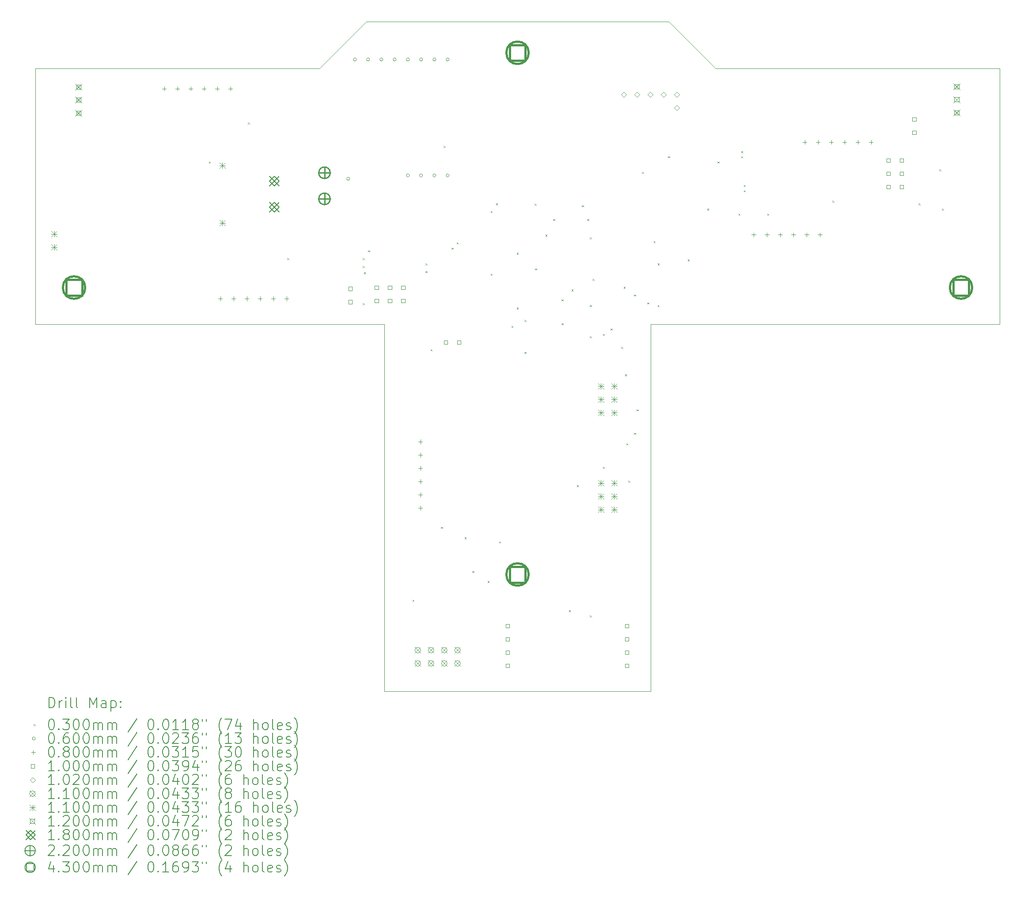
<source format=gbr>
%TF.GenerationSoftware,KiCad,Pcbnew,8.0.3*%
%TF.CreationDate,2024-07-01T16:26:18+02:00*%
%TF.ProjectId,bottomPCB,626f7474-6f6d-4504-9342-2e6b69636164,rev?*%
%TF.SameCoordinates,Original*%
%TF.FileFunction,Drillmap*%
%TF.FilePolarity,Positive*%
%FSLAX45Y45*%
G04 Gerber Fmt 4.5, Leading zero omitted, Abs format (unit mm)*
G04 Created by KiCad (PCBNEW 8.0.3) date 2024-07-01 16:26:18*
%MOMM*%
%LPD*%
G01*
G04 APERTURE LIST*
%ADD10C,0.050000*%
%ADD11C,0.200000*%
%ADD12C,0.100000*%
%ADD13C,0.102000*%
%ADD14C,0.109982*%
%ADD15C,0.110002*%
%ADD16C,0.120000*%
%ADD17C,0.180000*%
%ADD18C,0.220000*%
%ADD19C,0.430000*%
G04 APERTURE END LIST*
D10*
X-2800000Y1700000D02*
X-1900000Y2600000D01*
X10239000Y-3200000D02*
X10239000Y1700000D01*
X-1550000Y-10239000D02*
X3550000Y-10239000D01*
X4800000Y1700000D02*
X3900000Y2600000D01*
X-8239000Y-3200000D02*
X-1550000Y-3200000D01*
X-1550000Y-3200000D02*
X-1550000Y-10239000D01*
X4800000Y1700000D02*
X10239000Y1700000D01*
X-8239000Y-3200000D02*
X-8239000Y1700000D01*
X3550000Y-3200000D02*
X3550000Y-10239000D01*
X10239000Y-3200000D02*
X3550000Y-3200000D01*
X3900000Y2600000D02*
X-1900000Y2600000D01*
X-2800000Y1700000D02*
X-8239000Y1700000D01*
D11*
D12*
X-4915000Y-85000D02*
X-4885000Y-115000D01*
X-4885000Y-85000D02*
X-4915000Y-115000D01*
X-4165000Y665000D02*
X-4135000Y635000D01*
X-4135000Y665000D02*
X-4165000Y635000D01*
X-3415000Y-1935000D02*
X-3385000Y-1965000D01*
X-3385000Y-1935000D02*
X-3415000Y-1965000D01*
X-1965000Y-1935000D02*
X-1935000Y-1965000D01*
X-1935000Y-1935000D02*
X-1965000Y-1965000D01*
X-1965000Y-2085000D02*
X-1935000Y-2115000D01*
X-1935000Y-2085000D02*
X-1965000Y-2115000D01*
X-1965000Y-2797500D02*
X-1935000Y-2827500D01*
X-1935000Y-2797500D02*
X-1965000Y-2827500D01*
X-1944289Y-2205711D02*
X-1914289Y-2235711D01*
X-1914289Y-2205711D02*
X-1944289Y-2235711D01*
X-1865000Y-1785000D02*
X-1835000Y-1815000D01*
X-1835000Y-1785000D02*
X-1865000Y-1815000D01*
X-1015000Y-8485000D02*
X-985000Y-8515000D01*
X-985000Y-8485000D02*
X-1015000Y-8515000D01*
X-765000Y-2035000D02*
X-735000Y-2065000D01*
X-735000Y-2035000D02*
X-765000Y-2065000D01*
X-765000Y-2185000D02*
X-735000Y-2215000D01*
X-735000Y-2185000D02*
X-765000Y-2215000D01*
X-665000Y-3685000D02*
X-635000Y-3715000D01*
X-635000Y-3685000D02*
X-665000Y-3715000D01*
X-465000Y-7085000D02*
X-435000Y-7115000D01*
X-435000Y-7085000D02*
X-465000Y-7115000D01*
X-415000Y215000D02*
X-385000Y185000D01*
X-385000Y215000D02*
X-415000Y185000D01*
X-265000Y-1735000D02*
X-235000Y-1765000D01*
X-235000Y-1735000D02*
X-265000Y-1765000D01*
X-165000Y-1635000D02*
X-135000Y-1665000D01*
X-135000Y-1635000D02*
X-165000Y-1665000D01*
X-15000Y-7285000D02*
X15000Y-7315000D01*
X15000Y-7285000D02*
X-15000Y-7315000D01*
X135000Y-7935000D02*
X165000Y-7965000D01*
X165000Y-7935000D02*
X135000Y-7965000D01*
X425000Y-8125000D02*
X455000Y-8155000D01*
X455000Y-8125000D02*
X425000Y-8155000D01*
X485000Y-1035000D02*
X515000Y-1065000D01*
X515000Y-1035000D02*
X485000Y-1065000D01*
X485000Y-2235000D02*
X515000Y-2265000D01*
X515000Y-2235000D02*
X485000Y-2265000D01*
X585000Y-885000D02*
X615000Y-915000D01*
X615000Y-885000D02*
X585000Y-915000D01*
X645000Y-7365000D02*
X675000Y-7395000D01*
X675000Y-7365000D02*
X645000Y-7395000D01*
X885000Y-3235000D02*
X915000Y-3265000D01*
X915000Y-3235000D02*
X885000Y-3265000D01*
X985000Y-1835000D02*
X1015000Y-1865000D01*
X1015000Y-1835000D02*
X985000Y-1865000D01*
X985000Y-2885000D02*
X1015000Y-2915000D01*
X1015000Y-2885000D02*
X985000Y-2915000D01*
X1135000Y-3119817D02*
X1165000Y-3149817D01*
X1165000Y-3119817D02*
X1135000Y-3149817D01*
X1135000Y-3735000D02*
X1165000Y-3765000D01*
X1165000Y-3735000D02*
X1135000Y-3765000D01*
X1325662Y-894338D02*
X1355662Y-924338D01*
X1355662Y-894338D02*
X1325662Y-924338D01*
X1335000Y-2135000D02*
X1365000Y-2165000D01*
X1365000Y-2135000D02*
X1335000Y-2165000D01*
X1535000Y-1485000D02*
X1565000Y-1515000D01*
X1565000Y-1485000D02*
X1535000Y-1515000D01*
X1685000Y-1185000D02*
X1715000Y-1215000D01*
X1715000Y-1185000D02*
X1685000Y-1215000D01*
X1845000Y-2725000D02*
X1875000Y-2755000D01*
X1875000Y-2725000D02*
X1845000Y-2755000D01*
X1845000Y-3185000D02*
X1875000Y-3215000D01*
X1875000Y-3185000D02*
X1845000Y-3215000D01*
X1985000Y-8685000D02*
X2015000Y-8715000D01*
X2015000Y-8685000D02*
X1985000Y-8715000D01*
X2035000Y-2535000D02*
X2065000Y-2565000D01*
X2065000Y-2535000D02*
X2035000Y-2565000D01*
X2135000Y-6285000D02*
X2165000Y-6315000D01*
X2165000Y-6285000D02*
X2135000Y-6315000D01*
X2235000Y-921339D02*
X2265000Y-951339D01*
X2265000Y-921339D02*
X2235000Y-951339D01*
X2335000Y-1185000D02*
X2365000Y-1215000D01*
X2365000Y-1185000D02*
X2335000Y-1215000D01*
X2385000Y-1535000D02*
X2415000Y-1565000D01*
X2415000Y-1535000D02*
X2385000Y-1565000D01*
X2385000Y-2835000D02*
X2415000Y-2865000D01*
X2415000Y-2835000D02*
X2385000Y-2865000D01*
X2385000Y-3435000D02*
X2415000Y-3465000D01*
X2415000Y-3435000D02*
X2385000Y-3465000D01*
X2385000Y-8785000D02*
X2415000Y-8815000D01*
X2415000Y-8785000D02*
X2385000Y-8815000D01*
X2435000Y-2335000D02*
X2465000Y-2365000D01*
X2465000Y-2335000D02*
X2435000Y-2365000D01*
X2635000Y-3385000D02*
X2665000Y-3415000D01*
X2665000Y-3385000D02*
X2635000Y-3415000D01*
X2635000Y-5935000D02*
X2665000Y-5965000D01*
X2665000Y-5935000D02*
X2635000Y-5965000D01*
X2785000Y-3285000D02*
X2815000Y-3315000D01*
X2815000Y-3285000D02*
X2785000Y-3315000D01*
X2985000Y-3635000D02*
X3015000Y-3665000D01*
X3015000Y-3635000D02*
X2985000Y-3665000D01*
X3035000Y-2485000D02*
X3065000Y-2515000D01*
X3065000Y-2485000D02*
X3035000Y-2515000D01*
X3060000Y-4160000D02*
X3090000Y-4190000D01*
X3090000Y-4160000D02*
X3060000Y-4190000D01*
X3085000Y-5485000D02*
X3115000Y-5515000D01*
X3115000Y-5485000D02*
X3085000Y-5515000D01*
X3122000Y-6202000D02*
X3152000Y-6232000D01*
X3152000Y-6202000D02*
X3122000Y-6232000D01*
X3235000Y-2635000D02*
X3265000Y-2665000D01*
X3265000Y-2635000D02*
X3235000Y-2665000D01*
X3235000Y-5285000D02*
X3265000Y-5315000D01*
X3265000Y-5285000D02*
X3235000Y-5315000D01*
X3285000Y-4835000D02*
X3315000Y-4865000D01*
X3315000Y-4835000D02*
X3285000Y-4865000D01*
X3385000Y-285000D02*
X3415000Y-315000D01*
X3415000Y-285000D02*
X3385000Y-315000D01*
X3485000Y-2785000D02*
X3515000Y-2815000D01*
X3515000Y-2785000D02*
X3485000Y-2815000D01*
X3610000Y-1610000D02*
X3640000Y-1640000D01*
X3640000Y-1610000D02*
X3610000Y-1640000D01*
X3685000Y-2035000D02*
X3715000Y-2065000D01*
X3715000Y-2035000D02*
X3685000Y-2065000D01*
X3685000Y-2835000D02*
X3715000Y-2865000D01*
X3715000Y-2835000D02*
X3685000Y-2865000D01*
X3885000Y15000D02*
X3915000Y-15000D01*
X3915000Y15000D02*
X3885000Y-15000D01*
X4260000Y-1960000D02*
X4290000Y-1990000D01*
X4290000Y-1960000D02*
X4260000Y-1990000D01*
X4635000Y-985000D02*
X4665000Y-1015000D01*
X4665000Y-985000D02*
X4635000Y-1015000D01*
X4835000Y-85000D02*
X4865000Y-115000D01*
X4865000Y-85000D02*
X4835000Y-115000D01*
X5235000Y-1085000D02*
X5265000Y-1115000D01*
X5265000Y-1085000D02*
X5235000Y-1115000D01*
X5285000Y115000D02*
X5315000Y85000D01*
X5315000Y115000D02*
X5285000Y85000D01*
X5285000Y15000D02*
X5315000Y-15000D01*
X5315000Y15000D02*
X5285000Y-15000D01*
X5335000Y-535000D02*
X5365000Y-565000D01*
X5365000Y-535000D02*
X5335000Y-565000D01*
X5335000Y-635000D02*
X5365000Y-665000D01*
X5365000Y-635000D02*
X5335000Y-665000D01*
X5785000Y-1085000D02*
X5815000Y-1115000D01*
X5815000Y-1085000D02*
X5785000Y-1115000D01*
X7035000Y-835000D02*
X7065000Y-865000D01*
X7065000Y-835000D02*
X7035000Y-865000D01*
X8685000Y-885000D02*
X8715000Y-915000D01*
X8715000Y-885000D02*
X8685000Y-915000D01*
X9085000Y-235000D02*
X9115000Y-265000D01*
X9115000Y-235000D02*
X9085000Y-265000D01*
X9135000Y-985000D02*
X9165000Y-1015000D01*
X9165000Y-985000D02*
X9135000Y-1015000D01*
X-2214775Y-414625D02*
G75*
G02*
X-2274775Y-414625I-30000J0D01*
G01*
X-2274775Y-414625D02*
G75*
G02*
X-2214775Y-414625I30000J0D01*
G01*
X-2087775Y1871375D02*
G75*
G02*
X-2147775Y1871375I-30000J0D01*
G01*
X-2147775Y1871375D02*
G75*
G02*
X-2087775Y1871375I30000J0D01*
G01*
X-1833775Y1871375D02*
G75*
G02*
X-1893775Y1871375I-30000J0D01*
G01*
X-1893775Y1871375D02*
G75*
G02*
X-1833775Y1871375I30000J0D01*
G01*
X-1579775Y1871375D02*
G75*
G02*
X-1639775Y1871375I-30000J0D01*
G01*
X-1639775Y1871375D02*
G75*
G02*
X-1579775Y1871375I30000J0D01*
G01*
X-1325775Y1871375D02*
G75*
G02*
X-1385775Y1871375I-30000J0D01*
G01*
X-1385775Y1871375D02*
G75*
G02*
X-1325775Y1871375I30000J0D01*
G01*
X-1071775Y1871375D02*
G75*
G02*
X-1131775Y1871375I-30000J0D01*
G01*
X-1131775Y1871375D02*
G75*
G02*
X-1071775Y1871375I30000J0D01*
G01*
X-1071775Y-351125D02*
G75*
G02*
X-1131775Y-351125I-30000J0D01*
G01*
X-1131775Y-351125D02*
G75*
G02*
X-1071775Y-351125I30000J0D01*
G01*
X-817775Y1871375D02*
G75*
G02*
X-877775Y1871375I-30000J0D01*
G01*
X-877775Y1871375D02*
G75*
G02*
X-817775Y1871375I30000J0D01*
G01*
X-817775Y-351125D02*
G75*
G02*
X-877775Y-351125I-30000J0D01*
G01*
X-877775Y-351125D02*
G75*
G02*
X-817775Y-351125I30000J0D01*
G01*
X-563775Y1871375D02*
G75*
G02*
X-623775Y1871375I-30000J0D01*
G01*
X-623775Y1871375D02*
G75*
G02*
X-563775Y1871375I30000J0D01*
G01*
X-563775Y-351125D02*
G75*
G02*
X-623775Y-351125I-30000J0D01*
G01*
X-623775Y-351125D02*
G75*
G02*
X-563775Y-351125I30000J0D01*
G01*
X-309775Y1871375D02*
G75*
G02*
X-369775Y1871375I-30000J0D01*
G01*
X-369775Y1871375D02*
G75*
G02*
X-309775Y1871375I30000J0D01*
G01*
X-309775Y-351125D02*
G75*
G02*
X-369775Y-351125I-30000J0D01*
G01*
X-369775Y-351125D02*
G75*
G02*
X-309775Y-351125I30000J0D01*
G01*
X-5773480Y1352140D02*
X-5773480Y1272140D01*
X-5813480Y1312140D02*
X-5733480Y1312140D01*
X-5519480Y1352140D02*
X-5519480Y1272140D01*
X-5559480Y1312140D02*
X-5479480Y1312140D01*
X-5265480Y1352140D02*
X-5265480Y1272140D01*
X-5305480Y1312140D02*
X-5225480Y1312140D01*
X-5011480Y1352140D02*
X-5011480Y1272140D01*
X-5051480Y1312140D02*
X-4971480Y1312140D01*
X-4757480Y1352140D02*
X-4757480Y1272140D01*
X-4797480Y1312140D02*
X-4717480Y1312140D01*
X-4696520Y-2672140D02*
X-4696520Y-2752140D01*
X-4736520Y-2712140D02*
X-4656520Y-2712140D01*
X-4503480Y1352140D02*
X-4503480Y1272140D01*
X-4543480Y1312140D02*
X-4463480Y1312140D01*
X-4442520Y-2672140D02*
X-4442520Y-2752140D01*
X-4482520Y-2712140D02*
X-4402520Y-2712140D01*
X-4188520Y-2672140D02*
X-4188520Y-2752140D01*
X-4228520Y-2712140D02*
X-4148520Y-2712140D01*
X-3934520Y-2672140D02*
X-3934520Y-2752140D01*
X-3974520Y-2712140D02*
X-3894520Y-2712140D01*
X-3680520Y-2672140D02*
X-3680520Y-2752140D01*
X-3720520Y-2712140D02*
X-3640520Y-2712140D01*
X-3426520Y-2672140D02*
X-3426520Y-2752140D01*
X-3466520Y-2712140D02*
X-3386520Y-2712140D01*
X-862140Y-5413480D02*
X-862140Y-5493480D01*
X-902140Y-5453480D02*
X-822140Y-5453480D01*
X-862140Y-5667480D02*
X-862140Y-5747480D01*
X-902140Y-5707480D02*
X-822140Y-5707480D01*
X-862140Y-5921480D02*
X-862140Y-6001480D01*
X-902140Y-5961480D02*
X-822140Y-5961480D01*
X-862140Y-6175480D02*
X-862140Y-6255480D01*
X-902140Y-6215480D02*
X-822140Y-6215480D01*
X-862140Y-6429480D02*
X-862140Y-6509480D01*
X-902140Y-6469480D02*
X-822140Y-6469480D01*
X-862140Y-6683480D02*
X-862140Y-6763480D01*
X-902140Y-6723480D02*
X-822140Y-6723480D01*
X5526520Y-1447860D02*
X5526520Y-1527860D01*
X5486520Y-1487860D02*
X5566520Y-1487860D01*
X5780520Y-1447860D02*
X5780520Y-1527860D01*
X5740520Y-1487860D02*
X5820520Y-1487860D01*
X6034520Y-1447860D02*
X6034520Y-1527860D01*
X5994520Y-1487860D02*
X6074520Y-1487860D01*
X6288520Y-1447860D02*
X6288520Y-1527860D01*
X6248520Y-1487860D02*
X6328520Y-1487860D01*
X6503480Y327860D02*
X6503480Y247860D01*
X6463480Y287860D02*
X6543480Y287860D01*
X6542520Y-1447860D02*
X6542520Y-1527860D01*
X6502520Y-1487860D02*
X6582520Y-1487860D01*
X6757480Y327860D02*
X6757480Y247860D01*
X6717480Y287860D02*
X6797480Y287860D01*
X6796520Y-1447860D02*
X6796520Y-1527860D01*
X6756520Y-1487860D02*
X6836520Y-1487860D01*
X7011480Y327860D02*
X7011480Y247860D01*
X6971480Y287860D02*
X7051480Y287860D01*
X7265480Y327860D02*
X7265480Y247860D01*
X7225480Y287860D02*
X7305480Y287860D01*
X7519480Y327860D02*
X7519480Y247860D01*
X7479480Y287860D02*
X7559480Y287860D01*
X7773480Y327860D02*
X7773480Y247860D01*
X7733480Y287860D02*
X7813480Y287860D01*
X-2167144Y-2556356D02*
X-2167144Y-2485644D01*
X-2237856Y-2485644D01*
X-2237856Y-2556356D01*
X-2167144Y-2556356D01*
X-2167144Y-2810356D02*
X-2167144Y-2739644D01*
X-2237856Y-2739644D01*
X-2237856Y-2810356D01*
X-2167144Y-2810356D01*
X-1664644Y-2535356D02*
X-1664644Y-2464644D01*
X-1735356Y-2464644D01*
X-1735356Y-2535356D01*
X-1664644Y-2535356D01*
X-1664644Y-2789356D02*
X-1664644Y-2718644D01*
X-1735356Y-2718644D01*
X-1735356Y-2789356D01*
X-1664644Y-2789356D01*
X-1410644Y-2535356D02*
X-1410644Y-2464644D01*
X-1481356Y-2464644D01*
X-1481356Y-2535356D01*
X-1410644Y-2535356D01*
X-1410644Y-2789356D02*
X-1410644Y-2718644D01*
X-1481356Y-2718644D01*
X-1481356Y-2789356D01*
X-1410644Y-2789356D01*
X-1156644Y-2535356D02*
X-1156644Y-2464644D01*
X-1227356Y-2464644D01*
X-1227356Y-2535356D01*
X-1156644Y-2535356D01*
X-1156644Y-2789356D02*
X-1156644Y-2718644D01*
X-1227356Y-2718644D01*
X-1227356Y-2789356D01*
X-1156644Y-2789356D01*
X-339644Y-3582856D02*
X-339644Y-3512144D01*
X-410356Y-3512144D01*
X-410356Y-3582856D01*
X-339644Y-3582856D01*
X-85644Y-3582856D02*
X-85644Y-3512144D01*
X-156356Y-3512144D01*
X-156356Y-3582856D01*
X-85644Y-3582856D01*
X842356Y-9021856D02*
X842356Y-8951144D01*
X771644Y-8951144D01*
X771644Y-9021856D01*
X842356Y-9021856D01*
X842356Y-9275856D02*
X842356Y-9205144D01*
X771644Y-9205144D01*
X771644Y-9275856D01*
X842356Y-9275856D01*
X842356Y-9529856D02*
X842356Y-9459144D01*
X771644Y-9459144D01*
X771644Y-9529856D01*
X842356Y-9529856D01*
X842356Y-9783856D02*
X842356Y-9713144D01*
X771644Y-9713144D01*
X771644Y-9783856D01*
X842356Y-9783856D01*
X3128356Y-9021856D02*
X3128356Y-8951144D01*
X3057644Y-8951144D01*
X3057644Y-9021856D01*
X3128356Y-9021856D01*
X3128356Y-9275856D02*
X3128356Y-9205144D01*
X3057644Y-9205144D01*
X3057644Y-9275856D01*
X3128356Y-9275856D01*
X3128356Y-9529856D02*
X3128356Y-9459144D01*
X3057644Y-9459144D01*
X3057644Y-9529856D01*
X3128356Y-9529856D01*
X3128356Y-9783856D02*
X3128356Y-9713144D01*
X3057644Y-9713144D01*
X3057644Y-9783856D01*
X3128356Y-9783856D01*
X8141356Y-95356D02*
X8141356Y-24644D01*
X8070644Y-24644D01*
X8070644Y-95356D01*
X8141356Y-95356D01*
X8141356Y-349356D02*
X8141356Y-278644D01*
X8070644Y-278644D01*
X8070644Y-349356D01*
X8141356Y-349356D01*
X8141356Y-603356D02*
X8141356Y-532644D01*
X8070644Y-532644D01*
X8070644Y-603356D01*
X8141356Y-603356D01*
X8395356Y-95356D02*
X8395356Y-24644D01*
X8324644Y-24644D01*
X8324644Y-95356D01*
X8395356Y-95356D01*
X8395356Y-349356D02*
X8395356Y-278644D01*
X8324644Y-278644D01*
X8324644Y-349356D01*
X8395356Y-349356D01*
X8395356Y-603356D02*
X8395356Y-532644D01*
X8324644Y-532644D01*
X8324644Y-603356D01*
X8395356Y-603356D01*
X8637856Y689644D02*
X8637856Y760356D01*
X8567144Y760356D01*
X8567144Y689644D01*
X8637856Y689644D01*
X8637856Y435644D02*
X8637856Y506356D01*
X8567144Y506356D01*
X8567144Y435644D01*
X8637856Y435644D01*
D13*
X3034000Y1149000D02*
X3085000Y1200000D01*
X3034000Y1251000D01*
X2983000Y1200000D01*
X3034000Y1149000D01*
X3288000Y1149000D02*
X3339000Y1200000D01*
X3288000Y1251000D01*
X3237000Y1200000D01*
X3288000Y1149000D01*
X3542000Y1149000D02*
X3593000Y1200000D01*
X3542000Y1251000D01*
X3491000Y1200000D01*
X3542000Y1149000D01*
X3796000Y1149000D02*
X3847000Y1200000D01*
X3796000Y1251000D01*
X3745000Y1200000D01*
X3796000Y1149000D01*
X4050000Y1149000D02*
X4101000Y1200000D01*
X4050000Y1251000D01*
X3999000Y1200000D01*
X4050000Y1149000D01*
X4050000Y895000D02*
X4101000Y946000D01*
X4050000Y997000D01*
X3999000Y946000D01*
X4050000Y895000D01*
D14*
X-966993Y-9395009D02*
X-857010Y-9504991D01*
X-857010Y-9395009D02*
X-966993Y-9504991D01*
X-857010Y-9450000D02*
G75*
G02*
X-966993Y-9450000I-54991J0D01*
G01*
X-966993Y-9450000D02*
G75*
G02*
X-857010Y-9450000I54991J0D01*
G01*
X-966993Y-9649010D02*
X-857010Y-9758992D01*
X-857010Y-9649010D02*
X-966993Y-9758992D01*
X-857010Y-9704001D02*
G75*
G02*
X-966993Y-9704001I-54991J0D01*
G01*
X-966993Y-9704001D02*
G75*
G02*
X-857010Y-9704001I54991J0D01*
G01*
X-712992Y-9395009D02*
X-603010Y-9504991D01*
X-603010Y-9395009D02*
X-712992Y-9504991D01*
X-603010Y-9450000D02*
G75*
G02*
X-712992Y-9450000I-54991J0D01*
G01*
X-712992Y-9450000D02*
G75*
G02*
X-603010Y-9450000I54991J0D01*
G01*
X-712992Y-9649010D02*
X-603010Y-9758992D01*
X-603010Y-9649010D02*
X-712992Y-9758992D01*
X-603010Y-9704001D02*
G75*
G02*
X-712992Y-9704001I-54991J0D01*
G01*
X-712992Y-9704001D02*
G75*
G02*
X-603010Y-9704001I54991J0D01*
G01*
X-458992Y-9395009D02*
X-349009Y-9504991D01*
X-349009Y-9395009D02*
X-458992Y-9504991D01*
X-349009Y-9450000D02*
G75*
G02*
X-458992Y-9450000I-54991J0D01*
G01*
X-458992Y-9450000D02*
G75*
G02*
X-349009Y-9450000I54991J0D01*
G01*
X-458991Y-9649010D02*
X-349009Y-9758992D01*
X-349009Y-9649010D02*
X-458991Y-9758992D01*
X-349009Y-9704001D02*
G75*
G02*
X-458991Y-9704001I-54991J0D01*
G01*
X-458991Y-9704001D02*
G75*
G02*
X-349009Y-9704001I54991J0D01*
G01*
X-204991Y-9395009D02*
X-95009Y-9504991D01*
X-95009Y-9395009D02*
X-204991Y-9504991D01*
X-95009Y-9450000D02*
G75*
G02*
X-204991Y-9450000I-54991J0D01*
G01*
X-204991Y-9450000D02*
G75*
G02*
X-95009Y-9450000I54991J0D01*
G01*
X-204991Y-9649010D02*
X-95009Y-9758992D01*
X-95009Y-9649010D02*
X-204991Y-9758992D01*
X-95009Y-9704001D02*
G75*
G02*
X-204991Y-9704001I-54991J0D01*
G01*
X-204991Y-9704001D02*
G75*
G02*
X-95009Y-9704001I54991J0D01*
G01*
D15*
X-7936351Y-1417998D02*
X-7826349Y-1528001D01*
X-7826349Y-1417998D02*
X-7936351Y-1528001D01*
X-7881350Y-1417998D02*
X-7881350Y-1528001D01*
X-7936351Y-1473000D02*
X-7826349Y-1473000D01*
X-7936351Y-1671999D02*
X-7826349Y-1782001D01*
X-7826349Y-1671999D02*
X-7936351Y-1782001D01*
X-7881350Y-1671999D02*
X-7881350Y-1782001D01*
X-7936351Y-1727000D02*
X-7826349Y-1727000D01*
X-4715001Y-104999D02*
X-4604999Y-215001D01*
X-4604999Y-104999D02*
X-4715001Y-215001D01*
X-4660000Y-104999D02*
X-4660000Y-215001D01*
X-4715001Y-160000D02*
X-4604999Y-160000D01*
X-4715001Y-1204999D02*
X-4604999Y-1315001D01*
X-4604999Y-1204999D02*
X-4715001Y-1315001D01*
X-4660000Y-1204999D02*
X-4660000Y-1315001D01*
X-4715001Y-1260000D02*
X-4604999Y-1260000D01*
X2540998Y-4336998D02*
X2651001Y-4447000D01*
X2651001Y-4336998D02*
X2540998Y-4447000D01*
X2595999Y-4336998D02*
X2595999Y-4447000D01*
X2540998Y-4391999D02*
X2651001Y-4391999D01*
X2540998Y-4590998D02*
X2651001Y-4701001D01*
X2651001Y-4590998D02*
X2540998Y-4701001D01*
X2595999Y-4590998D02*
X2595999Y-4701001D01*
X2540998Y-4646000D02*
X2651001Y-4646000D01*
X2540998Y-4844999D02*
X2651001Y-4955001D01*
X2651001Y-4844999D02*
X2540998Y-4955001D01*
X2595999Y-4844999D02*
X2595999Y-4955001D01*
X2540998Y-4900000D02*
X2651001Y-4900000D01*
X2540998Y-6194999D02*
X2651001Y-6305001D01*
X2651001Y-6194999D02*
X2540998Y-6305001D01*
X2595999Y-6194999D02*
X2595999Y-6305001D01*
X2540998Y-6250000D02*
X2651001Y-6250000D01*
X2540998Y-6448999D02*
X2651001Y-6559002D01*
X2651001Y-6448999D02*
X2540998Y-6559002D01*
X2595999Y-6448999D02*
X2595999Y-6559002D01*
X2540998Y-6504000D02*
X2651001Y-6504000D01*
X2540998Y-6703000D02*
X2651001Y-6813002D01*
X2651001Y-6703000D02*
X2540998Y-6813002D01*
X2595999Y-6703000D02*
X2595999Y-6813002D01*
X2540998Y-6758001D02*
X2651001Y-6758001D01*
X2794999Y-4336998D02*
X2905001Y-4447000D01*
X2905001Y-4336998D02*
X2794999Y-4447000D01*
X2850000Y-4336998D02*
X2850000Y-4447000D01*
X2794999Y-4391999D02*
X2905001Y-4391999D01*
X2794999Y-4590998D02*
X2905001Y-4701001D01*
X2905001Y-4590998D02*
X2794999Y-4701001D01*
X2850000Y-4590998D02*
X2850000Y-4701001D01*
X2794999Y-4646000D02*
X2905001Y-4646000D01*
X2794999Y-4844999D02*
X2905001Y-4955001D01*
X2905001Y-4844999D02*
X2794999Y-4955001D01*
X2850000Y-4844999D02*
X2850000Y-4955001D01*
X2794999Y-4900000D02*
X2905001Y-4900000D01*
X2794999Y-6194999D02*
X2905001Y-6305001D01*
X2905001Y-6194999D02*
X2794999Y-6305001D01*
X2850000Y-6194999D02*
X2850000Y-6305001D01*
X2794999Y-6250000D02*
X2905001Y-6250000D01*
X2794999Y-6448999D02*
X2905001Y-6559002D01*
X2905001Y-6448999D02*
X2794999Y-6559002D01*
X2850000Y-6448999D02*
X2850000Y-6559002D01*
X2794999Y-6504000D02*
X2905001Y-6504000D01*
X2794999Y-6703000D02*
X2905001Y-6813002D01*
X2905001Y-6703000D02*
X2794999Y-6813002D01*
X2850000Y-6703000D02*
X2850000Y-6813002D01*
X2794999Y-6758001D02*
X2905001Y-6758001D01*
D16*
X-7475650Y1407000D02*
X-7355650Y1287000D01*
X-7355650Y1407000D02*
X-7475650Y1287000D01*
X-7373223Y1304574D02*
X-7373223Y1389427D01*
X-7458077Y1389427D01*
X-7458077Y1304574D01*
X-7373223Y1304574D01*
X-7475650Y1157000D02*
X-7355650Y1037000D01*
X-7355650Y1157000D02*
X-7475650Y1037000D01*
X-7373223Y1054574D02*
X-7373223Y1139427D01*
X-7458077Y1139427D01*
X-7458077Y1054574D01*
X-7373223Y1054574D01*
X-7475650Y907000D02*
X-7355650Y787000D01*
X-7355650Y907000D02*
X-7475650Y787000D01*
X-7373223Y804573D02*
X-7373223Y889427D01*
X-7458077Y889427D01*
X-7458077Y804573D01*
X-7373223Y804573D01*
X9355650Y1413000D02*
X9475650Y1293000D01*
X9475650Y1413000D02*
X9355650Y1293000D01*
X9458077Y1310573D02*
X9458077Y1395427D01*
X9373224Y1395427D01*
X9373224Y1310573D01*
X9458077Y1310573D01*
X9355650Y1163000D02*
X9475650Y1043000D01*
X9475650Y1163000D02*
X9355650Y1043000D01*
X9458077Y1060573D02*
X9458077Y1145427D01*
X9373224Y1145427D01*
X9373224Y1060573D01*
X9458077Y1060573D01*
X9355650Y913000D02*
X9475650Y793000D01*
X9475650Y913000D02*
X9355650Y793000D01*
X9458077Y810573D02*
X9458077Y895426D01*
X9373224Y895426D01*
X9373224Y810573D01*
X9458077Y810573D01*
D17*
X-3750000Y-370000D02*
X-3570000Y-550000D01*
X-3570000Y-370000D02*
X-3750000Y-550000D01*
X-3660000Y-550000D02*
X-3570000Y-460000D01*
X-3660000Y-370000D01*
X-3750000Y-460000D01*
X-3660000Y-550000D01*
X-3750000Y-870000D02*
X-3570000Y-1050000D01*
X-3570000Y-870000D02*
X-3750000Y-1050000D01*
X-3660000Y-1050000D02*
X-3570000Y-960000D01*
X-3660000Y-870000D01*
X-3750000Y-960000D01*
X-3660000Y-1050000D01*
D18*
X-2700000Y-190000D02*
X-2700000Y-410000D01*
X-2810000Y-300000D02*
X-2590000Y-300000D01*
X-2590000Y-300000D02*
G75*
G02*
X-2810000Y-300000I-110000J0D01*
G01*
X-2810000Y-300000D02*
G75*
G02*
X-2590000Y-300000I110000J0D01*
G01*
X-2700000Y-690000D02*
X-2700000Y-910000D01*
X-2810000Y-800000D02*
X-2590000Y-800000D01*
X-2590000Y-800000D02*
G75*
G02*
X-2810000Y-800000I-110000J0D01*
G01*
X-2810000Y-800000D02*
G75*
G02*
X-2590000Y-800000I110000J0D01*
G01*
D19*
X-7347971Y-2652029D02*
X-7347971Y-2347971D01*
X-7652029Y-2347971D01*
X-7652029Y-2652029D01*
X-7347971Y-2652029D01*
X-7285000Y-2500000D02*
G75*
G02*
X-7715000Y-2500000I-215000J0D01*
G01*
X-7715000Y-2500000D02*
G75*
G02*
X-7285000Y-2500000I215000J0D01*
G01*
X1152029Y1847971D02*
X1152029Y2152029D01*
X847971Y2152029D01*
X847971Y1847971D01*
X1152029Y1847971D01*
X1215000Y2000000D02*
G75*
G02*
X785000Y2000000I-215000J0D01*
G01*
X785000Y2000000D02*
G75*
G02*
X1215000Y2000000I215000J0D01*
G01*
X1152029Y-8152029D02*
X1152029Y-7847971D01*
X847971Y-7847971D01*
X847971Y-8152029D01*
X1152029Y-8152029D01*
X1215000Y-8000000D02*
G75*
G02*
X785000Y-8000000I-215000J0D01*
G01*
X785000Y-8000000D02*
G75*
G02*
X1215000Y-8000000I215000J0D01*
G01*
X9652029Y-2652029D02*
X9652029Y-2347971D01*
X9347971Y-2347971D01*
X9347971Y-2652029D01*
X9652029Y-2652029D01*
X9715000Y-2500000D02*
G75*
G02*
X9285000Y-2500000I-215000J0D01*
G01*
X9285000Y-2500000D02*
G75*
G02*
X9715000Y-2500000I215000J0D01*
G01*
D11*
X-7980723Y-10552984D02*
X-7980723Y-10352984D01*
X-7980723Y-10352984D02*
X-7933104Y-10352984D01*
X-7933104Y-10352984D02*
X-7904533Y-10362508D01*
X-7904533Y-10362508D02*
X-7885485Y-10381555D01*
X-7885485Y-10381555D02*
X-7875961Y-10400603D01*
X-7875961Y-10400603D02*
X-7866437Y-10438698D01*
X-7866437Y-10438698D02*
X-7866437Y-10467270D01*
X-7866437Y-10467270D02*
X-7875961Y-10505365D01*
X-7875961Y-10505365D02*
X-7885485Y-10524412D01*
X-7885485Y-10524412D02*
X-7904533Y-10543460D01*
X-7904533Y-10543460D02*
X-7933104Y-10552984D01*
X-7933104Y-10552984D02*
X-7980723Y-10552984D01*
X-7780723Y-10552984D02*
X-7780723Y-10419650D01*
X-7780723Y-10457746D02*
X-7771199Y-10438698D01*
X-7771199Y-10438698D02*
X-7761675Y-10429174D01*
X-7761675Y-10429174D02*
X-7742628Y-10419650D01*
X-7742628Y-10419650D02*
X-7723580Y-10419650D01*
X-7656914Y-10552984D02*
X-7656914Y-10419650D01*
X-7656914Y-10352984D02*
X-7666437Y-10362508D01*
X-7666437Y-10362508D02*
X-7656914Y-10372031D01*
X-7656914Y-10372031D02*
X-7647390Y-10362508D01*
X-7647390Y-10362508D02*
X-7656914Y-10352984D01*
X-7656914Y-10352984D02*
X-7656914Y-10372031D01*
X-7533104Y-10552984D02*
X-7552152Y-10543460D01*
X-7552152Y-10543460D02*
X-7561675Y-10524412D01*
X-7561675Y-10524412D02*
X-7561675Y-10352984D01*
X-7428342Y-10552984D02*
X-7447390Y-10543460D01*
X-7447390Y-10543460D02*
X-7456914Y-10524412D01*
X-7456914Y-10524412D02*
X-7456914Y-10352984D01*
X-7199771Y-10552984D02*
X-7199771Y-10352984D01*
X-7199771Y-10352984D02*
X-7133104Y-10495841D01*
X-7133104Y-10495841D02*
X-7066437Y-10352984D01*
X-7066437Y-10352984D02*
X-7066437Y-10552984D01*
X-6885485Y-10552984D02*
X-6885485Y-10448222D01*
X-6885485Y-10448222D02*
X-6895009Y-10429174D01*
X-6895009Y-10429174D02*
X-6914056Y-10419650D01*
X-6914056Y-10419650D02*
X-6952152Y-10419650D01*
X-6952152Y-10419650D02*
X-6971199Y-10429174D01*
X-6885485Y-10543460D02*
X-6904533Y-10552984D01*
X-6904533Y-10552984D02*
X-6952152Y-10552984D01*
X-6952152Y-10552984D02*
X-6971199Y-10543460D01*
X-6971199Y-10543460D02*
X-6980723Y-10524412D01*
X-6980723Y-10524412D02*
X-6980723Y-10505365D01*
X-6980723Y-10505365D02*
X-6971199Y-10486317D01*
X-6971199Y-10486317D02*
X-6952152Y-10476793D01*
X-6952152Y-10476793D02*
X-6904533Y-10476793D01*
X-6904533Y-10476793D02*
X-6885485Y-10467270D01*
X-6790247Y-10419650D02*
X-6790247Y-10619650D01*
X-6790247Y-10429174D02*
X-6771199Y-10419650D01*
X-6771199Y-10419650D02*
X-6733104Y-10419650D01*
X-6733104Y-10419650D02*
X-6714056Y-10429174D01*
X-6714056Y-10429174D02*
X-6704533Y-10438698D01*
X-6704533Y-10438698D02*
X-6695009Y-10457746D01*
X-6695009Y-10457746D02*
X-6695009Y-10514889D01*
X-6695009Y-10514889D02*
X-6704533Y-10533936D01*
X-6704533Y-10533936D02*
X-6714056Y-10543460D01*
X-6714056Y-10543460D02*
X-6733104Y-10552984D01*
X-6733104Y-10552984D02*
X-6771199Y-10552984D01*
X-6771199Y-10552984D02*
X-6790247Y-10543460D01*
X-6609294Y-10533936D02*
X-6599771Y-10543460D01*
X-6599771Y-10543460D02*
X-6609294Y-10552984D01*
X-6609294Y-10552984D02*
X-6618818Y-10543460D01*
X-6618818Y-10543460D02*
X-6609294Y-10533936D01*
X-6609294Y-10533936D02*
X-6609294Y-10552984D01*
X-6609294Y-10429174D02*
X-6599771Y-10438698D01*
X-6599771Y-10438698D02*
X-6609294Y-10448222D01*
X-6609294Y-10448222D02*
X-6618818Y-10438698D01*
X-6618818Y-10438698D02*
X-6609294Y-10429174D01*
X-6609294Y-10429174D02*
X-6609294Y-10448222D01*
D12*
X-8271500Y-10866500D02*
X-8241500Y-10896500D01*
X-8241500Y-10866500D02*
X-8271500Y-10896500D01*
D11*
X-7942628Y-10772984D02*
X-7923580Y-10772984D01*
X-7923580Y-10772984D02*
X-7904533Y-10782508D01*
X-7904533Y-10782508D02*
X-7895009Y-10792031D01*
X-7895009Y-10792031D02*
X-7885485Y-10811079D01*
X-7885485Y-10811079D02*
X-7875961Y-10849174D01*
X-7875961Y-10849174D02*
X-7875961Y-10896793D01*
X-7875961Y-10896793D02*
X-7885485Y-10934889D01*
X-7885485Y-10934889D02*
X-7895009Y-10953936D01*
X-7895009Y-10953936D02*
X-7904533Y-10963460D01*
X-7904533Y-10963460D02*
X-7923580Y-10972984D01*
X-7923580Y-10972984D02*
X-7942628Y-10972984D01*
X-7942628Y-10972984D02*
X-7961675Y-10963460D01*
X-7961675Y-10963460D02*
X-7971199Y-10953936D01*
X-7971199Y-10953936D02*
X-7980723Y-10934889D01*
X-7980723Y-10934889D02*
X-7990247Y-10896793D01*
X-7990247Y-10896793D02*
X-7990247Y-10849174D01*
X-7990247Y-10849174D02*
X-7980723Y-10811079D01*
X-7980723Y-10811079D02*
X-7971199Y-10792031D01*
X-7971199Y-10792031D02*
X-7961675Y-10782508D01*
X-7961675Y-10782508D02*
X-7942628Y-10772984D01*
X-7790247Y-10953936D02*
X-7780723Y-10963460D01*
X-7780723Y-10963460D02*
X-7790247Y-10972984D01*
X-7790247Y-10972984D02*
X-7799771Y-10963460D01*
X-7799771Y-10963460D02*
X-7790247Y-10953936D01*
X-7790247Y-10953936D02*
X-7790247Y-10972984D01*
X-7714056Y-10772984D02*
X-7590247Y-10772984D01*
X-7590247Y-10772984D02*
X-7656914Y-10849174D01*
X-7656914Y-10849174D02*
X-7628342Y-10849174D01*
X-7628342Y-10849174D02*
X-7609294Y-10858698D01*
X-7609294Y-10858698D02*
X-7599771Y-10868222D01*
X-7599771Y-10868222D02*
X-7590247Y-10887270D01*
X-7590247Y-10887270D02*
X-7590247Y-10934889D01*
X-7590247Y-10934889D02*
X-7599771Y-10953936D01*
X-7599771Y-10953936D02*
X-7609294Y-10963460D01*
X-7609294Y-10963460D02*
X-7628342Y-10972984D01*
X-7628342Y-10972984D02*
X-7685485Y-10972984D01*
X-7685485Y-10972984D02*
X-7704533Y-10963460D01*
X-7704533Y-10963460D02*
X-7714056Y-10953936D01*
X-7466437Y-10772984D02*
X-7447390Y-10772984D01*
X-7447390Y-10772984D02*
X-7428342Y-10782508D01*
X-7428342Y-10782508D02*
X-7418818Y-10792031D01*
X-7418818Y-10792031D02*
X-7409294Y-10811079D01*
X-7409294Y-10811079D02*
X-7399771Y-10849174D01*
X-7399771Y-10849174D02*
X-7399771Y-10896793D01*
X-7399771Y-10896793D02*
X-7409294Y-10934889D01*
X-7409294Y-10934889D02*
X-7418818Y-10953936D01*
X-7418818Y-10953936D02*
X-7428342Y-10963460D01*
X-7428342Y-10963460D02*
X-7447390Y-10972984D01*
X-7447390Y-10972984D02*
X-7466437Y-10972984D01*
X-7466437Y-10972984D02*
X-7485485Y-10963460D01*
X-7485485Y-10963460D02*
X-7495009Y-10953936D01*
X-7495009Y-10953936D02*
X-7504533Y-10934889D01*
X-7504533Y-10934889D02*
X-7514056Y-10896793D01*
X-7514056Y-10896793D02*
X-7514056Y-10849174D01*
X-7514056Y-10849174D02*
X-7504533Y-10811079D01*
X-7504533Y-10811079D02*
X-7495009Y-10792031D01*
X-7495009Y-10792031D02*
X-7485485Y-10782508D01*
X-7485485Y-10782508D02*
X-7466437Y-10772984D01*
X-7275961Y-10772984D02*
X-7256913Y-10772984D01*
X-7256913Y-10772984D02*
X-7237866Y-10782508D01*
X-7237866Y-10782508D02*
X-7228342Y-10792031D01*
X-7228342Y-10792031D02*
X-7218818Y-10811079D01*
X-7218818Y-10811079D02*
X-7209294Y-10849174D01*
X-7209294Y-10849174D02*
X-7209294Y-10896793D01*
X-7209294Y-10896793D02*
X-7218818Y-10934889D01*
X-7218818Y-10934889D02*
X-7228342Y-10953936D01*
X-7228342Y-10953936D02*
X-7237866Y-10963460D01*
X-7237866Y-10963460D02*
X-7256913Y-10972984D01*
X-7256913Y-10972984D02*
X-7275961Y-10972984D01*
X-7275961Y-10972984D02*
X-7295009Y-10963460D01*
X-7295009Y-10963460D02*
X-7304533Y-10953936D01*
X-7304533Y-10953936D02*
X-7314056Y-10934889D01*
X-7314056Y-10934889D02*
X-7323580Y-10896793D01*
X-7323580Y-10896793D02*
X-7323580Y-10849174D01*
X-7323580Y-10849174D02*
X-7314056Y-10811079D01*
X-7314056Y-10811079D02*
X-7304533Y-10792031D01*
X-7304533Y-10792031D02*
X-7295009Y-10782508D01*
X-7295009Y-10782508D02*
X-7275961Y-10772984D01*
X-7123580Y-10972984D02*
X-7123580Y-10839650D01*
X-7123580Y-10858698D02*
X-7114056Y-10849174D01*
X-7114056Y-10849174D02*
X-7095009Y-10839650D01*
X-7095009Y-10839650D02*
X-7066437Y-10839650D01*
X-7066437Y-10839650D02*
X-7047390Y-10849174D01*
X-7047390Y-10849174D02*
X-7037866Y-10868222D01*
X-7037866Y-10868222D02*
X-7037866Y-10972984D01*
X-7037866Y-10868222D02*
X-7028342Y-10849174D01*
X-7028342Y-10849174D02*
X-7009294Y-10839650D01*
X-7009294Y-10839650D02*
X-6980723Y-10839650D01*
X-6980723Y-10839650D02*
X-6961675Y-10849174D01*
X-6961675Y-10849174D02*
X-6952152Y-10868222D01*
X-6952152Y-10868222D02*
X-6952152Y-10972984D01*
X-6856913Y-10972984D02*
X-6856913Y-10839650D01*
X-6856913Y-10858698D02*
X-6847390Y-10849174D01*
X-6847390Y-10849174D02*
X-6828342Y-10839650D01*
X-6828342Y-10839650D02*
X-6799771Y-10839650D01*
X-6799771Y-10839650D02*
X-6780723Y-10849174D01*
X-6780723Y-10849174D02*
X-6771199Y-10868222D01*
X-6771199Y-10868222D02*
X-6771199Y-10972984D01*
X-6771199Y-10868222D02*
X-6761675Y-10849174D01*
X-6761675Y-10849174D02*
X-6742628Y-10839650D01*
X-6742628Y-10839650D02*
X-6714056Y-10839650D01*
X-6714056Y-10839650D02*
X-6695009Y-10849174D01*
X-6695009Y-10849174D02*
X-6685485Y-10868222D01*
X-6685485Y-10868222D02*
X-6685485Y-10972984D01*
X-6295009Y-10763460D02*
X-6466437Y-11020603D01*
X-6037866Y-10772984D02*
X-6018818Y-10772984D01*
X-6018818Y-10772984D02*
X-5999770Y-10782508D01*
X-5999770Y-10782508D02*
X-5990247Y-10792031D01*
X-5990247Y-10792031D02*
X-5980723Y-10811079D01*
X-5980723Y-10811079D02*
X-5971199Y-10849174D01*
X-5971199Y-10849174D02*
X-5971199Y-10896793D01*
X-5971199Y-10896793D02*
X-5980723Y-10934889D01*
X-5980723Y-10934889D02*
X-5990247Y-10953936D01*
X-5990247Y-10953936D02*
X-5999770Y-10963460D01*
X-5999770Y-10963460D02*
X-6018818Y-10972984D01*
X-6018818Y-10972984D02*
X-6037866Y-10972984D01*
X-6037866Y-10972984D02*
X-6056913Y-10963460D01*
X-6056913Y-10963460D02*
X-6066437Y-10953936D01*
X-6066437Y-10953936D02*
X-6075961Y-10934889D01*
X-6075961Y-10934889D02*
X-6085485Y-10896793D01*
X-6085485Y-10896793D02*
X-6085485Y-10849174D01*
X-6085485Y-10849174D02*
X-6075961Y-10811079D01*
X-6075961Y-10811079D02*
X-6066437Y-10792031D01*
X-6066437Y-10792031D02*
X-6056913Y-10782508D01*
X-6056913Y-10782508D02*
X-6037866Y-10772984D01*
X-5885485Y-10953936D02*
X-5875961Y-10963460D01*
X-5875961Y-10963460D02*
X-5885485Y-10972984D01*
X-5885485Y-10972984D02*
X-5895009Y-10963460D01*
X-5895009Y-10963460D02*
X-5885485Y-10953936D01*
X-5885485Y-10953936D02*
X-5885485Y-10972984D01*
X-5752151Y-10772984D02*
X-5733104Y-10772984D01*
X-5733104Y-10772984D02*
X-5714056Y-10782508D01*
X-5714056Y-10782508D02*
X-5704532Y-10792031D01*
X-5704532Y-10792031D02*
X-5695009Y-10811079D01*
X-5695009Y-10811079D02*
X-5685485Y-10849174D01*
X-5685485Y-10849174D02*
X-5685485Y-10896793D01*
X-5685485Y-10896793D02*
X-5695009Y-10934889D01*
X-5695009Y-10934889D02*
X-5704532Y-10953936D01*
X-5704532Y-10953936D02*
X-5714056Y-10963460D01*
X-5714056Y-10963460D02*
X-5733104Y-10972984D01*
X-5733104Y-10972984D02*
X-5752151Y-10972984D01*
X-5752151Y-10972984D02*
X-5771199Y-10963460D01*
X-5771199Y-10963460D02*
X-5780723Y-10953936D01*
X-5780723Y-10953936D02*
X-5790247Y-10934889D01*
X-5790247Y-10934889D02*
X-5799770Y-10896793D01*
X-5799770Y-10896793D02*
X-5799770Y-10849174D01*
X-5799770Y-10849174D02*
X-5790247Y-10811079D01*
X-5790247Y-10811079D02*
X-5780723Y-10792031D01*
X-5780723Y-10792031D02*
X-5771199Y-10782508D01*
X-5771199Y-10782508D02*
X-5752151Y-10772984D01*
X-5495009Y-10972984D02*
X-5609294Y-10972984D01*
X-5552152Y-10972984D02*
X-5552152Y-10772984D01*
X-5552152Y-10772984D02*
X-5571199Y-10801555D01*
X-5571199Y-10801555D02*
X-5590247Y-10820603D01*
X-5590247Y-10820603D02*
X-5609294Y-10830127D01*
X-5304532Y-10972984D02*
X-5418818Y-10972984D01*
X-5361675Y-10972984D02*
X-5361675Y-10772984D01*
X-5361675Y-10772984D02*
X-5380723Y-10801555D01*
X-5380723Y-10801555D02*
X-5399771Y-10820603D01*
X-5399771Y-10820603D02*
X-5418818Y-10830127D01*
X-5190247Y-10858698D02*
X-5209294Y-10849174D01*
X-5209294Y-10849174D02*
X-5218818Y-10839650D01*
X-5218818Y-10839650D02*
X-5228342Y-10820603D01*
X-5228342Y-10820603D02*
X-5228342Y-10811079D01*
X-5228342Y-10811079D02*
X-5218818Y-10792031D01*
X-5218818Y-10792031D02*
X-5209294Y-10782508D01*
X-5209294Y-10782508D02*
X-5190247Y-10772984D01*
X-5190247Y-10772984D02*
X-5152151Y-10772984D01*
X-5152151Y-10772984D02*
X-5133104Y-10782508D01*
X-5133104Y-10782508D02*
X-5123580Y-10792031D01*
X-5123580Y-10792031D02*
X-5114056Y-10811079D01*
X-5114056Y-10811079D02*
X-5114056Y-10820603D01*
X-5114056Y-10820603D02*
X-5123580Y-10839650D01*
X-5123580Y-10839650D02*
X-5133104Y-10849174D01*
X-5133104Y-10849174D02*
X-5152151Y-10858698D01*
X-5152151Y-10858698D02*
X-5190247Y-10858698D01*
X-5190247Y-10858698D02*
X-5209294Y-10868222D01*
X-5209294Y-10868222D02*
X-5218818Y-10877746D01*
X-5218818Y-10877746D02*
X-5228342Y-10896793D01*
X-5228342Y-10896793D02*
X-5228342Y-10934889D01*
X-5228342Y-10934889D02*
X-5218818Y-10953936D01*
X-5218818Y-10953936D02*
X-5209294Y-10963460D01*
X-5209294Y-10963460D02*
X-5190247Y-10972984D01*
X-5190247Y-10972984D02*
X-5152151Y-10972984D01*
X-5152151Y-10972984D02*
X-5133104Y-10963460D01*
X-5133104Y-10963460D02*
X-5123580Y-10953936D01*
X-5123580Y-10953936D02*
X-5114056Y-10934889D01*
X-5114056Y-10934889D02*
X-5114056Y-10896793D01*
X-5114056Y-10896793D02*
X-5123580Y-10877746D01*
X-5123580Y-10877746D02*
X-5133104Y-10868222D01*
X-5133104Y-10868222D02*
X-5152151Y-10858698D01*
X-5037866Y-10772984D02*
X-5037866Y-10811079D01*
X-4961675Y-10772984D02*
X-4961675Y-10811079D01*
X-4666437Y-11049174D02*
X-4675961Y-11039650D01*
X-4675961Y-11039650D02*
X-4695009Y-11011079D01*
X-4695009Y-11011079D02*
X-4704532Y-10992031D01*
X-4704532Y-10992031D02*
X-4714056Y-10963460D01*
X-4714056Y-10963460D02*
X-4723580Y-10915841D01*
X-4723580Y-10915841D02*
X-4723580Y-10877746D01*
X-4723580Y-10877746D02*
X-4714056Y-10830127D01*
X-4714056Y-10830127D02*
X-4704532Y-10801555D01*
X-4704532Y-10801555D02*
X-4695009Y-10782508D01*
X-4695009Y-10782508D02*
X-4675961Y-10753936D01*
X-4675961Y-10753936D02*
X-4666437Y-10744412D01*
X-4609294Y-10772984D02*
X-4475961Y-10772984D01*
X-4475961Y-10772984D02*
X-4561675Y-10972984D01*
X-4314056Y-10839650D02*
X-4314056Y-10972984D01*
X-4361675Y-10763460D02*
X-4409294Y-10906317D01*
X-4409294Y-10906317D02*
X-4285485Y-10906317D01*
X-4056913Y-10972984D02*
X-4056913Y-10772984D01*
X-3971199Y-10972984D02*
X-3971199Y-10868222D01*
X-3971199Y-10868222D02*
X-3980723Y-10849174D01*
X-3980723Y-10849174D02*
X-3999770Y-10839650D01*
X-3999770Y-10839650D02*
X-4028342Y-10839650D01*
X-4028342Y-10839650D02*
X-4047389Y-10849174D01*
X-4047389Y-10849174D02*
X-4056913Y-10858698D01*
X-3847389Y-10972984D02*
X-3866437Y-10963460D01*
X-3866437Y-10963460D02*
X-3875961Y-10953936D01*
X-3875961Y-10953936D02*
X-3885485Y-10934889D01*
X-3885485Y-10934889D02*
X-3885485Y-10877746D01*
X-3885485Y-10877746D02*
X-3875961Y-10858698D01*
X-3875961Y-10858698D02*
X-3866437Y-10849174D01*
X-3866437Y-10849174D02*
X-3847389Y-10839650D01*
X-3847389Y-10839650D02*
X-3818818Y-10839650D01*
X-3818818Y-10839650D02*
X-3799770Y-10849174D01*
X-3799770Y-10849174D02*
X-3790246Y-10858698D01*
X-3790246Y-10858698D02*
X-3780723Y-10877746D01*
X-3780723Y-10877746D02*
X-3780723Y-10934889D01*
X-3780723Y-10934889D02*
X-3790246Y-10953936D01*
X-3790246Y-10953936D02*
X-3799770Y-10963460D01*
X-3799770Y-10963460D02*
X-3818818Y-10972984D01*
X-3818818Y-10972984D02*
X-3847389Y-10972984D01*
X-3666437Y-10972984D02*
X-3685485Y-10963460D01*
X-3685485Y-10963460D02*
X-3695008Y-10944412D01*
X-3695008Y-10944412D02*
X-3695008Y-10772984D01*
X-3514056Y-10963460D02*
X-3533104Y-10972984D01*
X-3533104Y-10972984D02*
X-3571199Y-10972984D01*
X-3571199Y-10972984D02*
X-3590246Y-10963460D01*
X-3590246Y-10963460D02*
X-3599770Y-10944412D01*
X-3599770Y-10944412D02*
X-3599770Y-10868222D01*
X-3599770Y-10868222D02*
X-3590246Y-10849174D01*
X-3590246Y-10849174D02*
X-3571199Y-10839650D01*
X-3571199Y-10839650D02*
X-3533104Y-10839650D01*
X-3533104Y-10839650D02*
X-3514056Y-10849174D01*
X-3514056Y-10849174D02*
X-3504532Y-10868222D01*
X-3504532Y-10868222D02*
X-3504532Y-10887270D01*
X-3504532Y-10887270D02*
X-3599770Y-10906317D01*
X-3428342Y-10963460D02*
X-3409294Y-10972984D01*
X-3409294Y-10972984D02*
X-3371199Y-10972984D01*
X-3371199Y-10972984D02*
X-3352151Y-10963460D01*
X-3352151Y-10963460D02*
X-3342627Y-10944412D01*
X-3342627Y-10944412D02*
X-3342627Y-10934889D01*
X-3342627Y-10934889D02*
X-3352151Y-10915841D01*
X-3352151Y-10915841D02*
X-3371199Y-10906317D01*
X-3371199Y-10906317D02*
X-3399770Y-10906317D01*
X-3399770Y-10906317D02*
X-3418818Y-10896793D01*
X-3418818Y-10896793D02*
X-3428342Y-10877746D01*
X-3428342Y-10877746D02*
X-3428342Y-10868222D01*
X-3428342Y-10868222D02*
X-3418818Y-10849174D01*
X-3418818Y-10849174D02*
X-3399770Y-10839650D01*
X-3399770Y-10839650D02*
X-3371199Y-10839650D01*
X-3371199Y-10839650D02*
X-3352151Y-10849174D01*
X-3275961Y-11049174D02*
X-3266437Y-11039650D01*
X-3266437Y-11039650D02*
X-3247389Y-11011079D01*
X-3247389Y-11011079D02*
X-3237865Y-10992031D01*
X-3237865Y-10992031D02*
X-3228342Y-10963460D01*
X-3228342Y-10963460D02*
X-3218818Y-10915841D01*
X-3218818Y-10915841D02*
X-3218818Y-10877746D01*
X-3218818Y-10877746D02*
X-3228342Y-10830127D01*
X-3228342Y-10830127D02*
X-3237865Y-10801555D01*
X-3237865Y-10801555D02*
X-3247389Y-10782508D01*
X-3247389Y-10782508D02*
X-3266437Y-10753936D01*
X-3266437Y-10753936D02*
X-3275961Y-10744412D01*
D12*
X-8241500Y-11145500D02*
G75*
G02*
X-8301500Y-11145500I-30000J0D01*
G01*
X-8301500Y-11145500D02*
G75*
G02*
X-8241500Y-11145500I30000J0D01*
G01*
D11*
X-7942628Y-11036984D02*
X-7923580Y-11036984D01*
X-7923580Y-11036984D02*
X-7904533Y-11046508D01*
X-7904533Y-11046508D02*
X-7895009Y-11056031D01*
X-7895009Y-11056031D02*
X-7885485Y-11075079D01*
X-7885485Y-11075079D02*
X-7875961Y-11113174D01*
X-7875961Y-11113174D02*
X-7875961Y-11160793D01*
X-7875961Y-11160793D02*
X-7885485Y-11198888D01*
X-7885485Y-11198888D02*
X-7895009Y-11217936D01*
X-7895009Y-11217936D02*
X-7904533Y-11227460D01*
X-7904533Y-11227460D02*
X-7923580Y-11236984D01*
X-7923580Y-11236984D02*
X-7942628Y-11236984D01*
X-7942628Y-11236984D02*
X-7961675Y-11227460D01*
X-7961675Y-11227460D02*
X-7971199Y-11217936D01*
X-7971199Y-11217936D02*
X-7980723Y-11198888D01*
X-7980723Y-11198888D02*
X-7990247Y-11160793D01*
X-7990247Y-11160793D02*
X-7990247Y-11113174D01*
X-7990247Y-11113174D02*
X-7980723Y-11075079D01*
X-7980723Y-11075079D02*
X-7971199Y-11056031D01*
X-7971199Y-11056031D02*
X-7961675Y-11046508D01*
X-7961675Y-11046508D02*
X-7942628Y-11036984D01*
X-7790247Y-11217936D02*
X-7780723Y-11227460D01*
X-7780723Y-11227460D02*
X-7790247Y-11236984D01*
X-7790247Y-11236984D02*
X-7799771Y-11227460D01*
X-7799771Y-11227460D02*
X-7790247Y-11217936D01*
X-7790247Y-11217936D02*
X-7790247Y-11236984D01*
X-7609294Y-11036984D02*
X-7647390Y-11036984D01*
X-7647390Y-11036984D02*
X-7666437Y-11046508D01*
X-7666437Y-11046508D02*
X-7675961Y-11056031D01*
X-7675961Y-11056031D02*
X-7695009Y-11084603D01*
X-7695009Y-11084603D02*
X-7704533Y-11122698D01*
X-7704533Y-11122698D02*
X-7704533Y-11198888D01*
X-7704533Y-11198888D02*
X-7695009Y-11217936D01*
X-7695009Y-11217936D02*
X-7685485Y-11227460D01*
X-7685485Y-11227460D02*
X-7666437Y-11236984D01*
X-7666437Y-11236984D02*
X-7628342Y-11236984D01*
X-7628342Y-11236984D02*
X-7609294Y-11227460D01*
X-7609294Y-11227460D02*
X-7599771Y-11217936D01*
X-7599771Y-11217936D02*
X-7590247Y-11198888D01*
X-7590247Y-11198888D02*
X-7590247Y-11151270D01*
X-7590247Y-11151270D02*
X-7599771Y-11132222D01*
X-7599771Y-11132222D02*
X-7609294Y-11122698D01*
X-7609294Y-11122698D02*
X-7628342Y-11113174D01*
X-7628342Y-11113174D02*
X-7666437Y-11113174D01*
X-7666437Y-11113174D02*
X-7685485Y-11122698D01*
X-7685485Y-11122698D02*
X-7695009Y-11132222D01*
X-7695009Y-11132222D02*
X-7704533Y-11151270D01*
X-7466437Y-11036984D02*
X-7447390Y-11036984D01*
X-7447390Y-11036984D02*
X-7428342Y-11046508D01*
X-7428342Y-11046508D02*
X-7418818Y-11056031D01*
X-7418818Y-11056031D02*
X-7409294Y-11075079D01*
X-7409294Y-11075079D02*
X-7399771Y-11113174D01*
X-7399771Y-11113174D02*
X-7399771Y-11160793D01*
X-7399771Y-11160793D02*
X-7409294Y-11198888D01*
X-7409294Y-11198888D02*
X-7418818Y-11217936D01*
X-7418818Y-11217936D02*
X-7428342Y-11227460D01*
X-7428342Y-11227460D02*
X-7447390Y-11236984D01*
X-7447390Y-11236984D02*
X-7466437Y-11236984D01*
X-7466437Y-11236984D02*
X-7485485Y-11227460D01*
X-7485485Y-11227460D02*
X-7495009Y-11217936D01*
X-7495009Y-11217936D02*
X-7504533Y-11198888D01*
X-7504533Y-11198888D02*
X-7514056Y-11160793D01*
X-7514056Y-11160793D02*
X-7514056Y-11113174D01*
X-7514056Y-11113174D02*
X-7504533Y-11075079D01*
X-7504533Y-11075079D02*
X-7495009Y-11056031D01*
X-7495009Y-11056031D02*
X-7485485Y-11046508D01*
X-7485485Y-11046508D02*
X-7466437Y-11036984D01*
X-7275961Y-11036984D02*
X-7256913Y-11036984D01*
X-7256913Y-11036984D02*
X-7237866Y-11046508D01*
X-7237866Y-11046508D02*
X-7228342Y-11056031D01*
X-7228342Y-11056031D02*
X-7218818Y-11075079D01*
X-7218818Y-11075079D02*
X-7209294Y-11113174D01*
X-7209294Y-11113174D02*
X-7209294Y-11160793D01*
X-7209294Y-11160793D02*
X-7218818Y-11198888D01*
X-7218818Y-11198888D02*
X-7228342Y-11217936D01*
X-7228342Y-11217936D02*
X-7237866Y-11227460D01*
X-7237866Y-11227460D02*
X-7256913Y-11236984D01*
X-7256913Y-11236984D02*
X-7275961Y-11236984D01*
X-7275961Y-11236984D02*
X-7295009Y-11227460D01*
X-7295009Y-11227460D02*
X-7304533Y-11217936D01*
X-7304533Y-11217936D02*
X-7314056Y-11198888D01*
X-7314056Y-11198888D02*
X-7323580Y-11160793D01*
X-7323580Y-11160793D02*
X-7323580Y-11113174D01*
X-7323580Y-11113174D02*
X-7314056Y-11075079D01*
X-7314056Y-11075079D02*
X-7304533Y-11056031D01*
X-7304533Y-11056031D02*
X-7295009Y-11046508D01*
X-7295009Y-11046508D02*
X-7275961Y-11036984D01*
X-7123580Y-11236984D02*
X-7123580Y-11103650D01*
X-7123580Y-11122698D02*
X-7114056Y-11113174D01*
X-7114056Y-11113174D02*
X-7095009Y-11103650D01*
X-7095009Y-11103650D02*
X-7066437Y-11103650D01*
X-7066437Y-11103650D02*
X-7047390Y-11113174D01*
X-7047390Y-11113174D02*
X-7037866Y-11132222D01*
X-7037866Y-11132222D02*
X-7037866Y-11236984D01*
X-7037866Y-11132222D02*
X-7028342Y-11113174D01*
X-7028342Y-11113174D02*
X-7009294Y-11103650D01*
X-7009294Y-11103650D02*
X-6980723Y-11103650D01*
X-6980723Y-11103650D02*
X-6961675Y-11113174D01*
X-6961675Y-11113174D02*
X-6952152Y-11132222D01*
X-6952152Y-11132222D02*
X-6952152Y-11236984D01*
X-6856913Y-11236984D02*
X-6856913Y-11103650D01*
X-6856913Y-11122698D02*
X-6847390Y-11113174D01*
X-6847390Y-11113174D02*
X-6828342Y-11103650D01*
X-6828342Y-11103650D02*
X-6799771Y-11103650D01*
X-6799771Y-11103650D02*
X-6780723Y-11113174D01*
X-6780723Y-11113174D02*
X-6771199Y-11132222D01*
X-6771199Y-11132222D02*
X-6771199Y-11236984D01*
X-6771199Y-11132222D02*
X-6761675Y-11113174D01*
X-6761675Y-11113174D02*
X-6742628Y-11103650D01*
X-6742628Y-11103650D02*
X-6714056Y-11103650D01*
X-6714056Y-11103650D02*
X-6695009Y-11113174D01*
X-6695009Y-11113174D02*
X-6685485Y-11132222D01*
X-6685485Y-11132222D02*
X-6685485Y-11236984D01*
X-6295009Y-11027460D02*
X-6466437Y-11284603D01*
X-6037866Y-11036984D02*
X-6018818Y-11036984D01*
X-6018818Y-11036984D02*
X-5999770Y-11046508D01*
X-5999770Y-11046508D02*
X-5990247Y-11056031D01*
X-5990247Y-11056031D02*
X-5980723Y-11075079D01*
X-5980723Y-11075079D02*
X-5971199Y-11113174D01*
X-5971199Y-11113174D02*
X-5971199Y-11160793D01*
X-5971199Y-11160793D02*
X-5980723Y-11198888D01*
X-5980723Y-11198888D02*
X-5990247Y-11217936D01*
X-5990247Y-11217936D02*
X-5999770Y-11227460D01*
X-5999770Y-11227460D02*
X-6018818Y-11236984D01*
X-6018818Y-11236984D02*
X-6037866Y-11236984D01*
X-6037866Y-11236984D02*
X-6056913Y-11227460D01*
X-6056913Y-11227460D02*
X-6066437Y-11217936D01*
X-6066437Y-11217936D02*
X-6075961Y-11198888D01*
X-6075961Y-11198888D02*
X-6085485Y-11160793D01*
X-6085485Y-11160793D02*
X-6085485Y-11113174D01*
X-6085485Y-11113174D02*
X-6075961Y-11075079D01*
X-6075961Y-11075079D02*
X-6066437Y-11056031D01*
X-6066437Y-11056031D02*
X-6056913Y-11046508D01*
X-6056913Y-11046508D02*
X-6037866Y-11036984D01*
X-5885485Y-11217936D02*
X-5875961Y-11227460D01*
X-5875961Y-11227460D02*
X-5885485Y-11236984D01*
X-5885485Y-11236984D02*
X-5895009Y-11227460D01*
X-5895009Y-11227460D02*
X-5885485Y-11217936D01*
X-5885485Y-11217936D02*
X-5885485Y-11236984D01*
X-5752151Y-11036984D02*
X-5733104Y-11036984D01*
X-5733104Y-11036984D02*
X-5714056Y-11046508D01*
X-5714056Y-11046508D02*
X-5704532Y-11056031D01*
X-5704532Y-11056031D02*
X-5695009Y-11075079D01*
X-5695009Y-11075079D02*
X-5685485Y-11113174D01*
X-5685485Y-11113174D02*
X-5685485Y-11160793D01*
X-5685485Y-11160793D02*
X-5695009Y-11198888D01*
X-5695009Y-11198888D02*
X-5704532Y-11217936D01*
X-5704532Y-11217936D02*
X-5714056Y-11227460D01*
X-5714056Y-11227460D02*
X-5733104Y-11236984D01*
X-5733104Y-11236984D02*
X-5752151Y-11236984D01*
X-5752151Y-11236984D02*
X-5771199Y-11227460D01*
X-5771199Y-11227460D02*
X-5780723Y-11217936D01*
X-5780723Y-11217936D02*
X-5790247Y-11198888D01*
X-5790247Y-11198888D02*
X-5799770Y-11160793D01*
X-5799770Y-11160793D02*
X-5799770Y-11113174D01*
X-5799770Y-11113174D02*
X-5790247Y-11075079D01*
X-5790247Y-11075079D02*
X-5780723Y-11056031D01*
X-5780723Y-11056031D02*
X-5771199Y-11046508D01*
X-5771199Y-11046508D02*
X-5752151Y-11036984D01*
X-5609294Y-11056031D02*
X-5599770Y-11046508D01*
X-5599770Y-11046508D02*
X-5580723Y-11036984D01*
X-5580723Y-11036984D02*
X-5533104Y-11036984D01*
X-5533104Y-11036984D02*
X-5514056Y-11046508D01*
X-5514056Y-11046508D02*
X-5504532Y-11056031D01*
X-5504532Y-11056031D02*
X-5495009Y-11075079D01*
X-5495009Y-11075079D02*
X-5495009Y-11094127D01*
X-5495009Y-11094127D02*
X-5504532Y-11122698D01*
X-5504532Y-11122698D02*
X-5618818Y-11236984D01*
X-5618818Y-11236984D02*
X-5495009Y-11236984D01*
X-5428342Y-11036984D02*
X-5304532Y-11036984D01*
X-5304532Y-11036984D02*
X-5371199Y-11113174D01*
X-5371199Y-11113174D02*
X-5342628Y-11113174D01*
X-5342628Y-11113174D02*
X-5323580Y-11122698D01*
X-5323580Y-11122698D02*
X-5314056Y-11132222D01*
X-5314056Y-11132222D02*
X-5304532Y-11151270D01*
X-5304532Y-11151270D02*
X-5304532Y-11198888D01*
X-5304532Y-11198888D02*
X-5314056Y-11217936D01*
X-5314056Y-11217936D02*
X-5323580Y-11227460D01*
X-5323580Y-11227460D02*
X-5342628Y-11236984D01*
X-5342628Y-11236984D02*
X-5399771Y-11236984D01*
X-5399771Y-11236984D02*
X-5418818Y-11227460D01*
X-5418818Y-11227460D02*
X-5428342Y-11217936D01*
X-5133104Y-11036984D02*
X-5171199Y-11036984D01*
X-5171199Y-11036984D02*
X-5190247Y-11046508D01*
X-5190247Y-11046508D02*
X-5199771Y-11056031D01*
X-5199771Y-11056031D02*
X-5218818Y-11084603D01*
X-5218818Y-11084603D02*
X-5228342Y-11122698D01*
X-5228342Y-11122698D02*
X-5228342Y-11198888D01*
X-5228342Y-11198888D02*
X-5218818Y-11217936D01*
X-5218818Y-11217936D02*
X-5209294Y-11227460D01*
X-5209294Y-11227460D02*
X-5190247Y-11236984D01*
X-5190247Y-11236984D02*
X-5152151Y-11236984D01*
X-5152151Y-11236984D02*
X-5133104Y-11227460D01*
X-5133104Y-11227460D02*
X-5123580Y-11217936D01*
X-5123580Y-11217936D02*
X-5114056Y-11198888D01*
X-5114056Y-11198888D02*
X-5114056Y-11151270D01*
X-5114056Y-11151270D02*
X-5123580Y-11132222D01*
X-5123580Y-11132222D02*
X-5133104Y-11122698D01*
X-5133104Y-11122698D02*
X-5152151Y-11113174D01*
X-5152151Y-11113174D02*
X-5190247Y-11113174D01*
X-5190247Y-11113174D02*
X-5209294Y-11122698D01*
X-5209294Y-11122698D02*
X-5218818Y-11132222D01*
X-5218818Y-11132222D02*
X-5228342Y-11151270D01*
X-5037866Y-11036984D02*
X-5037866Y-11075079D01*
X-4961675Y-11036984D02*
X-4961675Y-11075079D01*
X-4666437Y-11313174D02*
X-4675961Y-11303650D01*
X-4675961Y-11303650D02*
X-4695009Y-11275079D01*
X-4695009Y-11275079D02*
X-4704532Y-11256031D01*
X-4704532Y-11256031D02*
X-4714056Y-11227460D01*
X-4714056Y-11227460D02*
X-4723580Y-11179841D01*
X-4723580Y-11179841D02*
X-4723580Y-11141746D01*
X-4723580Y-11141746D02*
X-4714056Y-11094127D01*
X-4714056Y-11094127D02*
X-4704532Y-11065555D01*
X-4704532Y-11065555D02*
X-4695009Y-11046508D01*
X-4695009Y-11046508D02*
X-4675961Y-11017936D01*
X-4675961Y-11017936D02*
X-4666437Y-11008412D01*
X-4485485Y-11236984D02*
X-4599770Y-11236984D01*
X-4542628Y-11236984D02*
X-4542628Y-11036984D01*
X-4542628Y-11036984D02*
X-4561675Y-11065555D01*
X-4561675Y-11065555D02*
X-4580723Y-11084603D01*
X-4580723Y-11084603D02*
X-4599770Y-11094127D01*
X-4418818Y-11036984D02*
X-4295009Y-11036984D01*
X-4295009Y-11036984D02*
X-4361675Y-11113174D01*
X-4361675Y-11113174D02*
X-4333104Y-11113174D01*
X-4333104Y-11113174D02*
X-4314056Y-11122698D01*
X-4314056Y-11122698D02*
X-4304532Y-11132222D01*
X-4304532Y-11132222D02*
X-4295009Y-11151270D01*
X-4295009Y-11151270D02*
X-4295009Y-11198888D01*
X-4295009Y-11198888D02*
X-4304532Y-11217936D01*
X-4304532Y-11217936D02*
X-4314056Y-11227460D01*
X-4314056Y-11227460D02*
X-4333104Y-11236984D01*
X-4333104Y-11236984D02*
X-4390247Y-11236984D01*
X-4390247Y-11236984D02*
X-4409294Y-11227460D01*
X-4409294Y-11227460D02*
X-4418818Y-11217936D01*
X-4056913Y-11236984D02*
X-4056913Y-11036984D01*
X-3971199Y-11236984D02*
X-3971199Y-11132222D01*
X-3971199Y-11132222D02*
X-3980723Y-11113174D01*
X-3980723Y-11113174D02*
X-3999770Y-11103650D01*
X-3999770Y-11103650D02*
X-4028342Y-11103650D01*
X-4028342Y-11103650D02*
X-4047389Y-11113174D01*
X-4047389Y-11113174D02*
X-4056913Y-11122698D01*
X-3847389Y-11236984D02*
X-3866437Y-11227460D01*
X-3866437Y-11227460D02*
X-3875961Y-11217936D01*
X-3875961Y-11217936D02*
X-3885485Y-11198888D01*
X-3885485Y-11198888D02*
X-3885485Y-11141746D01*
X-3885485Y-11141746D02*
X-3875961Y-11122698D01*
X-3875961Y-11122698D02*
X-3866437Y-11113174D01*
X-3866437Y-11113174D02*
X-3847389Y-11103650D01*
X-3847389Y-11103650D02*
X-3818818Y-11103650D01*
X-3818818Y-11103650D02*
X-3799770Y-11113174D01*
X-3799770Y-11113174D02*
X-3790246Y-11122698D01*
X-3790246Y-11122698D02*
X-3780723Y-11141746D01*
X-3780723Y-11141746D02*
X-3780723Y-11198888D01*
X-3780723Y-11198888D02*
X-3790246Y-11217936D01*
X-3790246Y-11217936D02*
X-3799770Y-11227460D01*
X-3799770Y-11227460D02*
X-3818818Y-11236984D01*
X-3818818Y-11236984D02*
X-3847389Y-11236984D01*
X-3666437Y-11236984D02*
X-3685485Y-11227460D01*
X-3685485Y-11227460D02*
X-3695008Y-11208412D01*
X-3695008Y-11208412D02*
X-3695008Y-11036984D01*
X-3514056Y-11227460D02*
X-3533104Y-11236984D01*
X-3533104Y-11236984D02*
X-3571199Y-11236984D01*
X-3571199Y-11236984D02*
X-3590246Y-11227460D01*
X-3590246Y-11227460D02*
X-3599770Y-11208412D01*
X-3599770Y-11208412D02*
X-3599770Y-11132222D01*
X-3599770Y-11132222D02*
X-3590246Y-11113174D01*
X-3590246Y-11113174D02*
X-3571199Y-11103650D01*
X-3571199Y-11103650D02*
X-3533104Y-11103650D01*
X-3533104Y-11103650D02*
X-3514056Y-11113174D01*
X-3514056Y-11113174D02*
X-3504532Y-11132222D01*
X-3504532Y-11132222D02*
X-3504532Y-11151270D01*
X-3504532Y-11151270D02*
X-3599770Y-11170317D01*
X-3428342Y-11227460D02*
X-3409294Y-11236984D01*
X-3409294Y-11236984D02*
X-3371199Y-11236984D01*
X-3371199Y-11236984D02*
X-3352151Y-11227460D01*
X-3352151Y-11227460D02*
X-3342627Y-11208412D01*
X-3342627Y-11208412D02*
X-3342627Y-11198888D01*
X-3342627Y-11198888D02*
X-3352151Y-11179841D01*
X-3352151Y-11179841D02*
X-3371199Y-11170317D01*
X-3371199Y-11170317D02*
X-3399770Y-11170317D01*
X-3399770Y-11170317D02*
X-3418818Y-11160793D01*
X-3418818Y-11160793D02*
X-3428342Y-11141746D01*
X-3428342Y-11141746D02*
X-3428342Y-11132222D01*
X-3428342Y-11132222D02*
X-3418818Y-11113174D01*
X-3418818Y-11113174D02*
X-3399770Y-11103650D01*
X-3399770Y-11103650D02*
X-3371199Y-11103650D01*
X-3371199Y-11103650D02*
X-3352151Y-11113174D01*
X-3275961Y-11313174D02*
X-3266437Y-11303650D01*
X-3266437Y-11303650D02*
X-3247389Y-11275079D01*
X-3247389Y-11275079D02*
X-3237865Y-11256031D01*
X-3237865Y-11256031D02*
X-3228342Y-11227460D01*
X-3228342Y-11227460D02*
X-3218818Y-11179841D01*
X-3218818Y-11179841D02*
X-3218818Y-11141746D01*
X-3218818Y-11141746D02*
X-3228342Y-11094127D01*
X-3228342Y-11094127D02*
X-3237865Y-11065555D01*
X-3237865Y-11065555D02*
X-3247389Y-11046508D01*
X-3247389Y-11046508D02*
X-3266437Y-11017936D01*
X-3266437Y-11017936D02*
X-3275961Y-11008412D01*
D12*
X-8281500Y-11369500D02*
X-8281500Y-11449500D01*
X-8321500Y-11409500D02*
X-8241500Y-11409500D01*
D11*
X-7942628Y-11300984D02*
X-7923580Y-11300984D01*
X-7923580Y-11300984D02*
X-7904533Y-11310508D01*
X-7904533Y-11310508D02*
X-7895009Y-11320031D01*
X-7895009Y-11320031D02*
X-7885485Y-11339079D01*
X-7885485Y-11339079D02*
X-7875961Y-11377174D01*
X-7875961Y-11377174D02*
X-7875961Y-11424793D01*
X-7875961Y-11424793D02*
X-7885485Y-11462888D01*
X-7885485Y-11462888D02*
X-7895009Y-11481936D01*
X-7895009Y-11481936D02*
X-7904533Y-11491460D01*
X-7904533Y-11491460D02*
X-7923580Y-11500984D01*
X-7923580Y-11500984D02*
X-7942628Y-11500984D01*
X-7942628Y-11500984D02*
X-7961675Y-11491460D01*
X-7961675Y-11491460D02*
X-7971199Y-11481936D01*
X-7971199Y-11481936D02*
X-7980723Y-11462888D01*
X-7980723Y-11462888D02*
X-7990247Y-11424793D01*
X-7990247Y-11424793D02*
X-7990247Y-11377174D01*
X-7990247Y-11377174D02*
X-7980723Y-11339079D01*
X-7980723Y-11339079D02*
X-7971199Y-11320031D01*
X-7971199Y-11320031D02*
X-7961675Y-11310508D01*
X-7961675Y-11310508D02*
X-7942628Y-11300984D01*
X-7790247Y-11481936D02*
X-7780723Y-11491460D01*
X-7780723Y-11491460D02*
X-7790247Y-11500984D01*
X-7790247Y-11500984D02*
X-7799771Y-11491460D01*
X-7799771Y-11491460D02*
X-7790247Y-11481936D01*
X-7790247Y-11481936D02*
X-7790247Y-11500984D01*
X-7666437Y-11386698D02*
X-7685485Y-11377174D01*
X-7685485Y-11377174D02*
X-7695009Y-11367650D01*
X-7695009Y-11367650D02*
X-7704533Y-11348603D01*
X-7704533Y-11348603D02*
X-7704533Y-11339079D01*
X-7704533Y-11339079D02*
X-7695009Y-11320031D01*
X-7695009Y-11320031D02*
X-7685485Y-11310508D01*
X-7685485Y-11310508D02*
X-7666437Y-11300984D01*
X-7666437Y-11300984D02*
X-7628342Y-11300984D01*
X-7628342Y-11300984D02*
X-7609294Y-11310508D01*
X-7609294Y-11310508D02*
X-7599771Y-11320031D01*
X-7599771Y-11320031D02*
X-7590247Y-11339079D01*
X-7590247Y-11339079D02*
X-7590247Y-11348603D01*
X-7590247Y-11348603D02*
X-7599771Y-11367650D01*
X-7599771Y-11367650D02*
X-7609294Y-11377174D01*
X-7609294Y-11377174D02*
X-7628342Y-11386698D01*
X-7628342Y-11386698D02*
X-7666437Y-11386698D01*
X-7666437Y-11386698D02*
X-7685485Y-11396222D01*
X-7685485Y-11396222D02*
X-7695009Y-11405746D01*
X-7695009Y-11405746D02*
X-7704533Y-11424793D01*
X-7704533Y-11424793D02*
X-7704533Y-11462888D01*
X-7704533Y-11462888D02*
X-7695009Y-11481936D01*
X-7695009Y-11481936D02*
X-7685485Y-11491460D01*
X-7685485Y-11491460D02*
X-7666437Y-11500984D01*
X-7666437Y-11500984D02*
X-7628342Y-11500984D01*
X-7628342Y-11500984D02*
X-7609294Y-11491460D01*
X-7609294Y-11491460D02*
X-7599771Y-11481936D01*
X-7599771Y-11481936D02*
X-7590247Y-11462888D01*
X-7590247Y-11462888D02*
X-7590247Y-11424793D01*
X-7590247Y-11424793D02*
X-7599771Y-11405746D01*
X-7599771Y-11405746D02*
X-7609294Y-11396222D01*
X-7609294Y-11396222D02*
X-7628342Y-11386698D01*
X-7466437Y-11300984D02*
X-7447390Y-11300984D01*
X-7447390Y-11300984D02*
X-7428342Y-11310508D01*
X-7428342Y-11310508D02*
X-7418818Y-11320031D01*
X-7418818Y-11320031D02*
X-7409294Y-11339079D01*
X-7409294Y-11339079D02*
X-7399771Y-11377174D01*
X-7399771Y-11377174D02*
X-7399771Y-11424793D01*
X-7399771Y-11424793D02*
X-7409294Y-11462888D01*
X-7409294Y-11462888D02*
X-7418818Y-11481936D01*
X-7418818Y-11481936D02*
X-7428342Y-11491460D01*
X-7428342Y-11491460D02*
X-7447390Y-11500984D01*
X-7447390Y-11500984D02*
X-7466437Y-11500984D01*
X-7466437Y-11500984D02*
X-7485485Y-11491460D01*
X-7485485Y-11491460D02*
X-7495009Y-11481936D01*
X-7495009Y-11481936D02*
X-7504533Y-11462888D01*
X-7504533Y-11462888D02*
X-7514056Y-11424793D01*
X-7514056Y-11424793D02*
X-7514056Y-11377174D01*
X-7514056Y-11377174D02*
X-7504533Y-11339079D01*
X-7504533Y-11339079D02*
X-7495009Y-11320031D01*
X-7495009Y-11320031D02*
X-7485485Y-11310508D01*
X-7485485Y-11310508D02*
X-7466437Y-11300984D01*
X-7275961Y-11300984D02*
X-7256913Y-11300984D01*
X-7256913Y-11300984D02*
X-7237866Y-11310508D01*
X-7237866Y-11310508D02*
X-7228342Y-11320031D01*
X-7228342Y-11320031D02*
X-7218818Y-11339079D01*
X-7218818Y-11339079D02*
X-7209294Y-11377174D01*
X-7209294Y-11377174D02*
X-7209294Y-11424793D01*
X-7209294Y-11424793D02*
X-7218818Y-11462888D01*
X-7218818Y-11462888D02*
X-7228342Y-11481936D01*
X-7228342Y-11481936D02*
X-7237866Y-11491460D01*
X-7237866Y-11491460D02*
X-7256913Y-11500984D01*
X-7256913Y-11500984D02*
X-7275961Y-11500984D01*
X-7275961Y-11500984D02*
X-7295009Y-11491460D01*
X-7295009Y-11491460D02*
X-7304533Y-11481936D01*
X-7304533Y-11481936D02*
X-7314056Y-11462888D01*
X-7314056Y-11462888D02*
X-7323580Y-11424793D01*
X-7323580Y-11424793D02*
X-7323580Y-11377174D01*
X-7323580Y-11377174D02*
X-7314056Y-11339079D01*
X-7314056Y-11339079D02*
X-7304533Y-11320031D01*
X-7304533Y-11320031D02*
X-7295009Y-11310508D01*
X-7295009Y-11310508D02*
X-7275961Y-11300984D01*
X-7123580Y-11500984D02*
X-7123580Y-11367650D01*
X-7123580Y-11386698D02*
X-7114056Y-11377174D01*
X-7114056Y-11377174D02*
X-7095009Y-11367650D01*
X-7095009Y-11367650D02*
X-7066437Y-11367650D01*
X-7066437Y-11367650D02*
X-7047390Y-11377174D01*
X-7047390Y-11377174D02*
X-7037866Y-11396222D01*
X-7037866Y-11396222D02*
X-7037866Y-11500984D01*
X-7037866Y-11396222D02*
X-7028342Y-11377174D01*
X-7028342Y-11377174D02*
X-7009294Y-11367650D01*
X-7009294Y-11367650D02*
X-6980723Y-11367650D01*
X-6980723Y-11367650D02*
X-6961675Y-11377174D01*
X-6961675Y-11377174D02*
X-6952152Y-11396222D01*
X-6952152Y-11396222D02*
X-6952152Y-11500984D01*
X-6856913Y-11500984D02*
X-6856913Y-11367650D01*
X-6856913Y-11386698D02*
X-6847390Y-11377174D01*
X-6847390Y-11377174D02*
X-6828342Y-11367650D01*
X-6828342Y-11367650D02*
X-6799771Y-11367650D01*
X-6799771Y-11367650D02*
X-6780723Y-11377174D01*
X-6780723Y-11377174D02*
X-6771199Y-11396222D01*
X-6771199Y-11396222D02*
X-6771199Y-11500984D01*
X-6771199Y-11396222D02*
X-6761675Y-11377174D01*
X-6761675Y-11377174D02*
X-6742628Y-11367650D01*
X-6742628Y-11367650D02*
X-6714056Y-11367650D01*
X-6714056Y-11367650D02*
X-6695009Y-11377174D01*
X-6695009Y-11377174D02*
X-6685485Y-11396222D01*
X-6685485Y-11396222D02*
X-6685485Y-11500984D01*
X-6295009Y-11291460D02*
X-6466437Y-11548603D01*
X-6037866Y-11300984D02*
X-6018818Y-11300984D01*
X-6018818Y-11300984D02*
X-5999770Y-11310508D01*
X-5999770Y-11310508D02*
X-5990247Y-11320031D01*
X-5990247Y-11320031D02*
X-5980723Y-11339079D01*
X-5980723Y-11339079D02*
X-5971199Y-11377174D01*
X-5971199Y-11377174D02*
X-5971199Y-11424793D01*
X-5971199Y-11424793D02*
X-5980723Y-11462888D01*
X-5980723Y-11462888D02*
X-5990247Y-11481936D01*
X-5990247Y-11481936D02*
X-5999770Y-11491460D01*
X-5999770Y-11491460D02*
X-6018818Y-11500984D01*
X-6018818Y-11500984D02*
X-6037866Y-11500984D01*
X-6037866Y-11500984D02*
X-6056913Y-11491460D01*
X-6056913Y-11491460D02*
X-6066437Y-11481936D01*
X-6066437Y-11481936D02*
X-6075961Y-11462888D01*
X-6075961Y-11462888D02*
X-6085485Y-11424793D01*
X-6085485Y-11424793D02*
X-6085485Y-11377174D01*
X-6085485Y-11377174D02*
X-6075961Y-11339079D01*
X-6075961Y-11339079D02*
X-6066437Y-11320031D01*
X-6066437Y-11320031D02*
X-6056913Y-11310508D01*
X-6056913Y-11310508D02*
X-6037866Y-11300984D01*
X-5885485Y-11481936D02*
X-5875961Y-11491460D01*
X-5875961Y-11491460D02*
X-5885485Y-11500984D01*
X-5885485Y-11500984D02*
X-5895009Y-11491460D01*
X-5895009Y-11491460D02*
X-5885485Y-11481936D01*
X-5885485Y-11481936D02*
X-5885485Y-11500984D01*
X-5752151Y-11300984D02*
X-5733104Y-11300984D01*
X-5733104Y-11300984D02*
X-5714056Y-11310508D01*
X-5714056Y-11310508D02*
X-5704532Y-11320031D01*
X-5704532Y-11320031D02*
X-5695009Y-11339079D01*
X-5695009Y-11339079D02*
X-5685485Y-11377174D01*
X-5685485Y-11377174D02*
X-5685485Y-11424793D01*
X-5685485Y-11424793D02*
X-5695009Y-11462888D01*
X-5695009Y-11462888D02*
X-5704532Y-11481936D01*
X-5704532Y-11481936D02*
X-5714056Y-11491460D01*
X-5714056Y-11491460D02*
X-5733104Y-11500984D01*
X-5733104Y-11500984D02*
X-5752151Y-11500984D01*
X-5752151Y-11500984D02*
X-5771199Y-11491460D01*
X-5771199Y-11491460D02*
X-5780723Y-11481936D01*
X-5780723Y-11481936D02*
X-5790247Y-11462888D01*
X-5790247Y-11462888D02*
X-5799770Y-11424793D01*
X-5799770Y-11424793D02*
X-5799770Y-11377174D01*
X-5799770Y-11377174D02*
X-5790247Y-11339079D01*
X-5790247Y-11339079D02*
X-5780723Y-11320031D01*
X-5780723Y-11320031D02*
X-5771199Y-11310508D01*
X-5771199Y-11310508D02*
X-5752151Y-11300984D01*
X-5618818Y-11300984D02*
X-5495009Y-11300984D01*
X-5495009Y-11300984D02*
X-5561675Y-11377174D01*
X-5561675Y-11377174D02*
X-5533104Y-11377174D01*
X-5533104Y-11377174D02*
X-5514056Y-11386698D01*
X-5514056Y-11386698D02*
X-5504532Y-11396222D01*
X-5504532Y-11396222D02*
X-5495009Y-11415269D01*
X-5495009Y-11415269D02*
X-5495009Y-11462888D01*
X-5495009Y-11462888D02*
X-5504532Y-11481936D01*
X-5504532Y-11481936D02*
X-5514056Y-11491460D01*
X-5514056Y-11491460D02*
X-5533104Y-11500984D01*
X-5533104Y-11500984D02*
X-5590247Y-11500984D01*
X-5590247Y-11500984D02*
X-5609294Y-11491460D01*
X-5609294Y-11491460D02*
X-5618818Y-11481936D01*
X-5304532Y-11500984D02*
X-5418818Y-11500984D01*
X-5361675Y-11500984D02*
X-5361675Y-11300984D01*
X-5361675Y-11300984D02*
X-5380723Y-11329555D01*
X-5380723Y-11329555D02*
X-5399771Y-11348603D01*
X-5399771Y-11348603D02*
X-5418818Y-11358127D01*
X-5123580Y-11300984D02*
X-5218818Y-11300984D01*
X-5218818Y-11300984D02*
X-5228342Y-11396222D01*
X-5228342Y-11396222D02*
X-5218818Y-11386698D01*
X-5218818Y-11386698D02*
X-5199771Y-11377174D01*
X-5199771Y-11377174D02*
X-5152151Y-11377174D01*
X-5152151Y-11377174D02*
X-5133104Y-11386698D01*
X-5133104Y-11386698D02*
X-5123580Y-11396222D01*
X-5123580Y-11396222D02*
X-5114056Y-11415269D01*
X-5114056Y-11415269D02*
X-5114056Y-11462888D01*
X-5114056Y-11462888D02*
X-5123580Y-11481936D01*
X-5123580Y-11481936D02*
X-5133104Y-11491460D01*
X-5133104Y-11491460D02*
X-5152151Y-11500984D01*
X-5152151Y-11500984D02*
X-5199771Y-11500984D01*
X-5199771Y-11500984D02*
X-5218818Y-11491460D01*
X-5218818Y-11491460D02*
X-5228342Y-11481936D01*
X-5037866Y-11300984D02*
X-5037866Y-11339079D01*
X-4961675Y-11300984D02*
X-4961675Y-11339079D01*
X-4666437Y-11577174D02*
X-4675961Y-11567650D01*
X-4675961Y-11567650D02*
X-4695009Y-11539079D01*
X-4695009Y-11539079D02*
X-4704532Y-11520031D01*
X-4704532Y-11520031D02*
X-4714056Y-11491460D01*
X-4714056Y-11491460D02*
X-4723580Y-11443841D01*
X-4723580Y-11443841D02*
X-4723580Y-11405746D01*
X-4723580Y-11405746D02*
X-4714056Y-11358127D01*
X-4714056Y-11358127D02*
X-4704532Y-11329555D01*
X-4704532Y-11329555D02*
X-4695009Y-11310508D01*
X-4695009Y-11310508D02*
X-4675961Y-11281936D01*
X-4675961Y-11281936D02*
X-4666437Y-11272412D01*
X-4609294Y-11300984D02*
X-4485485Y-11300984D01*
X-4485485Y-11300984D02*
X-4552151Y-11377174D01*
X-4552151Y-11377174D02*
X-4523580Y-11377174D01*
X-4523580Y-11377174D02*
X-4504532Y-11386698D01*
X-4504532Y-11386698D02*
X-4495009Y-11396222D01*
X-4495009Y-11396222D02*
X-4485485Y-11415269D01*
X-4485485Y-11415269D02*
X-4485485Y-11462888D01*
X-4485485Y-11462888D02*
X-4495009Y-11481936D01*
X-4495009Y-11481936D02*
X-4504532Y-11491460D01*
X-4504532Y-11491460D02*
X-4523580Y-11500984D01*
X-4523580Y-11500984D02*
X-4580723Y-11500984D01*
X-4580723Y-11500984D02*
X-4599770Y-11491460D01*
X-4599770Y-11491460D02*
X-4609294Y-11481936D01*
X-4361675Y-11300984D02*
X-4342628Y-11300984D01*
X-4342628Y-11300984D02*
X-4323580Y-11310508D01*
X-4323580Y-11310508D02*
X-4314056Y-11320031D01*
X-4314056Y-11320031D02*
X-4304532Y-11339079D01*
X-4304532Y-11339079D02*
X-4295009Y-11377174D01*
X-4295009Y-11377174D02*
X-4295009Y-11424793D01*
X-4295009Y-11424793D02*
X-4304532Y-11462888D01*
X-4304532Y-11462888D02*
X-4314056Y-11481936D01*
X-4314056Y-11481936D02*
X-4323580Y-11491460D01*
X-4323580Y-11491460D02*
X-4342628Y-11500984D01*
X-4342628Y-11500984D02*
X-4361675Y-11500984D01*
X-4361675Y-11500984D02*
X-4380723Y-11491460D01*
X-4380723Y-11491460D02*
X-4390247Y-11481936D01*
X-4390247Y-11481936D02*
X-4399770Y-11462888D01*
X-4399770Y-11462888D02*
X-4409294Y-11424793D01*
X-4409294Y-11424793D02*
X-4409294Y-11377174D01*
X-4409294Y-11377174D02*
X-4399770Y-11339079D01*
X-4399770Y-11339079D02*
X-4390247Y-11320031D01*
X-4390247Y-11320031D02*
X-4380723Y-11310508D01*
X-4380723Y-11310508D02*
X-4361675Y-11300984D01*
X-4056913Y-11500984D02*
X-4056913Y-11300984D01*
X-3971199Y-11500984D02*
X-3971199Y-11396222D01*
X-3971199Y-11396222D02*
X-3980723Y-11377174D01*
X-3980723Y-11377174D02*
X-3999770Y-11367650D01*
X-3999770Y-11367650D02*
X-4028342Y-11367650D01*
X-4028342Y-11367650D02*
X-4047389Y-11377174D01*
X-4047389Y-11377174D02*
X-4056913Y-11386698D01*
X-3847389Y-11500984D02*
X-3866437Y-11491460D01*
X-3866437Y-11491460D02*
X-3875961Y-11481936D01*
X-3875961Y-11481936D02*
X-3885485Y-11462888D01*
X-3885485Y-11462888D02*
X-3885485Y-11405746D01*
X-3885485Y-11405746D02*
X-3875961Y-11386698D01*
X-3875961Y-11386698D02*
X-3866437Y-11377174D01*
X-3866437Y-11377174D02*
X-3847389Y-11367650D01*
X-3847389Y-11367650D02*
X-3818818Y-11367650D01*
X-3818818Y-11367650D02*
X-3799770Y-11377174D01*
X-3799770Y-11377174D02*
X-3790246Y-11386698D01*
X-3790246Y-11386698D02*
X-3780723Y-11405746D01*
X-3780723Y-11405746D02*
X-3780723Y-11462888D01*
X-3780723Y-11462888D02*
X-3790246Y-11481936D01*
X-3790246Y-11481936D02*
X-3799770Y-11491460D01*
X-3799770Y-11491460D02*
X-3818818Y-11500984D01*
X-3818818Y-11500984D02*
X-3847389Y-11500984D01*
X-3666437Y-11500984D02*
X-3685485Y-11491460D01*
X-3685485Y-11491460D02*
X-3695008Y-11472412D01*
X-3695008Y-11472412D02*
X-3695008Y-11300984D01*
X-3514056Y-11491460D02*
X-3533104Y-11500984D01*
X-3533104Y-11500984D02*
X-3571199Y-11500984D01*
X-3571199Y-11500984D02*
X-3590246Y-11491460D01*
X-3590246Y-11491460D02*
X-3599770Y-11472412D01*
X-3599770Y-11472412D02*
X-3599770Y-11396222D01*
X-3599770Y-11396222D02*
X-3590246Y-11377174D01*
X-3590246Y-11377174D02*
X-3571199Y-11367650D01*
X-3571199Y-11367650D02*
X-3533104Y-11367650D01*
X-3533104Y-11367650D02*
X-3514056Y-11377174D01*
X-3514056Y-11377174D02*
X-3504532Y-11396222D01*
X-3504532Y-11396222D02*
X-3504532Y-11415269D01*
X-3504532Y-11415269D02*
X-3599770Y-11434317D01*
X-3428342Y-11491460D02*
X-3409294Y-11500984D01*
X-3409294Y-11500984D02*
X-3371199Y-11500984D01*
X-3371199Y-11500984D02*
X-3352151Y-11491460D01*
X-3352151Y-11491460D02*
X-3342627Y-11472412D01*
X-3342627Y-11472412D02*
X-3342627Y-11462888D01*
X-3342627Y-11462888D02*
X-3352151Y-11443841D01*
X-3352151Y-11443841D02*
X-3371199Y-11434317D01*
X-3371199Y-11434317D02*
X-3399770Y-11434317D01*
X-3399770Y-11434317D02*
X-3418818Y-11424793D01*
X-3418818Y-11424793D02*
X-3428342Y-11405746D01*
X-3428342Y-11405746D02*
X-3428342Y-11396222D01*
X-3428342Y-11396222D02*
X-3418818Y-11377174D01*
X-3418818Y-11377174D02*
X-3399770Y-11367650D01*
X-3399770Y-11367650D02*
X-3371199Y-11367650D01*
X-3371199Y-11367650D02*
X-3352151Y-11377174D01*
X-3275961Y-11577174D02*
X-3266437Y-11567650D01*
X-3266437Y-11567650D02*
X-3247389Y-11539079D01*
X-3247389Y-11539079D02*
X-3237865Y-11520031D01*
X-3237865Y-11520031D02*
X-3228342Y-11491460D01*
X-3228342Y-11491460D02*
X-3218818Y-11443841D01*
X-3218818Y-11443841D02*
X-3218818Y-11405746D01*
X-3218818Y-11405746D02*
X-3228342Y-11358127D01*
X-3228342Y-11358127D02*
X-3237865Y-11329555D01*
X-3237865Y-11329555D02*
X-3247389Y-11310508D01*
X-3247389Y-11310508D02*
X-3266437Y-11281936D01*
X-3266437Y-11281936D02*
X-3275961Y-11272412D01*
D12*
X-8256144Y-11708856D02*
X-8256144Y-11638144D01*
X-8326856Y-11638144D01*
X-8326856Y-11708856D01*
X-8256144Y-11708856D01*
D11*
X-7875961Y-11764984D02*
X-7990247Y-11764984D01*
X-7933104Y-11764984D02*
X-7933104Y-11564984D01*
X-7933104Y-11564984D02*
X-7952152Y-11593555D01*
X-7952152Y-11593555D02*
X-7971199Y-11612603D01*
X-7971199Y-11612603D02*
X-7990247Y-11622127D01*
X-7790247Y-11745936D02*
X-7780723Y-11755460D01*
X-7780723Y-11755460D02*
X-7790247Y-11764984D01*
X-7790247Y-11764984D02*
X-7799771Y-11755460D01*
X-7799771Y-11755460D02*
X-7790247Y-11745936D01*
X-7790247Y-11745936D02*
X-7790247Y-11764984D01*
X-7656914Y-11564984D02*
X-7637866Y-11564984D01*
X-7637866Y-11564984D02*
X-7618818Y-11574508D01*
X-7618818Y-11574508D02*
X-7609294Y-11584031D01*
X-7609294Y-11584031D02*
X-7599771Y-11603079D01*
X-7599771Y-11603079D02*
X-7590247Y-11641174D01*
X-7590247Y-11641174D02*
X-7590247Y-11688793D01*
X-7590247Y-11688793D02*
X-7599771Y-11726888D01*
X-7599771Y-11726888D02*
X-7609294Y-11745936D01*
X-7609294Y-11745936D02*
X-7618818Y-11755460D01*
X-7618818Y-11755460D02*
X-7637866Y-11764984D01*
X-7637866Y-11764984D02*
X-7656914Y-11764984D01*
X-7656914Y-11764984D02*
X-7675961Y-11755460D01*
X-7675961Y-11755460D02*
X-7685485Y-11745936D01*
X-7685485Y-11745936D02*
X-7695009Y-11726888D01*
X-7695009Y-11726888D02*
X-7704533Y-11688793D01*
X-7704533Y-11688793D02*
X-7704533Y-11641174D01*
X-7704533Y-11641174D02*
X-7695009Y-11603079D01*
X-7695009Y-11603079D02*
X-7685485Y-11584031D01*
X-7685485Y-11584031D02*
X-7675961Y-11574508D01*
X-7675961Y-11574508D02*
X-7656914Y-11564984D01*
X-7466437Y-11564984D02*
X-7447390Y-11564984D01*
X-7447390Y-11564984D02*
X-7428342Y-11574508D01*
X-7428342Y-11574508D02*
X-7418818Y-11584031D01*
X-7418818Y-11584031D02*
X-7409294Y-11603079D01*
X-7409294Y-11603079D02*
X-7399771Y-11641174D01*
X-7399771Y-11641174D02*
X-7399771Y-11688793D01*
X-7399771Y-11688793D02*
X-7409294Y-11726888D01*
X-7409294Y-11726888D02*
X-7418818Y-11745936D01*
X-7418818Y-11745936D02*
X-7428342Y-11755460D01*
X-7428342Y-11755460D02*
X-7447390Y-11764984D01*
X-7447390Y-11764984D02*
X-7466437Y-11764984D01*
X-7466437Y-11764984D02*
X-7485485Y-11755460D01*
X-7485485Y-11755460D02*
X-7495009Y-11745936D01*
X-7495009Y-11745936D02*
X-7504533Y-11726888D01*
X-7504533Y-11726888D02*
X-7514056Y-11688793D01*
X-7514056Y-11688793D02*
X-7514056Y-11641174D01*
X-7514056Y-11641174D02*
X-7504533Y-11603079D01*
X-7504533Y-11603079D02*
X-7495009Y-11584031D01*
X-7495009Y-11584031D02*
X-7485485Y-11574508D01*
X-7485485Y-11574508D02*
X-7466437Y-11564984D01*
X-7275961Y-11564984D02*
X-7256913Y-11564984D01*
X-7256913Y-11564984D02*
X-7237866Y-11574508D01*
X-7237866Y-11574508D02*
X-7228342Y-11584031D01*
X-7228342Y-11584031D02*
X-7218818Y-11603079D01*
X-7218818Y-11603079D02*
X-7209294Y-11641174D01*
X-7209294Y-11641174D02*
X-7209294Y-11688793D01*
X-7209294Y-11688793D02*
X-7218818Y-11726888D01*
X-7218818Y-11726888D02*
X-7228342Y-11745936D01*
X-7228342Y-11745936D02*
X-7237866Y-11755460D01*
X-7237866Y-11755460D02*
X-7256913Y-11764984D01*
X-7256913Y-11764984D02*
X-7275961Y-11764984D01*
X-7275961Y-11764984D02*
X-7295009Y-11755460D01*
X-7295009Y-11755460D02*
X-7304533Y-11745936D01*
X-7304533Y-11745936D02*
X-7314056Y-11726888D01*
X-7314056Y-11726888D02*
X-7323580Y-11688793D01*
X-7323580Y-11688793D02*
X-7323580Y-11641174D01*
X-7323580Y-11641174D02*
X-7314056Y-11603079D01*
X-7314056Y-11603079D02*
X-7304533Y-11584031D01*
X-7304533Y-11584031D02*
X-7295009Y-11574508D01*
X-7295009Y-11574508D02*
X-7275961Y-11564984D01*
X-7123580Y-11764984D02*
X-7123580Y-11631650D01*
X-7123580Y-11650698D02*
X-7114056Y-11641174D01*
X-7114056Y-11641174D02*
X-7095009Y-11631650D01*
X-7095009Y-11631650D02*
X-7066437Y-11631650D01*
X-7066437Y-11631650D02*
X-7047390Y-11641174D01*
X-7047390Y-11641174D02*
X-7037866Y-11660222D01*
X-7037866Y-11660222D02*
X-7037866Y-11764984D01*
X-7037866Y-11660222D02*
X-7028342Y-11641174D01*
X-7028342Y-11641174D02*
X-7009294Y-11631650D01*
X-7009294Y-11631650D02*
X-6980723Y-11631650D01*
X-6980723Y-11631650D02*
X-6961675Y-11641174D01*
X-6961675Y-11641174D02*
X-6952152Y-11660222D01*
X-6952152Y-11660222D02*
X-6952152Y-11764984D01*
X-6856913Y-11764984D02*
X-6856913Y-11631650D01*
X-6856913Y-11650698D02*
X-6847390Y-11641174D01*
X-6847390Y-11641174D02*
X-6828342Y-11631650D01*
X-6828342Y-11631650D02*
X-6799771Y-11631650D01*
X-6799771Y-11631650D02*
X-6780723Y-11641174D01*
X-6780723Y-11641174D02*
X-6771199Y-11660222D01*
X-6771199Y-11660222D02*
X-6771199Y-11764984D01*
X-6771199Y-11660222D02*
X-6761675Y-11641174D01*
X-6761675Y-11641174D02*
X-6742628Y-11631650D01*
X-6742628Y-11631650D02*
X-6714056Y-11631650D01*
X-6714056Y-11631650D02*
X-6695009Y-11641174D01*
X-6695009Y-11641174D02*
X-6685485Y-11660222D01*
X-6685485Y-11660222D02*
X-6685485Y-11764984D01*
X-6295009Y-11555460D02*
X-6466437Y-11812603D01*
X-6037866Y-11564984D02*
X-6018818Y-11564984D01*
X-6018818Y-11564984D02*
X-5999770Y-11574508D01*
X-5999770Y-11574508D02*
X-5990247Y-11584031D01*
X-5990247Y-11584031D02*
X-5980723Y-11603079D01*
X-5980723Y-11603079D02*
X-5971199Y-11641174D01*
X-5971199Y-11641174D02*
X-5971199Y-11688793D01*
X-5971199Y-11688793D02*
X-5980723Y-11726888D01*
X-5980723Y-11726888D02*
X-5990247Y-11745936D01*
X-5990247Y-11745936D02*
X-5999770Y-11755460D01*
X-5999770Y-11755460D02*
X-6018818Y-11764984D01*
X-6018818Y-11764984D02*
X-6037866Y-11764984D01*
X-6037866Y-11764984D02*
X-6056913Y-11755460D01*
X-6056913Y-11755460D02*
X-6066437Y-11745936D01*
X-6066437Y-11745936D02*
X-6075961Y-11726888D01*
X-6075961Y-11726888D02*
X-6085485Y-11688793D01*
X-6085485Y-11688793D02*
X-6085485Y-11641174D01*
X-6085485Y-11641174D02*
X-6075961Y-11603079D01*
X-6075961Y-11603079D02*
X-6066437Y-11584031D01*
X-6066437Y-11584031D02*
X-6056913Y-11574508D01*
X-6056913Y-11574508D02*
X-6037866Y-11564984D01*
X-5885485Y-11745936D02*
X-5875961Y-11755460D01*
X-5875961Y-11755460D02*
X-5885485Y-11764984D01*
X-5885485Y-11764984D02*
X-5895009Y-11755460D01*
X-5895009Y-11755460D02*
X-5885485Y-11745936D01*
X-5885485Y-11745936D02*
X-5885485Y-11764984D01*
X-5752151Y-11564984D02*
X-5733104Y-11564984D01*
X-5733104Y-11564984D02*
X-5714056Y-11574508D01*
X-5714056Y-11574508D02*
X-5704532Y-11584031D01*
X-5704532Y-11584031D02*
X-5695009Y-11603079D01*
X-5695009Y-11603079D02*
X-5685485Y-11641174D01*
X-5685485Y-11641174D02*
X-5685485Y-11688793D01*
X-5685485Y-11688793D02*
X-5695009Y-11726888D01*
X-5695009Y-11726888D02*
X-5704532Y-11745936D01*
X-5704532Y-11745936D02*
X-5714056Y-11755460D01*
X-5714056Y-11755460D02*
X-5733104Y-11764984D01*
X-5733104Y-11764984D02*
X-5752151Y-11764984D01*
X-5752151Y-11764984D02*
X-5771199Y-11755460D01*
X-5771199Y-11755460D02*
X-5780723Y-11745936D01*
X-5780723Y-11745936D02*
X-5790247Y-11726888D01*
X-5790247Y-11726888D02*
X-5799770Y-11688793D01*
X-5799770Y-11688793D02*
X-5799770Y-11641174D01*
X-5799770Y-11641174D02*
X-5790247Y-11603079D01*
X-5790247Y-11603079D02*
X-5780723Y-11584031D01*
X-5780723Y-11584031D02*
X-5771199Y-11574508D01*
X-5771199Y-11574508D02*
X-5752151Y-11564984D01*
X-5618818Y-11564984D02*
X-5495009Y-11564984D01*
X-5495009Y-11564984D02*
X-5561675Y-11641174D01*
X-5561675Y-11641174D02*
X-5533104Y-11641174D01*
X-5533104Y-11641174D02*
X-5514056Y-11650698D01*
X-5514056Y-11650698D02*
X-5504532Y-11660222D01*
X-5504532Y-11660222D02*
X-5495009Y-11679269D01*
X-5495009Y-11679269D02*
X-5495009Y-11726888D01*
X-5495009Y-11726888D02*
X-5504532Y-11745936D01*
X-5504532Y-11745936D02*
X-5514056Y-11755460D01*
X-5514056Y-11755460D02*
X-5533104Y-11764984D01*
X-5533104Y-11764984D02*
X-5590247Y-11764984D01*
X-5590247Y-11764984D02*
X-5609294Y-11755460D01*
X-5609294Y-11755460D02*
X-5618818Y-11745936D01*
X-5399771Y-11764984D02*
X-5361675Y-11764984D01*
X-5361675Y-11764984D02*
X-5342628Y-11755460D01*
X-5342628Y-11755460D02*
X-5333104Y-11745936D01*
X-5333104Y-11745936D02*
X-5314056Y-11717365D01*
X-5314056Y-11717365D02*
X-5304532Y-11679269D01*
X-5304532Y-11679269D02*
X-5304532Y-11603079D01*
X-5304532Y-11603079D02*
X-5314056Y-11584031D01*
X-5314056Y-11584031D02*
X-5323580Y-11574508D01*
X-5323580Y-11574508D02*
X-5342628Y-11564984D01*
X-5342628Y-11564984D02*
X-5380723Y-11564984D01*
X-5380723Y-11564984D02*
X-5399771Y-11574508D01*
X-5399771Y-11574508D02*
X-5409294Y-11584031D01*
X-5409294Y-11584031D02*
X-5418818Y-11603079D01*
X-5418818Y-11603079D02*
X-5418818Y-11650698D01*
X-5418818Y-11650698D02*
X-5409294Y-11669746D01*
X-5409294Y-11669746D02*
X-5399771Y-11679269D01*
X-5399771Y-11679269D02*
X-5380723Y-11688793D01*
X-5380723Y-11688793D02*
X-5342628Y-11688793D01*
X-5342628Y-11688793D02*
X-5323580Y-11679269D01*
X-5323580Y-11679269D02*
X-5314056Y-11669746D01*
X-5314056Y-11669746D02*
X-5304532Y-11650698D01*
X-5133104Y-11631650D02*
X-5133104Y-11764984D01*
X-5180723Y-11555460D02*
X-5228342Y-11698317D01*
X-5228342Y-11698317D02*
X-5104532Y-11698317D01*
X-5037866Y-11564984D02*
X-5037866Y-11603079D01*
X-4961675Y-11564984D02*
X-4961675Y-11603079D01*
X-4666437Y-11841174D02*
X-4675961Y-11831650D01*
X-4675961Y-11831650D02*
X-4695009Y-11803079D01*
X-4695009Y-11803079D02*
X-4704532Y-11784031D01*
X-4704532Y-11784031D02*
X-4714056Y-11755460D01*
X-4714056Y-11755460D02*
X-4723580Y-11707841D01*
X-4723580Y-11707841D02*
X-4723580Y-11669746D01*
X-4723580Y-11669746D02*
X-4714056Y-11622127D01*
X-4714056Y-11622127D02*
X-4704532Y-11593555D01*
X-4704532Y-11593555D02*
X-4695009Y-11574508D01*
X-4695009Y-11574508D02*
X-4675961Y-11545936D01*
X-4675961Y-11545936D02*
X-4666437Y-11536412D01*
X-4599770Y-11584031D02*
X-4590247Y-11574508D01*
X-4590247Y-11574508D02*
X-4571199Y-11564984D01*
X-4571199Y-11564984D02*
X-4523580Y-11564984D01*
X-4523580Y-11564984D02*
X-4504532Y-11574508D01*
X-4504532Y-11574508D02*
X-4495009Y-11584031D01*
X-4495009Y-11584031D02*
X-4485485Y-11603079D01*
X-4485485Y-11603079D02*
X-4485485Y-11622127D01*
X-4485485Y-11622127D02*
X-4495009Y-11650698D01*
X-4495009Y-11650698D02*
X-4609294Y-11764984D01*
X-4609294Y-11764984D02*
X-4485485Y-11764984D01*
X-4314056Y-11564984D02*
X-4352151Y-11564984D01*
X-4352151Y-11564984D02*
X-4371199Y-11574508D01*
X-4371199Y-11574508D02*
X-4380723Y-11584031D01*
X-4380723Y-11584031D02*
X-4399770Y-11612603D01*
X-4399770Y-11612603D02*
X-4409294Y-11650698D01*
X-4409294Y-11650698D02*
X-4409294Y-11726888D01*
X-4409294Y-11726888D02*
X-4399770Y-11745936D01*
X-4399770Y-11745936D02*
X-4390247Y-11755460D01*
X-4390247Y-11755460D02*
X-4371199Y-11764984D01*
X-4371199Y-11764984D02*
X-4333104Y-11764984D01*
X-4333104Y-11764984D02*
X-4314056Y-11755460D01*
X-4314056Y-11755460D02*
X-4304532Y-11745936D01*
X-4304532Y-11745936D02*
X-4295009Y-11726888D01*
X-4295009Y-11726888D02*
X-4295009Y-11679269D01*
X-4295009Y-11679269D02*
X-4304532Y-11660222D01*
X-4304532Y-11660222D02*
X-4314056Y-11650698D01*
X-4314056Y-11650698D02*
X-4333104Y-11641174D01*
X-4333104Y-11641174D02*
X-4371199Y-11641174D01*
X-4371199Y-11641174D02*
X-4390247Y-11650698D01*
X-4390247Y-11650698D02*
X-4399770Y-11660222D01*
X-4399770Y-11660222D02*
X-4409294Y-11679269D01*
X-4056913Y-11764984D02*
X-4056913Y-11564984D01*
X-3971199Y-11764984D02*
X-3971199Y-11660222D01*
X-3971199Y-11660222D02*
X-3980723Y-11641174D01*
X-3980723Y-11641174D02*
X-3999770Y-11631650D01*
X-3999770Y-11631650D02*
X-4028342Y-11631650D01*
X-4028342Y-11631650D02*
X-4047389Y-11641174D01*
X-4047389Y-11641174D02*
X-4056913Y-11650698D01*
X-3847389Y-11764984D02*
X-3866437Y-11755460D01*
X-3866437Y-11755460D02*
X-3875961Y-11745936D01*
X-3875961Y-11745936D02*
X-3885485Y-11726888D01*
X-3885485Y-11726888D02*
X-3885485Y-11669746D01*
X-3885485Y-11669746D02*
X-3875961Y-11650698D01*
X-3875961Y-11650698D02*
X-3866437Y-11641174D01*
X-3866437Y-11641174D02*
X-3847389Y-11631650D01*
X-3847389Y-11631650D02*
X-3818818Y-11631650D01*
X-3818818Y-11631650D02*
X-3799770Y-11641174D01*
X-3799770Y-11641174D02*
X-3790246Y-11650698D01*
X-3790246Y-11650698D02*
X-3780723Y-11669746D01*
X-3780723Y-11669746D02*
X-3780723Y-11726888D01*
X-3780723Y-11726888D02*
X-3790246Y-11745936D01*
X-3790246Y-11745936D02*
X-3799770Y-11755460D01*
X-3799770Y-11755460D02*
X-3818818Y-11764984D01*
X-3818818Y-11764984D02*
X-3847389Y-11764984D01*
X-3666437Y-11764984D02*
X-3685485Y-11755460D01*
X-3685485Y-11755460D02*
X-3695008Y-11736412D01*
X-3695008Y-11736412D02*
X-3695008Y-11564984D01*
X-3514056Y-11755460D02*
X-3533104Y-11764984D01*
X-3533104Y-11764984D02*
X-3571199Y-11764984D01*
X-3571199Y-11764984D02*
X-3590246Y-11755460D01*
X-3590246Y-11755460D02*
X-3599770Y-11736412D01*
X-3599770Y-11736412D02*
X-3599770Y-11660222D01*
X-3599770Y-11660222D02*
X-3590246Y-11641174D01*
X-3590246Y-11641174D02*
X-3571199Y-11631650D01*
X-3571199Y-11631650D02*
X-3533104Y-11631650D01*
X-3533104Y-11631650D02*
X-3514056Y-11641174D01*
X-3514056Y-11641174D02*
X-3504532Y-11660222D01*
X-3504532Y-11660222D02*
X-3504532Y-11679269D01*
X-3504532Y-11679269D02*
X-3599770Y-11698317D01*
X-3428342Y-11755460D02*
X-3409294Y-11764984D01*
X-3409294Y-11764984D02*
X-3371199Y-11764984D01*
X-3371199Y-11764984D02*
X-3352151Y-11755460D01*
X-3352151Y-11755460D02*
X-3342627Y-11736412D01*
X-3342627Y-11736412D02*
X-3342627Y-11726888D01*
X-3342627Y-11726888D02*
X-3352151Y-11707841D01*
X-3352151Y-11707841D02*
X-3371199Y-11698317D01*
X-3371199Y-11698317D02*
X-3399770Y-11698317D01*
X-3399770Y-11698317D02*
X-3418818Y-11688793D01*
X-3418818Y-11688793D02*
X-3428342Y-11669746D01*
X-3428342Y-11669746D02*
X-3428342Y-11660222D01*
X-3428342Y-11660222D02*
X-3418818Y-11641174D01*
X-3418818Y-11641174D02*
X-3399770Y-11631650D01*
X-3399770Y-11631650D02*
X-3371199Y-11631650D01*
X-3371199Y-11631650D02*
X-3352151Y-11641174D01*
X-3275961Y-11841174D02*
X-3266437Y-11831650D01*
X-3266437Y-11831650D02*
X-3247389Y-11803079D01*
X-3247389Y-11803079D02*
X-3237865Y-11784031D01*
X-3237865Y-11784031D02*
X-3228342Y-11755460D01*
X-3228342Y-11755460D02*
X-3218818Y-11707841D01*
X-3218818Y-11707841D02*
X-3218818Y-11669746D01*
X-3218818Y-11669746D02*
X-3228342Y-11622127D01*
X-3228342Y-11622127D02*
X-3237865Y-11593555D01*
X-3237865Y-11593555D02*
X-3247389Y-11574508D01*
X-3247389Y-11574508D02*
X-3266437Y-11545936D01*
X-3266437Y-11545936D02*
X-3275961Y-11536412D01*
D13*
X-8292500Y-11988500D02*
X-8241500Y-11937500D01*
X-8292500Y-11886500D01*
X-8343500Y-11937500D01*
X-8292500Y-11988500D01*
D11*
X-7875961Y-12028984D02*
X-7990247Y-12028984D01*
X-7933104Y-12028984D02*
X-7933104Y-11828984D01*
X-7933104Y-11828984D02*
X-7952152Y-11857555D01*
X-7952152Y-11857555D02*
X-7971199Y-11876603D01*
X-7971199Y-11876603D02*
X-7990247Y-11886127D01*
X-7790247Y-12009936D02*
X-7780723Y-12019460D01*
X-7780723Y-12019460D02*
X-7790247Y-12028984D01*
X-7790247Y-12028984D02*
X-7799771Y-12019460D01*
X-7799771Y-12019460D02*
X-7790247Y-12009936D01*
X-7790247Y-12009936D02*
X-7790247Y-12028984D01*
X-7656914Y-11828984D02*
X-7637866Y-11828984D01*
X-7637866Y-11828984D02*
X-7618818Y-11838508D01*
X-7618818Y-11838508D02*
X-7609294Y-11848031D01*
X-7609294Y-11848031D02*
X-7599771Y-11867079D01*
X-7599771Y-11867079D02*
X-7590247Y-11905174D01*
X-7590247Y-11905174D02*
X-7590247Y-11952793D01*
X-7590247Y-11952793D02*
X-7599771Y-11990888D01*
X-7599771Y-11990888D02*
X-7609294Y-12009936D01*
X-7609294Y-12009936D02*
X-7618818Y-12019460D01*
X-7618818Y-12019460D02*
X-7637866Y-12028984D01*
X-7637866Y-12028984D02*
X-7656914Y-12028984D01*
X-7656914Y-12028984D02*
X-7675961Y-12019460D01*
X-7675961Y-12019460D02*
X-7685485Y-12009936D01*
X-7685485Y-12009936D02*
X-7695009Y-11990888D01*
X-7695009Y-11990888D02*
X-7704533Y-11952793D01*
X-7704533Y-11952793D02*
X-7704533Y-11905174D01*
X-7704533Y-11905174D02*
X-7695009Y-11867079D01*
X-7695009Y-11867079D02*
X-7685485Y-11848031D01*
X-7685485Y-11848031D02*
X-7675961Y-11838508D01*
X-7675961Y-11838508D02*
X-7656914Y-11828984D01*
X-7514056Y-11848031D02*
X-7504533Y-11838508D01*
X-7504533Y-11838508D02*
X-7485485Y-11828984D01*
X-7485485Y-11828984D02*
X-7437866Y-11828984D01*
X-7437866Y-11828984D02*
X-7418818Y-11838508D01*
X-7418818Y-11838508D02*
X-7409294Y-11848031D01*
X-7409294Y-11848031D02*
X-7399771Y-11867079D01*
X-7399771Y-11867079D02*
X-7399771Y-11886127D01*
X-7399771Y-11886127D02*
X-7409294Y-11914698D01*
X-7409294Y-11914698D02*
X-7523580Y-12028984D01*
X-7523580Y-12028984D02*
X-7399771Y-12028984D01*
X-7275961Y-11828984D02*
X-7256913Y-11828984D01*
X-7256913Y-11828984D02*
X-7237866Y-11838508D01*
X-7237866Y-11838508D02*
X-7228342Y-11848031D01*
X-7228342Y-11848031D02*
X-7218818Y-11867079D01*
X-7218818Y-11867079D02*
X-7209294Y-11905174D01*
X-7209294Y-11905174D02*
X-7209294Y-11952793D01*
X-7209294Y-11952793D02*
X-7218818Y-11990888D01*
X-7218818Y-11990888D02*
X-7228342Y-12009936D01*
X-7228342Y-12009936D02*
X-7237866Y-12019460D01*
X-7237866Y-12019460D02*
X-7256913Y-12028984D01*
X-7256913Y-12028984D02*
X-7275961Y-12028984D01*
X-7275961Y-12028984D02*
X-7295009Y-12019460D01*
X-7295009Y-12019460D02*
X-7304533Y-12009936D01*
X-7304533Y-12009936D02*
X-7314056Y-11990888D01*
X-7314056Y-11990888D02*
X-7323580Y-11952793D01*
X-7323580Y-11952793D02*
X-7323580Y-11905174D01*
X-7323580Y-11905174D02*
X-7314056Y-11867079D01*
X-7314056Y-11867079D02*
X-7304533Y-11848031D01*
X-7304533Y-11848031D02*
X-7295009Y-11838508D01*
X-7295009Y-11838508D02*
X-7275961Y-11828984D01*
X-7123580Y-12028984D02*
X-7123580Y-11895650D01*
X-7123580Y-11914698D02*
X-7114056Y-11905174D01*
X-7114056Y-11905174D02*
X-7095009Y-11895650D01*
X-7095009Y-11895650D02*
X-7066437Y-11895650D01*
X-7066437Y-11895650D02*
X-7047390Y-11905174D01*
X-7047390Y-11905174D02*
X-7037866Y-11924222D01*
X-7037866Y-11924222D02*
X-7037866Y-12028984D01*
X-7037866Y-11924222D02*
X-7028342Y-11905174D01*
X-7028342Y-11905174D02*
X-7009294Y-11895650D01*
X-7009294Y-11895650D02*
X-6980723Y-11895650D01*
X-6980723Y-11895650D02*
X-6961675Y-11905174D01*
X-6961675Y-11905174D02*
X-6952152Y-11924222D01*
X-6952152Y-11924222D02*
X-6952152Y-12028984D01*
X-6856913Y-12028984D02*
X-6856913Y-11895650D01*
X-6856913Y-11914698D02*
X-6847390Y-11905174D01*
X-6847390Y-11905174D02*
X-6828342Y-11895650D01*
X-6828342Y-11895650D02*
X-6799771Y-11895650D01*
X-6799771Y-11895650D02*
X-6780723Y-11905174D01*
X-6780723Y-11905174D02*
X-6771199Y-11924222D01*
X-6771199Y-11924222D02*
X-6771199Y-12028984D01*
X-6771199Y-11924222D02*
X-6761675Y-11905174D01*
X-6761675Y-11905174D02*
X-6742628Y-11895650D01*
X-6742628Y-11895650D02*
X-6714056Y-11895650D01*
X-6714056Y-11895650D02*
X-6695009Y-11905174D01*
X-6695009Y-11905174D02*
X-6685485Y-11924222D01*
X-6685485Y-11924222D02*
X-6685485Y-12028984D01*
X-6295009Y-11819460D02*
X-6466437Y-12076603D01*
X-6037866Y-11828984D02*
X-6018818Y-11828984D01*
X-6018818Y-11828984D02*
X-5999770Y-11838508D01*
X-5999770Y-11838508D02*
X-5990247Y-11848031D01*
X-5990247Y-11848031D02*
X-5980723Y-11867079D01*
X-5980723Y-11867079D02*
X-5971199Y-11905174D01*
X-5971199Y-11905174D02*
X-5971199Y-11952793D01*
X-5971199Y-11952793D02*
X-5980723Y-11990888D01*
X-5980723Y-11990888D02*
X-5990247Y-12009936D01*
X-5990247Y-12009936D02*
X-5999770Y-12019460D01*
X-5999770Y-12019460D02*
X-6018818Y-12028984D01*
X-6018818Y-12028984D02*
X-6037866Y-12028984D01*
X-6037866Y-12028984D02*
X-6056913Y-12019460D01*
X-6056913Y-12019460D02*
X-6066437Y-12009936D01*
X-6066437Y-12009936D02*
X-6075961Y-11990888D01*
X-6075961Y-11990888D02*
X-6085485Y-11952793D01*
X-6085485Y-11952793D02*
X-6085485Y-11905174D01*
X-6085485Y-11905174D02*
X-6075961Y-11867079D01*
X-6075961Y-11867079D02*
X-6066437Y-11848031D01*
X-6066437Y-11848031D02*
X-6056913Y-11838508D01*
X-6056913Y-11838508D02*
X-6037866Y-11828984D01*
X-5885485Y-12009936D02*
X-5875961Y-12019460D01*
X-5875961Y-12019460D02*
X-5885485Y-12028984D01*
X-5885485Y-12028984D02*
X-5895009Y-12019460D01*
X-5895009Y-12019460D02*
X-5885485Y-12009936D01*
X-5885485Y-12009936D02*
X-5885485Y-12028984D01*
X-5752151Y-11828984D02*
X-5733104Y-11828984D01*
X-5733104Y-11828984D02*
X-5714056Y-11838508D01*
X-5714056Y-11838508D02*
X-5704532Y-11848031D01*
X-5704532Y-11848031D02*
X-5695009Y-11867079D01*
X-5695009Y-11867079D02*
X-5685485Y-11905174D01*
X-5685485Y-11905174D02*
X-5685485Y-11952793D01*
X-5685485Y-11952793D02*
X-5695009Y-11990888D01*
X-5695009Y-11990888D02*
X-5704532Y-12009936D01*
X-5704532Y-12009936D02*
X-5714056Y-12019460D01*
X-5714056Y-12019460D02*
X-5733104Y-12028984D01*
X-5733104Y-12028984D02*
X-5752151Y-12028984D01*
X-5752151Y-12028984D02*
X-5771199Y-12019460D01*
X-5771199Y-12019460D02*
X-5780723Y-12009936D01*
X-5780723Y-12009936D02*
X-5790247Y-11990888D01*
X-5790247Y-11990888D02*
X-5799770Y-11952793D01*
X-5799770Y-11952793D02*
X-5799770Y-11905174D01*
X-5799770Y-11905174D02*
X-5790247Y-11867079D01*
X-5790247Y-11867079D02*
X-5780723Y-11848031D01*
X-5780723Y-11848031D02*
X-5771199Y-11838508D01*
X-5771199Y-11838508D02*
X-5752151Y-11828984D01*
X-5514056Y-11895650D02*
X-5514056Y-12028984D01*
X-5561675Y-11819460D02*
X-5609294Y-11962317D01*
X-5609294Y-11962317D02*
X-5485485Y-11962317D01*
X-5371199Y-11828984D02*
X-5352151Y-11828984D01*
X-5352151Y-11828984D02*
X-5333104Y-11838508D01*
X-5333104Y-11838508D02*
X-5323580Y-11848031D01*
X-5323580Y-11848031D02*
X-5314056Y-11867079D01*
X-5314056Y-11867079D02*
X-5304532Y-11905174D01*
X-5304532Y-11905174D02*
X-5304532Y-11952793D01*
X-5304532Y-11952793D02*
X-5314056Y-11990888D01*
X-5314056Y-11990888D02*
X-5323580Y-12009936D01*
X-5323580Y-12009936D02*
X-5333104Y-12019460D01*
X-5333104Y-12019460D02*
X-5352151Y-12028984D01*
X-5352151Y-12028984D02*
X-5371199Y-12028984D01*
X-5371199Y-12028984D02*
X-5390247Y-12019460D01*
X-5390247Y-12019460D02*
X-5399771Y-12009936D01*
X-5399771Y-12009936D02*
X-5409294Y-11990888D01*
X-5409294Y-11990888D02*
X-5418818Y-11952793D01*
X-5418818Y-11952793D02*
X-5418818Y-11905174D01*
X-5418818Y-11905174D02*
X-5409294Y-11867079D01*
X-5409294Y-11867079D02*
X-5399771Y-11848031D01*
X-5399771Y-11848031D02*
X-5390247Y-11838508D01*
X-5390247Y-11838508D02*
X-5371199Y-11828984D01*
X-5228342Y-11848031D02*
X-5218818Y-11838508D01*
X-5218818Y-11838508D02*
X-5199771Y-11828984D01*
X-5199771Y-11828984D02*
X-5152151Y-11828984D01*
X-5152151Y-11828984D02*
X-5133104Y-11838508D01*
X-5133104Y-11838508D02*
X-5123580Y-11848031D01*
X-5123580Y-11848031D02*
X-5114056Y-11867079D01*
X-5114056Y-11867079D02*
X-5114056Y-11886127D01*
X-5114056Y-11886127D02*
X-5123580Y-11914698D01*
X-5123580Y-11914698D02*
X-5237866Y-12028984D01*
X-5237866Y-12028984D02*
X-5114056Y-12028984D01*
X-5037866Y-11828984D02*
X-5037866Y-11867079D01*
X-4961675Y-11828984D02*
X-4961675Y-11867079D01*
X-4666437Y-12105174D02*
X-4675961Y-12095650D01*
X-4675961Y-12095650D02*
X-4695009Y-12067079D01*
X-4695009Y-12067079D02*
X-4704532Y-12048031D01*
X-4704532Y-12048031D02*
X-4714056Y-12019460D01*
X-4714056Y-12019460D02*
X-4723580Y-11971841D01*
X-4723580Y-11971841D02*
X-4723580Y-11933746D01*
X-4723580Y-11933746D02*
X-4714056Y-11886127D01*
X-4714056Y-11886127D02*
X-4704532Y-11857555D01*
X-4704532Y-11857555D02*
X-4695009Y-11838508D01*
X-4695009Y-11838508D02*
X-4675961Y-11809936D01*
X-4675961Y-11809936D02*
X-4666437Y-11800412D01*
X-4504532Y-11828984D02*
X-4542628Y-11828984D01*
X-4542628Y-11828984D02*
X-4561675Y-11838508D01*
X-4561675Y-11838508D02*
X-4571199Y-11848031D01*
X-4571199Y-11848031D02*
X-4590247Y-11876603D01*
X-4590247Y-11876603D02*
X-4599770Y-11914698D01*
X-4599770Y-11914698D02*
X-4599770Y-11990888D01*
X-4599770Y-11990888D02*
X-4590247Y-12009936D01*
X-4590247Y-12009936D02*
X-4580723Y-12019460D01*
X-4580723Y-12019460D02*
X-4561675Y-12028984D01*
X-4561675Y-12028984D02*
X-4523580Y-12028984D01*
X-4523580Y-12028984D02*
X-4504532Y-12019460D01*
X-4504532Y-12019460D02*
X-4495009Y-12009936D01*
X-4495009Y-12009936D02*
X-4485485Y-11990888D01*
X-4485485Y-11990888D02*
X-4485485Y-11943269D01*
X-4485485Y-11943269D02*
X-4495009Y-11924222D01*
X-4495009Y-11924222D02*
X-4504532Y-11914698D01*
X-4504532Y-11914698D02*
X-4523580Y-11905174D01*
X-4523580Y-11905174D02*
X-4561675Y-11905174D01*
X-4561675Y-11905174D02*
X-4580723Y-11914698D01*
X-4580723Y-11914698D02*
X-4590247Y-11924222D01*
X-4590247Y-11924222D02*
X-4599770Y-11943269D01*
X-4247389Y-12028984D02*
X-4247389Y-11828984D01*
X-4161675Y-12028984D02*
X-4161675Y-11924222D01*
X-4161675Y-11924222D02*
X-4171199Y-11905174D01*
X-4171199Y-11905174D02*
X-4190246Y-11895650D01*
X-4190246Y-11895650D02*
X-4218818Y-11895650D01*
X-4218818Y-11895650D02*
X-4237866Y-11905174D01*
X-4237866Y-11905174D02*
X-4247389Y-11914698D01*
X-4037866Y-12028984D02*
X-4056913Y-12019460D01*
X-4056913Y-12019460D02*
X-4066437Y-12009936D01*
X-4066437Y-12009936D02*
X-4075961Y-11990888D01*
X-4075961Y-11990888D02*
X-4075961Y-11933746D01*
X-4075961Y-11933746D02*
X-4066437Y-11914698D01*
X-4066437Y-11914698D02*
X-4056913Y-11905174D01*
X-4056913Y-11905174D02*
X-4037866Y-11895650D01*
X-4037866Y-11895650D02*
X-4009294Y-11895650D01*
X-4009294Y-11895650D02*
X-3990246Y-11905174D01*
X-3990246Y-11905174D02*
X-3980723Y-11914698D01*
X-3980723Y-11914698D02*
X-3971199Y-11933746D01*
X-3971199Y-11933746D02*
X-3971199Y-11990888D01*
X-3971199Y-11990888D02*
X-3980723Y-12009936D01*
X-3980723Y-12009936D02*
X-3990246Y-12019460D01*
X-3990246Y-12019460D02*
X-4009294Y-12028984D01*
X-4009294Y-12028984D02*
X-4037866Y-12028984D01*
X-3856913Y-12028984D02*
X-3875961Y-12019460D01*
X-3875961Y-12019460D02*
X-3885485Y-12000412D01*
X-3885485Y-12000412D02*
X-3885485Y-11828984D01*
X-3704532Y-12019460D02*
X-3723580Y-12028984D01*
X-3723580Y-12028984D02*
X-3761675Y-12028984D01*
X-3761675Y-12028984D02*
X-3780723Y-12019460D01*
X-3780723Y-12019460D02*
X-3790246Y-12000412D01*
X-3790246Y-12000412D02*
X-3790246Y-11924222D01*
X-3790246Y-11924222D02*
X-3780723Y-11905174D01*
X-3780723Y-11905174D02*
X-3761675Y-11895650D01*
X-3761675Y-11895650D02*
X-3723580Y-11895650D01*
X-3723580Y-11895650D02*
X-3704532Y-11905174D01*
X-3704532Y-11905174D02*
X-3695008Y-11924222D01*
X-3695008Y-11924222D02*
X-3695008Y-11943269D01*
X-3695008Y-11943269D02*
X-3790246Y-11962317D01*
X-3618818Y-12019460D02*
X-3599770Y-12028984D01*
X-3599770Y-12028984D02*
X-3561675Y-12028984D01*
X-3561675Y-12028984D02*
X-3542627Y-12019460D01*
X-3542627Y-12019460D02*
X-3533104Y-12000412D01*
X-3533104Y-12000412D02*
X-3533104Y-11990888D01*
X-3533104Y-11990888D02*
X-3542627Y-11971841D01*
X-3542627Y-11971841D02*
X-3561675Y-11962317D01*
X-3561675Y-11962317D02*
X-3590246Y-11962317D01*
X-3590246Y-11962317D02*
X-3609294Y-11952793D01*
X-3609294Y-11952793D02*
X-3618818Y-11933746D01*
X-3618818Y-11933746D02*
X-3618818Y-11924222D01*
X-3618818Y-11924222D02*
X-3609294Y-11905174D01*
X-3609294Y-11905174D02*
X-3590246Y-11895650D01*
X-3590246Y-11895650D02*
X-3561675Y-11895650D01*
X-3561675Y-11895650D02*
X-3542627Y-11905174D01*
X-3466437Y-12105174D02*
X-3456913Y-12095650D01*
X-3456913Y-12095650D02*
X-3437865Y-12067079D01*
X-3437865Y-12067079D02*
X-3428342Y-12048031D01*
X-3428342Y-12048031D02*
X-3418818Y-12019460D01*
X-3418818Y-12019460D02*
X-3409294Y-11971841D01*
X-3409294Y-11971841D02*
X-3409294Y-11933746D01*
X-3409294Y-11933746D02*
X-3418818Y-11886127D01*
X-3418818Y-11886127D02*
X-3428342Y-11857555D01*
X-3428342Y-11857555D02*
X-3437865Y-11838508D01*
X-3437865Y-11838508D02*
X-3456913Y-11809936D01*
X-3456913Y-11809936D02*
X-3466437Y-11800412D01*
D14*
X-8351482Y-12146509D02*
X-8241500Y-12256491D01*
X-8241500Y-12146509D02*
X-8351482Y-12256491D01*
X-8241500Y-12201500D02*
G75*
G02*
X-8351482Y-12201500I-54991J0D01*
G01*
X-8351482Y-12201500D02*
G75*
G02*
X-8241500Y-12201500I54991J0D01*
G01*
D11*
X-7875961Y-12292984D02*
X-7990247Y-12292984D01*
X-7933104Y-12292984D02*
X-7933104Y-12092984D01*
X-7933104Y-12092984D02*
X-7952152Y-12121555D01*
X-7952152Y-12121555D02*
X-7971199Y-12140603D01*
X-7971199Y-12140603D02*
X-7990247Y-12150127D01*
X-7790247Y-12273936D02*
X-7780723Y-12283460D01*
X-7780723Y-12283460D02*
X-7790247Y-12292984D01*
X-7790247Y-12292984D02*
X-7799771Y-12283460D01*
X-7799771Y-12283460D02*
X-7790247Y-12273936D01*
X-7790247Y-12273936D02*
X-7790247Y-12292984D01*
X-7590247Y-12292984D02*
X-7704533Y-12292984D01*
X-7647390Y-12292984D02*
X-7647390Y-12092984D01*
X-7647390Y-12092984D02*
X-7666437Y-12121555D01*
X-7666437Y-12121555D02*
X-7685485Y-12140603D01*
X-7685485Y-12140603D02*
X-7704533Y-12150127D01*
X-7466437Y-12092984D02*
X-7447390Y-12092984D01*
X-7447390Y-12092984D02*
X-7428342Y-12102508D01*
X-7428342Y-12102508D02*
X-7418818Y-12112031D01*
X-7418818Y-12112031D02*
X-7409294Y-12131079D01*
X-7409294Y-12131079D02*
X-7399771Y-12169174D01*
X-7399771Y-12169174D02*
X-7399771Y-12216793D01*
X-7399771Y-12216793D02*
X-7409294Y-12254888D01*
X-7409294Y-12254888D02*
X-7418818Y-12273936D01*
X-7418818Y-12273936D02*
X-7428342Y-12283460D01*
X-7428342Y-12283460D02*
X-7447390Y-12292984D01*
X-7447390Y-12292984D02*
X-7466437Y-12292984D01*
X-7466437Y-12292984D02*
X-7485485Y-12283460D01*
X-7485485Y-12283460D02*
X-7495009Y-12273936D01*
X-7495009Y-12273936D02*
X-7504533Y-12254888D01*
X-7504533Y-12254888D02*
X-7514056Y-12216793D01*
X-7514056Y-12216793D02*
X-7514056Y-12169174D01*
X-7514056Y-12169174D02*
X-7504533Y-12131079D01*
X-7504533Y-12131079D02*
X-7495009Y-12112031D01*
X-7495009Y-12112031D02*
X-7485485Y-12102508D01*
X-7485485Y-12102508D02*
X-7466437Y-12092984D01*
X-7275961Y-12092984D02*
X-7256913Y-12092984D01*
X-7256913Y-12092984D02*
X-7237866Y-12102508D01*
X-7237866Y-12102508D02*
X-7228342Y-12112031D01*
X-7228342Y-12112031D02*
X-7218818Y-12131079D01*
X-7218818Y-12131079D02*
X-7209294Y-12169174D01*
X-7209294Y-12169174D02*
X-7209294Y-12216793D01*
X-7209294Y-12216793D02*
X-7218818Y-12254888D01*
X-7218818Y-12254888D02*
X-7228342Y-12273936D01*
X-7228342Y-12273936D02*
X-7237866Y-12283460D01*
X-7237866Y-12283460D02*
X-7256913Y-12292984D01*
X-7256913Y-12292984D02*
X-7275961Y-12292984D01*
X-7275961Y-12292984D02*
X-7295009Y-12283460D01*
X-7295009Y-12283460D02*
X-7304533Y-12273936D01*
X-7304533Y-12273936D02*
X-7314056Y-12254888D01*
X-7314056Y-12254888D02*
X-7323580Y-12216793D01*
X-7323580Y-12216793D02*
X-7323580Y-12169174D01*
X-7323580Y-12169174D02*
X-7314056Y-12131079D01*
X-7314056Y-12131079D02*
X-7304533Y-12112031D01*
X-7304533Y-12112031D02*
X-7295009Y-12102508D01*
X-7295009Y-12102508D02*
X-7275961Y-12092984D01*
X-7123580Y-12292984D02*
X-7123580Y-12159650D01*
X-7123580Y-12178698D02*
X-7114056Y-12169174D01*
X-7114056Y-12169174D02*
X-7095009Y-12159650D01*
X-7095009Y-12159650D02*
X-7066437Y-12159650D01*
X-7066437Y-12159650D02*
X-7047390Y-12169174D01*
X-7047390Y-12169174D02*
X-7037866Y-12188222D01*
X-7037866Y-12188222D02*
X-7037866Y-12292984D01*
X-7037866Y-12188222D02*
X-7028342Y-12169174D01*
X-7028342Y-12169174D02*
X-7009294Y-12159650D01*
X-7009294Y-12159650D02*
X-6980723Y-12159650D01*
X-6980723Y-12159650D02*
X-6961675Y-12169174D01*
X-6961675Y-12169174D02*
X-6952152Y-12188222D01*
X-6952152Y-12188222D02*
X-6952152Y-12292984D01*
X-6856913Y-12292984D02*
X-6856913Y-12159650D01*
X-6856913Y-12178698D02*
X-6847390Y-12169174D01*
X-6847390Y-12169174D02*
X-6828342Y-12159650D01*
X-6828342Y-12159650D02*
X-6799771Y-12159650D01*
X-6799771Y-12159650D02*
X-6780723Y-12169174D01*
X-6780723Y-12169174D02*
X-6771199Y-12188222D01*
X-6771199Y-12188222D02*
X-6771199Y-12292984D01*
X-6771199Y-12188222D02*
X-6761675Y-12169174D01*
X-6761675Y-12169174D02*
X-6742628Y-12159650D01*
X-6742628Y-12159650D02*
X-6714056Y-12159650D01*
X-6714056Y-12159650D02*
X-6695009Y-12169174D01*
X-6695009Y-12169174D02*
X-6685485Y-12188222D01*
X-6685485Y-12188222D02*
X-6685485Y-12292984D01*
X-6295009Y-12083460D02*
X-6466437Y-12340603D01*
X-6037866Y-12092984D02*
X-6018818Y-12092984D01*
X-6018818Y-12092984D02*
X-5999770Y-12102508D01*
X-5999770Y-12102508D02*
X-5990247Y-12112031D01*
X-5990247Y-12112031D02*
X-5980723Y-12131079D01*
X-5980723Y-12131079D02*
X-5971199Y-12169174D01*
X-5971199Y-12169174D02*
X-5971199Y-12216793D01*
X-5971199Y-12216793D02*
X-5980723Y-12254888D01*
X-5980723Y-12254888D02*
X-5990247Y-12273936D01*
X-5990247Y-12273936D02*
X-5999770Y-12283460D01*
X-5999770Y-12283460D02*
X-6018818Y-12292984D01*
X-6018818Y-12292984D02*
X-6037866Y-12292984D01*
X-6037866Y-12292984D02*
X-6056913Y-12283460D01*
X-6056913Y-12283460D02*
X-6066437Y-12273936D01*
X-6066437Y-12273936D02*
X-6075961Y-12254888D01*
X-6075961Y-12254888D02*
X-6085485Y-12216793D01*
X-6085485Y-12216793D02*
X-6085485Y-12169174D01*
X-6085485Y-12169174D02*
X-6075961Y-12131079D01*
X-6075961Y-12131079D02*
X-6066437Y-12112031D01*
X-6066437Y-12112031D02*
X-6056913Y-12102508D01*
X-6056913Y-12102508D02*
X-6037866Y-12092984D01*
X-5885485Y-12273936D02*
X-5875961Y-12283460D01*
X-5875961Y-12283460D02*
X-5885485Y-12292984D01*
X-5885485Y-12292984D02*
X-5895009Y-12283460D01*
X-5895009Y-12283460D02*
X-5885485Y-12273936D01*
X-5885485Y-12273936D02*
X-5885485Y-12292984D01*
X-5752151Y-12092984D02*
X-5733104Y-12092984D01*
X-5733104Y-12092984D02*
X-5714056Y-12102508D01*
X-5714056Y-12102508D02*
X-5704532Y-12112031D01*
X-5704532Y-12112031D02*
X-5695009Y-12131079D01*
X-5695009Y-12131079D02*
X-5685485Y-12169174D01*
X-5685485Y-12169174D02*
X-5685485Y-12216793D01*
X-5685485Y-12216793D02*
X-5695009Y-12254888D01*
X-5695009Y-12254888D02*
X-5704532Y-12273936D01*
X-5704532Y-12273936D02*
X-5714056Y-12283460D01*
X-5714056Y-12283460D02*
X-5733104Y-12292984D01*
X-5733104Y-12292984D02*
X-5752151Y-12292984D01*
X-5752151Y-12292984D02*
X-5771199Y-12283460D01*
X-5771199Y-12283460D02*
X-5780723Y-12273936D01*
X-5780723Y-12273936D02*
X-5790247Y-12254888D01*
X-5790247Y-12254888D02*
X-5799770Y-12216793D01*
X-5799770Y-12216793D02*
X-5799770Y-12169174D01*
X-5799770Y-12169174D02*
X-5790247Y-12131079D01*
X-5790247Y-12131079D02*
X-5780723Y-12112031D01*
X-5780723Y-12112031D02*
X-5771199Y-12102508D01*
X-5771199Y-12102508D02*
X-5752151Y-12092984D01*
X-5514056Y-12159650D02*
X-5514056Y-12292984D01*
X-5561675Y-12083460D02*
X-5609294Y-12226317D01*
X-5609294Y-12226317D02*
X-5485485Y-12226317D01*
X-5428342Y-12092984D02*
X-5304532Y-12092984D01*
X-5304532Y-12092984D02*
X-5371199Y-12169174D01*
X-5371199Y-12169174D02*
X-5342628Y-12169174D01*
X-5342628Y-12169174D02*
X-5323580Y-12178698D01*
X-5323580Y-12178698D02*
X-5314056Y-12188222D01*
X-5314056Y-12188222D02*
X-5304532Y-12207269D01*
X-5304532Y-12207269D02*
X-5304532Y-12254888D01*
X-5304532Y-12254888D02*
X-5314056Y-12273936D01*
X-5314056Y-12273936D02*
X-5323580Y-12283460D01*
X-5323580Y-12283460D02*
X-5342628Y-12292984D01*
X-5342628Y-12292984D02*
X-5399771Y-12292984D01*
X-5399771Y-12292984D02*
X-5418818Y-12283460D01*
X-5418818Y-12283460D02*
X-5428342Y-12273936D01*
X-5237866Y-12092984D02*
X-5114056Y-12092984D01*
X-5114056Y-12092984D02*
X-5180723Y-12169174D01*
X-5180723Y-12169174D02*
X-5152151Y-12169174D01*
X-5152151Y-12169174D02*
X-5133104Y-12178698D01*
X-5133104Y-12178698D02*
X-5123580Y-12188222D01*
X-5123580Y-12188222D02*
X-5114056Y-12207269D01*
X-5114056Y-12207269D02*
X-5114056Y-12254888D01*
X-5114056Y-12254888D02*
X-5123580Y-12273936D01*
X-5123580Y-12273936D02*
X-5133104Y-12283460D01*
X-5133104Y-12283460D02*
X-5152151Y-12292984D01*
X-5152151Y-12292984D02*
X-5209294Y-12292984D01*
X-5209294Y-12292984D02*
X-5228342Y-12283460D01*
X-5228342Y-12283460D02*
X-5237866Y-12273936D01*
X-5037866Y-12092984D02*
X-5037866Y-12131079D01*
X-4961675Y-12092984D02*
X-4961675Y-12131079D01*
X-4666437Y-12369174D02*
X-4675961Y-12359650D01*
X-4675961Y-12359650D02*
X-4695009Y-12331079D01*
X-4695009Y-12331079D02*
X-4704532Y-12312031D01*
X-4704532Y-12312031D02*
X-4714056Y-12283460D01*
X-4714056Y-12283460D02*
X-4723580Y-12235841D01*
X-4723580Y-12235841D02*
X-4723580Y-12197746D01*
X-4723580Y-12197746D02*
X-4714056Y-12150127D01*
X-4714056Y-12150127D02*
X-4704532Y-12121555D01*
X-4704532Y-12121555D02*
X-4695009Y-12102508D01*
X-4695009Y-12102508D02*
X-4675961Y-12073936D01*
X-4675961Y-12073936D02*
X-4666437Y-12064412D01*
X-4561675Y-12178698D02*
X-4580723Y-12169174D01*
X-4580723Y-12169174D02*
X-4590247Y-12159650D01*
X-4590247Y-12159650D02*
X-4599770Y-12140603D01*
X-4599770Y-12140603D02*
X-4599770Y-12131079D01*
X-4599770Y-12131079D02*
X-4590247Y-12112031D01*
X-4590247Y-12112031D02*
X-4580723Y-12102508D01*
X-4580723Y-12102508D02*
X-4561675Y-12092984D01*
X-4561675Y-12092984D02*
X-4523580Y-12092984D01*
X-4523580Y-12092984D02*
X-4504532Y-12102508D01*
X-4504532Y-12102508D02*
X-4495009Y-12112031D01*
X-4495009Y-12112031D02*
X-4485485Y-12131079D01*
X-4485485Y-12131079D02*
X-4485485Y-12140603D01*
X-4485485Y-12140603D02*
X-4495009Y-12159650D01*
X-4495009Y-12159650D02*
X-4504532Y-12169174D01*
X-4504532Y-12169174D02*
X-4523580Y-12178698D01*
X-4523580Y-12178698D02*
X-4561675Y-12178698D01*
X-4561675Y-12178698D02*
X-4580723Y-12188222D01*
X-4580723Y-12188222D02*
X-4590247Y-12197746D01*
X-4590247Y-12197746D02*
X-4599770Y-12216793D01*
X-4599770Y-12216793D02*
X-4599770Y-12254888D01*
X-4599770Y-12254888D02*
X-4590247Y-12273936D01*
X-4590247Y-12273936D02*
X-4580723Y-12283460D01*
X-4580723Y-12283460D02*
X-4561675Y-12292984D01*
X-4561675Y-12292984D02*
X-4523580Y-12292984D01*
X-4523580Y-12292984D02*
X-4504532Y-12283460D01*
X-4504532Y-12283460D02*
X-4495009Y-12273936D01*
X-4495009Y-12273936D02*
X-4485485Y-12254888D01*
X-4485485Y-12254888D02*
X-4485485Y-12216793D01*
X-4485485Y-12216793D02*
X-4495009Y-12197746D01*
X-4495009Y-12197746D02*
X-4504532Y-12188222D01*
X-4504532Y-12188222D02*
X-4523580Y-12178698D01*
X-4247389Y-12292984D02*
X-4247389Y-12092984D01*
X-4161675Y-12292984D02*
X-4161675Y-12188222D01*
X-4161675Y-12188222D02*
X-4171199Y-12169174D01*
X-4171199Y-12169174D02*
X-4190246Y-12159650D01*
X-4190246Y-12159650D02*
X-4218818Y-12159650D01*
X-4218818Y-12159650D02*
X-4237866Y-12169174D01*
X-4237866Y-12169174D02*
X-4247389Y-12178698D01*
X-4037866Y-12292984D02*
X-4056913Y-12283460D01*
X-4056913Y-12283460D02*
X-4066437Y-12273936D01*
X-4066437Y-12273936D02*
X-4075961Y-12254888D01*
X-4075961Y-12254888D02*
X-4075961Y-12197746D01*
X-4075961Y-12197746D02*
X-4066437Y-12178698D01*
X-4066437Y-12178698D02*
X-4056913Y-12169174D01*
X-4056913Y-12169174D02*
X-4037866Y-12159650D01*
X-4037866Y-12159650D02*
X-4009294Y-12159650D01*
X-4009294Y-12159650D02*
X-3990246Y-12169174D01*
X-3990246Y-12169174D02*
X-3980723Y-12178698D01*
X-3980723Y-12178698D02*
X-3971199Y-12197746D01*
X-3971199Y-12197746D02*
X-3971199Y-12254888D01*
X-3971199Y-12254888D02*
X-3980723Y-12273936D01*
X-3980723Y-12273936D02*
X-3990246Y-12283460D01*
X-3990246Y-12283460D02*
X-4009294Y-12292984D01*
X-4009294Y-12292984D02*
X-4037866Y-12292984D01*
X-3856913Y-12292984D02*
X-3875961Y-12283460D01*
X-3875961Y-12283460D02*
X-3885485Y-12264412D01*
X-3885485Y-12264412D02*
X-3885485Y-12092984D01*
X-3704532Y-12283460D02*
X-3723580Y-12292984D01*
X-3723580Y-12292984D02*
X-3761675Y-12292984D01*
X-3761675Y-12292984D02*
X-3780723Y-12283460D01*
X-3780723Y-12283460D02*
X-3790246Y-12264412D01*
X-3790246Y-12264412D02*
X-3790246Y-12188222D01*
X-3790246Y-12188222D02*
X-3780723Y-12169174D01*
X-3780723Y-12169174D02*
X-3761675Y-12159650D01*
X-3761675Y-12159650D02*
X-3723580Y-12159650D01*
X-3723580Y-12159650D02*
X-3704532Y-12169174D01*
X-3704532Y-12169174D02*
X-3695008Y-12188222D01*
X-3695008Y-12188222D02*
X-3695008Y-12207269D01*
X-3695008Y-12207269D02*
X-3790246Y-12226317D01*
X-3618818Y-12283460D02*
X-3599770Y-12292984D01*
X-3599770Y-12292984D02*
X-3561675Y-12292984D01*
X-3561675Y-12292984D02*
X-3542627Y-12283460D01*
X-3542627Y-12283460D02*
X-3533104Y-12264412D01*
X-3533104Y-12264412D02*
X-3533104Y-12254888D01*
X-3533104Y-12254888D02*
X-3542627Y-12235841D01*
X-3542627Y-12235841D02*
X-3561675Y-12226317D01*
X-3561675Y-12226317D02*
X-3590246Y-12226317D01*
X-3590246Y-12226317D02*
X-3609294Y-12216793D01*
X-3609294Y-12216793D02*
X-3618818Y-12197746D01*
X-3618818Y-12197746D02*
X-3618818Y-12188222D01*
X-3618818Y-12188222D02*
X-3609294Y-12169174D01*
X-3609294Y-12169174D02*
X-3590246Y-12159650D01*
X-3590246Y-12159650D02*
X-3561675Y-12159650D01*
X-3561675Y-12159650D02*
X-3542627Y-12169174D01*
X-3466437Y-12369174D02*
X-3456913Y-12359650D01*
X-3456913Y-12359650D02*
X-3437865Y-12331079D01*
X-3437865Y-12331079D02*
X-3428342Y-12312031D01*
X-3428342Y-12312031D02*
X-3418818Y-12283460D01*
X-3418818Y-12283460D02*
X-3409294Y-12235841D01*
X-3409294Y-12235841D02*
X-3409294Y-12197746D01*
X-3409294Y-12197746D02*
X-3418818Y-12150127D01*
X-3418818Y-12150127D02*
X-3428342Y-12121555D01*
X-3428342Y-12121555D02*
X-3437865Y-12102508D01*
X-3437865Y-12102508D02*
X-3456913Y-12073936D01*
X-3456913Y-12073936D02*
X-3466437Y-12064412D01*
D15*
X-8351502Y-12410499D02*
X-8241500Y-12520501D01*
X-8241500Y-12410499D02*
X-8351502Y-12520501D01*
X-8296501Y-12410499D02*
X-8296501Y-12520501D01*
X-8351502Y-12465500D02*
X-8241500Y-12465500D01*
D11*
X-7875961Y-12556984D02*
X-7990247Y-12556984D01*
X-7933104Y-12556984D02*
X-7933104Y-12356984D01*
X-7933104Y-12356984D02*
X-7952152Y-12385555D01*
X-7952152Y-12385555D02*
X-7971199Y-12404603D01*
X-7971199Y-12404603D02*
X-7990247Y-12414127D01*
X-7790247Y-12537936D02*
X-7780723Y-12547460D01*
X-7780723Y-12547460D02*
X-7790247Y-12556984D01*
X-7790247Y-12556984D02*
X-7799771Y-12547460D01*
X-7799771Y-12547460D02*
X-7790247Y-12537936D01*
X-7790247Y-12537936D02*
X-7790247Y-12556984D01*
X-7590247Y-12556984D02*
X-7704533Y-12556984D01*
X-7647390Y-12556984D02*
X-7647390Y-12356984D01*
X-7647390Y-12356984D02*
X-7666437Y-12385555D01*
X-7666437Y-12385555D02*
X-7685485Y-12404603D01*
X-7685485Y-12404603D02*
X-7704533Y-12414127D01*
X-7466437Y-12356984D02*
X-7447390Y-12356984D01*
X-7447390Y-12356984D02*
X-7428342Y-12366508D01*
X-7428342Y-12366508D02*
X-7418818Y-12376031D01*
X-7418818Y-12376031D02*
X-7409294Y-12395079D01*
X-7409294Y-12395079D02*
X-7399771Y-12433174D01*
X-7399771Y-12433174D02*
X-7399771Y-12480793D01*
X-7399771Y-12480793D02*
X-7409294Y-12518888D01*
X-7409294Y-12518888D02*
X-7418818Y-12537936D01*
X-7418818Y-12537936D02*
X-7428342Y-12547460D01*
X-7428342Y-12547460D02*
X-7447390Y-12556984D01*
X-7447390Y-12556984D02*
X-7466437Y-12556984D01*
X-7466437Y-12556984D02*
X-7485485Y-12547460D01*
X-7485485Y-12547460D02*
X-7495009Y-12537936D01*
X-7495009Y-12537936D02*
X-7504533Y-12518888D01*
X-7504533Y-12518888D02*
X-7514056Y-12480793D01*
X-7514056Y-12480793D02*
X-7514056Y-12433174D01*
X-7514056Y-12433174D02*
X-7504533Y-12395079D01*
X-7504533Y-12395079D02*
X-7495009Y-12376031D01*
X-7495009Y-12376031D02*
X-7485485Y-12366508D01*
X-7485485Y-12366508D02*
X-7466437Y-12356984D01*
X-7275961Y-12356984D02*
X-7256913Y-12356984D01*
X-7256913Y-12356984D02*
X-7237866Y-12366508D01*
X-7237866Y-12366508D02*
X-7228342Y-12376031D01*
X-7228342Y-12376031D02*
X-7218818Y-12395079D01*
X-7218818Y-12395079D02*
X-7209294Y-12433174D01*
X-7209294Y-12433174D02*
X-7209294Y-12480793D01*
X-7209294Y-12480793D02*
X-7218818Y-12518888D01*
X-7218818Y-12518888D02*
X-7228342Y-12537936D01*
X-7228342Y-12537936D02*
X-7237866Y-12547460D01*
X-7237866Y-12547460D02*
X-7256913Y-12556984D01*
X-7256913Y-12556984D02*
X-7275961Y-12556984D01*
X-7275961Y-12556984D02*
X-7295009Y-12547460D01*
X-7295009Y-12547460D02*
X-7304533Y-12537936D01*
X-7304533Y-12537936D02*
X-7314056Y-12518888D01*
X-7314056Y-12518888D02*
X-7323580Y-12480793D01*
X-7323580Y-12480793D02*
X-7323580Y-12433174D01*
X-7323580Y-12433174D02*
X-7314056Y-12395079D01*
X-7314056Y-12395079D02*
X-7304533Y-12376031D01*
X-7304533Y-12376031D02*
X-7295009Y-12366508D01*
X-7295009Y-12366508D02*
X-7275961Y-12356984D01*
X-7123580Y-12556984D02*
X-7123580Y-12423650D01*
X-7123580Y-12442698D02*
X-7114056Y-12433174D01*
X-7114056Y-12433174D02*
X-7095009Y-12423650D01*
X-7095009Y-12423650D02*
X-7066437Y-12423650D01*
X-7066437Y-12423650D02*
X-7047390Y-12433174D01*
X-7047390Y-12433174D02*
X-7037866Y-12452222D01*
X-7037866Y-12452222D02*
X-7037866Y-12556984D01*
X-7037866Y-12452222D02*
X-7028342Y-12433174D01*
X-7028342Y-12433174D02*
X-7009294Y-12423650D01*
X-7009294Y-12423650D02*
X-6980723Y-12423650D01*
X-6980723Y-12423650D02*
X-6961675Y-12433174D01*
X-6961675Y-12433174D02*
X-6952152Y-12452222D01*
X-6952152Y-12452222D02*
X-6952152Y-12556984D01*
X-6856913Y-12556984D02*
X-6856913Y-12423650D01*
X-6856913Y-12442698D02*
X-6847390Y-12433174D01*
X-6847390Y-12433174D02*
X-6828342Y-12423650D01*
X-6828342Y-12423650D02*
X-6799771Y-12423650D01*
X-6799771Y-12423650D02*
X-6780723Y-12433174D01*
X-6780723Y-12433174D02*
X-6771199Y-12452222D01*
X-6771199Y-12452222D02*
X-6771199Y-12556984D01*
X-6771199Y-12452222D02*
X-6761675Y-12433174D01*
X-6761675Y-12433174D02*
X-6742628Y-12423650D01*
X-6742628Y-12423650D02*
X-6714056Y-12423650D01*
X-6714056Y-12423650D02*
X-6695009Y-12433174D01*
X-6695009Y-12433174D02*
X-6685485Y-12452222D01*
X-6685485Y-12452222D02*
X-6685485Y-12556984D01*
X-6295009Y-12347460D02*
X-6466437Y-12604603D01*
X-6037866Y-12356984D02*
X-6018818Y-12356984D01*
X-6018818Y-12356984D02*
X-5999770Y-12366508D01*
X-5999770Y-12366508D02*
X-5990247Y-12376031D01*
X-5990247Y-12376031D02*
X-5980723Y-12395079D01*
X-5980723Y-12395079D02*
X-5971199Y-12433174D01*
X-5971199Y-12433174D02*
X-5971199Y-12480793D01*
X-5971199Y-12480793D02*
X-5980723Y-12518888D01*
X-5980723Y-12518888D02*
X-5990247Y-12537936D01*
X-5990247Y-12537936D02*
X-5999770Y-12547460D01*
X-5999770Y-12547460D02*
X-6018818Y-12556984D01*
X-6018818Y-12556984D02*
X-6037866Y-12556984D01*
X-6037866Y-12556984D02*
X-6056913Y-12547460D01*
X-6056913Y-12547460D02*
X-6066437Y-12537936D01*
X-6066437Y-12537936D02*
X-6075961Y-12518888D01*
X-6075961Y-12518888D02*
X-6085485Y-12480793D01*
X-6085485Y-12480793D02*
X-6085485Y-12433174D01*
X-6085485Y-12433174D02*
X-6075961Y-12395079D01*
X-6075961Y-12395079D02*
X-6066437Y-12376031D01*
X-6066437Y-12376031D02*
X-6056913Y-12366508D01*
X-6056913Y-12366508D02*
X-6037866Y-12356984D01*
X-5885485Y-12537936D02*
X-5875961Y-12547460D01*
X-5875961Y-12547460D02*
X-5885485Y-12556984D01*
X-5885485Y-12556984D02*
X-5895009Y-12547460D01*
X-5895009Y-12547460D02*
X-5885485Y-12537936D01*
X-5885485Y-12537936D02*
X-5885485Y-12556984D01*
X-5752151Y-12356984D02*
X-5733104Y-12356984D01*
X-5733104Y-12356984D02*
X-5714056Y-12366508D01*
X-5714056Y-12366508D02*
X-5704532Y-12376031D01*
X-5704532Y-12376031D02*
X-5695009Y-12395079D01*
X-5695009Y-12395079D02*
X-5685485Y-12433174D01*
X-5685485Y-12433174D02*
X-5685485Y-12480793D01*
X-5685485Y-12480793D02*
X-5695009Y-12518888D01*
X-5695009Y-12518888D02*
X-5704532Y-12537936D01*
X-5704532Y-12537936D02*
X-5714056Y-12547460D01*
X-5714056Y-12547460D02*
X-5733104Y-12556984D01*
X-5733104Y-12556984D02*
X-5752151Y-12556984D01*
X-5752151Y-12556984D02*
X-5771199Y-12547460D01*
X-5771199Y-12547460D02*
X-5780723Y-12537936D01*
X-5780723Y-12537936D02*
X-5790247Y-12518888D01*
X-5790247Y-12518888D02*
X-5799770Y-12480793D01*
X-5799770Y-12480793D02*
X-5799770Y-12433174D01*
X-5799770Y-12433174D02*
X-5790247Y-12395079D01*
X-5790247Y-12395079D02*
X-5780723Y-12376031D01*
X-5780723Y-12376031D02*
X-5771199Y-12366508D01*
X-5771199Y-12366508D02*
X-5752151Y-12356984D01*
X-5514056Y-12423650D02*
X-5514056Y-12556984D01*
X-5561675Y-12347460D02*
X-5609294Y-12490317D01*
X-5609294Y-12490317D02*
X-5485485Y-12490317D01*
X-5428342Y-12356984D02*
X-5304532Y-12356984D01*
X-5304532Y-12356984D02*
X-5371199Y-12433174D01*
X-5371199Y-12433174D02*
X-5342628Y-12433174D01*
X-5342628Y-12433174D02*
X-5323580Y-12442698D01*
X-5323580Y-12442698D02*
X-5314056Y-12452222D01*
X-5314056Y-12452222D02*
X-5304532Y-12471269D01*
X-5304532Y-12471269D02*
X-5304532Y-12518888D01*
X-5304532Y-12518888D02*
X-5314056Y-12537936D01*
X-5314056Y-12537936D02*
X-5323580Y-12547460D01*
X-5323580Y-12547460D02*
X-5342628Y-12556984D01*
X-5342628Y-12556984D02*
X-5399771Y-12556984D01*
X-5399771Y-12556984D02*
X-5418818Y-12547460D01*
X-5418818Y-12547460D02*
X-5428342Y-12537936D01*
X-5237866Y-12356984D02*
X-5114056Y-12356984D01*
X-5114056Y-12356984D02*
X-5180723Y-12433174D01*
X-5180723Y-12433174D02*
X-5152151Y-12433174D01*
X-5152151Y-12433174D02*
X-5133104Y-12442698D01*
X-5133104Y-12442698D02*
X-5123580Y-12452222D01*
X-5123580Y-12452222D02*
X-5114056Y-12471269D01*
X-5114056Y-12471269D02*
X-5114056Y-12518888D01*
X-5114056Y-12518888D02*
X-5123580Y-12537936D01*
X-5123580Y-12537936D02*
X-5133104Y-12547460D01*
X-5133104Y-12547460D02*
X-5152151Y-12556984D01*
X-5152151Y-12556984D02*
X-5209294Y-12556984D01*
X-5209294Y-12556984D02*
X-5228342Y-12547460D01*
X-5228342Y-12547460D02*
X-5237866Y-12537936D01*
X-5037866Y-12356984D02*
X-5037866Y-12395079D01*
X-4961675Y-12356984D02*
X-4961675Y-12395079D01*
X-4666437Y-12633174D02*
X-4675961Y-12623650D01*
X-4675961Y-12623650D02*
X-4695009Y-12595079D01*
X-4695009Y-12595079D02*
X-4704532Y-12576031D01*
X-4704532Y-12576031D02*
X-4714056Y-12547460D01*
X-4714056Y-12547460D02*
X-4723580Y-12499841D01*
X-4723580Y-12499841D02*
X-4723580Y-12461746D01*
X-4723580Y-12461746D02*
X-4714056Y-12414127D01*
X-4714056Y-12414127D02*
X-4704532Y-12385555D01*
X-4704532Y-12385555D02*
X-4695009Y-12366508D01*
X-4695009Y-12366508D02*
X-4675961Y-12337936D01*
X-4675961Y-12337936D02*
X-4666437Y-12328412D01*
X-4485485Y-12556984D02*
X-4599770Y-12556984D01*
X-4542628Y-12556984D02*
X-4542628Y-12356984D01*
X-4542628Y-12356984D02*
X-4561675Y-12385555D01*
X-4561675Y-12385555D02*
X-4580723Y-12404603D01*
X-4580723Y-12404603D02*
X-4599770Y-12414127D01*
X-4314056Y-12356984D02*
X-4352151Y-12356984D01*
X-4352151Y-12356984D02*
X-4371199Y-12366508D01*
X-4371199Y-12366508D02*
X-4380723Y-12376031D01*
X-4380723Y-12376031D02*
X-4399770Y-12404603D01*
X-4399770Y-12404603D02*
X-4409294Y-12442698D01*
X-4409294Y-12442698D02*
X-4409294Y-12518888D01*
X-4409294Y-12518888D02*
X-4399770Y-12537936D01*
X-4399770Y-12537936D02*
X-4390247Y-12547460D01*
X-4390247Y-12547460D02*
X-4371199Y-12556984D01*
X-4371199Y-12556984D02*
X-4333104Y-12556984D01*
X-4333104Y-12556984D02*
X-4314056Y-12547460D01*
X-4314056Y-12547460D02*
X-4304532Y-12537936D01*
X-4304532Y-12537936D02*
X-4295009Y-12518888D01*
X-4295009Y-12518888D02*
X-4295009Y-12471269D01*
X-4295009Y-12471269D02*
X-4304532Y-12452222D01*
X-4304532Y-12452222D02*
X-4314056Y-12442698D01*
X-4314056Y-12442698D02*
X-4333104Y-12433174D01*
X-4333104Y-12433174D02*
X-4371199Y-12433174D01*
X-4371199Y-12433174D02*
X-4390247Y-12442698D01*
X-4390247Y-12442698D02*
X-4399770Y-12452222D01*
X-4399770Y-12452222D02*
X-4409294Y-12471269D01*
X-4056913Y-12556984D02*
X-4056913Y-12356984D01*
X-3971199Y-12556984D02*
X-3971199Y-12452222D01*
X-3971199Y-12452222D02*
X-3980723Y-12433174D01*
X-3980723Y-12433174D02*
X-3999770Y-12423650D01*
X-3999770Y-12423650D02*
X-4028342Y-12423650D01*
X-4028342Y-12423650D02*
X-4047389Y-12433174D01*
X-4047389Y-12433174D02*
X-4056913Y-12442698D01*
X-3847389Y-12556984D02*
X-3866437Y-12547460D01*
X-3866437Y-12547460D02*
X-3875961Y-12537936D01*
X-3875961Y-12537936D02*
X-3885485Y-12518888D01*
X-3885485Y-12518888D02*
X-3885485Y-12461746D01*
X-3885485Y-12461746D02*
X-3875961Y-12442698D01*
X-3875961Y-12442698D02*
X-3866437Y-12433174D01*
X-3866437Y-12433174D02*
X-3847389Y-12423650D01*
X-3847389Y-12423650D02*
X-3818818Y-12423650D01*
X-3818818Y-12423650D02*
X-3799770Y-12433174D01*
X-3799770Y-12433174D02*
X-3790246Y-12442698D01*
X-3790246Y-12442698D02*
X-3780723Y-12461746D01*
X-3780723Y-12461746D02*
X-3780723Y-12518888D01*
X-3780723Y-12518888D02*
X-3790246Y-12537936D01*
X-3790246Y-12537936D02*
X-3799770Y-12547460D01*
X-3799770Y-12547460D02*
X-3818818Y-12556984D01*
X-3818818Y-12556984D02*
X-3847389Y-12556984D01*
X-3666437Y-12556984D02*
X-3685485Y-12547460D01*
X-3685485Y-12547460D02*
X-3695008Y-12528412D01*
X-3695008Y-12528412D02*
X-3695008Y-12356984D01*
X-3514056Y-12547460D02*
X-3533104Y-12556984D01*
X-3533104Y-12556984D02*
X-3571199Y-12556984D01*
X-3571199Y-12556984D02*
X-3590246Y-12547460D01*
X-3590246Y-12547460D02*
X-3599770Y-12528412D01*
X-3599770Y-12528412D02*
X-3599770Y-12452222D01*
X-3599770Y-12452222D02*
X-3590246Y-12433174D01*
X-3590246Y-12433174D02*
X-3571199Y-12423650D01*
X-3571199Y-12423650D02*
X-3533104Y-12423650D01*
X-3533104Y-12423650D02*
X-3514056Y-12433174D01*
X-3514056Y-12433174D02*
X-3504532Y-12452222D01*
X-3504532Y-12452222D02*
X-3504532Y-12471269D01*
X-3504532Y-12471269D02*
X-3599770Y-12490317D01*
X-3428342Y-12547460D02*
X-3409294Y-12556984D01*
X-3409294Y-12556984D02*
X-3371199Y-12556984D01*
X-3371199Y-12556984D02*
X-3352151Y-12547460D01*
X-3352151Y-12547460D02*
X-3342627Y-12528412D01*
X-3342627Y-12528412D02*
X-3342627Y-12518888D01*
X-3342627Y-12518888D02*
X-3352151Y-12499841D01*
X-3352151Y-12499841D02*
X-3371199Y-12490317D01*
X-3371199Y-12490317D02*
X-3399770Y-12490317D01*
X-3399770Y-12490317D02*
X-3418818Y-12480793D01*
X-3418818Y-12480793D02*
X-3428342Y-12461746D01*
X-3428342Y-12461746D02*
X-3428342Y-12452222D01*
X-3428342Y-12452222D02*
X-3418818Y-12433174D01*
X-3418818Y-12433174D02*
X-3399770Y-12423650D01*
X-3399770Y-12423650D02*
X-3371199Y-12423650D01*
X-3371199Y-12423650D02*
X-3352151Y-12433174D01*
X-3275961Y-12633174D02*
X-3266437Y-12623650D01*
X-3266437Y-12623650D02*
X-3247389Y-12595079D01*
X-3247389Y-12595079D02*
X-3237865Y-12576031D01*
X-3237865Y-12576031D02*
X-3228342Y-12547460D01*
X-3228342Y-12547460D02*
X-3218818Y-12499841D01*
X-3218818Y-12499841D02*
X-3218818Y-12461746D01*
X-3218818Y-12461746D02*
X-3228342Y-12414127D01*
X-3228342Y-12414127D02*
X-3237865Y-12385555D01*
X-3237865Y-12385555D02*
X-3247389Y-12366508D01*
X-3247389Y-12366508D02*
X-3266437Y-12337936D01*
X-3266437Y-12337936D02*
X-3275961Y-12328412D01*
D16*
X-8361500Y-12669500D02*
X-8241500Y-12789500D01*
X-8241500Y-12669500D02*
X-8361500Y-12789500D01*
X-8259073Y-12771927D02*
X-8259073Y-12687073D01*
X-8343927Y-12687073D01*
X-8343927Y-12771927D01*
X-8259073Y-12771927D01*
D11*
X-7875961Y-12820984D02*
X-7990247Y-12820984D01*
X-7933104Y-12820984D02*
X-7933104Y-12620984D01*
X-7933104Y-12620984D02*
X-7952152Y-12649555D01*
X-7952152Y-12649555D02*
X-7971199Y-12668603D01*
X-7971199Y-12668603D02*
X-7990247Y-12678127D01*
X-7790247Y-12801936D02*
X-7780723Y-12811460D01*
X-7780723Y-12811460D02*
X-7790247Y-12820984D01*
X-7790247Y-12820984D02*
X-7799771Y-12811460D01*
X-7799771Y-12811460D02*
X-7790247Y-12801936D01*
X-7790247Y-12801936D02*
X-7790247Y-12820984D01*
X-7704533Y-12640031D02*
X-7695009Y-12630508D01*
X-7695009Y-12630508D02*
X-7675961Y-12620984D01*
X-7675961Y-12620984D02*
X-7628342Y-12620984D01*
X-7628342Y-12620984D02*
X-7609294Y-12630508D01*
X-7609294Y-12630508D02*
X-7599771Y-12640031D01*
X-7599771Y-12640031D02*
X-7590247Y-12659079D01*
X-7590247Y-12659079D02*
X-7590247Y-12678127D01*
X-7590247Y-12678127D02*
X-7599771Y-12706698D01*
X-7599771Y-12706698D02*
X-7714056Y-12820984D01*
X-7714056Y-12820984D02*
X-7590247Y-12820984D01*
X-7466437Y-12620984D02*
X-7447390Y-12620984D01*
X-7447390Y-12620984D02*
X-7428342Y-12630508D01*
X-7428342Y-12630508D02*
X-7418818Y-12640031D01*
X-7418818Y-12640031D02*
X-7409294Y-12659079D01*
X-7409294Y-12659079D02*
X-7399771Y-12697174D01*
X-7399771Y-12697174D02*
X-7399771Y-12744793D01*
X-7399771Y-12744793D02*
X-7409294Y-12782888D01*
X-7409294Y-12782888D02*
X-7418818Y-12801936D01*
X-7418818Y-12801936D02*
X-7428342Y-12811460D01*
X-7428342Y-12811460D02*
X-7447390Y-12820984D01*
X-7447390Y-12820984D02*
X-7466437Y-12820984D01*
X-7466437Y-12820984D02*
X-7485485Y-12811460D01*
X-7485485Y-12811460D02*
X-7495009Y-12801936D01*
X-7495009Y-12801936D02*
X-7504533Y-12782888D01*
X-7504533Y-12782888D02*
X-7514056Y-12744793D01*
X-7514056Y-12744793D02*
X-7514056Y-12697174D01*
X-7514056Y-12697174D02*
X-7504533Y-12659079D01*
X-7504533Y-12659079D02*
X-7495009Y-12640031D01*
X-7495009Y-12640031D02*
X-7485485Y-12630508D01*
X-7485485Y-12630508D02*
X-7466437Y-12620984D01*
X-7275961Y-12620984D02*
X-7256913Y-12620984D01*
X-7256913Y-12620984D02*
X-7237866Y-12630508D01*
X-7237866Y-12630508D02*
X-7228342Y-12640031D01*
X-7228342Y-12640031D02*
X-7218818Y-12659079D01*
X-7218818Y-12659079D02*
X-7209294Y-12697174D01*
X-7209294Y-12697174D02*
X-7209294Y-12744793D01*
X-7209294Y-12744793D02*
X-7218818Y-12782888D01*
X-7218818Y-12782888D02*
X-7228342Y-12801936D01*
X-7228342Y-12801936D02*
X-7237866Y-12811460D01*
X-7237866Y-12811460D02*
X-7256913Y-12820984D01*
X-7256913Y-12820984D02*
X-7275961Y-12820984D01*
X-7275961Y-12820984D02*
X-7295009Y-12811460D01*
X-7295009Y-12811460D02*
X-7304533Y-12801936D01*
X-7304533Y-12801936D02*
X-7314056Y-12782888D01*
X-7314056Y-12782888D02*
X-7323580Y-12744793D01*
X-7323580Y-12744793D02*
X-7323580Y-12697174D01*
X-7323580Y-12697174D02*
X-7314056Y-12659079D01*
X-7314056Y-12659079D02*
X-7304533Y-12640031D01*
X-7304533Y-12640031D02*
X-7295009Y-12630508D01*
X-7295009Y-12630508D02*
X-7275961Y-12620984D01*
X-7123580Y-12820984D02*
X-7123580Y-12687650D01*
X-7123580Y-12706698D02*
X-7114056Y-12697174D01*
X-7114056Y-12697174D02*
X-7095009Y-12687650D01*
X-7095009Y-12687650D02*
X-7066437Y-12687650D01*
X-7066437Y-12687650D02*
X-7047390Y-12697174D01*
X-7047390Y-12697174D02*
X-7037866Y-12716222D01*
X-7037866Y-12716222D02*
X-7037866Y-12820984D01*
X-7037866Y-12716222D02*
X-7028342Y-12697174D01*
X-7028342Y-12697174D02*
X-7009294Y-12687650D01*
X-7009294Y-12687650D02*
X-6980723Y-12687650D01*
X-6980723Y-12687650D02*
X-6961675Y-12697174D01*
X-6961675Y-12697174D02*
X-6952152Y-12716222D01*
X-6952152Y-12716222D02*
X-6952152Y-12820984D01*
X-6856913Y-12820984D02*
X-6856913Y-12687650D01*
X-6856913Y-12706698D02*
X-6847390Y-12697174D01*
X-6847390Y-12697174D02*
X-6828342Y-12687650D01*
X-6828342Y-12687650D02*
X-6799771Y-12687650D01*
X-6799771Y-12687650D02*
X-6780723Y-12697174D01*
X-6780723Y-12697174D02*
X-6771199Y-12716222D01*
X-6771199Y-12716222D02*
X-6771199Y-12820984D01*
X-6771199Y-12716222D02*
X-6761675Y-12697174D01*
X-6761675Y-12697174D02*
X-6742628Y-12687650D01*
X-6742628Y-12687650D02*
X-6714056Y-12687650D01*
X-6714056Y-12687650D02*
X-6695009Y-12697174D01*
X-6695009Y-12697174D02*
X-6685485Y-12716222D01*
X-6685485Y-12716222D02*
X-6685485Y-12820984D01*
X-6295009Y-12611460D02*
X-6466437Y-12868603D01*
X-6037866Y-12620984D02*
X-6018818Y-12620984D01*
X-6018818Y-12620984D02*
X-5999770Y-12630508D01*
X-5999770Y-12630508D02*
X-5990247Y-12640031D01*
X-5990247Y-12640031D02*
X-5980723Y-12659079D01*
X-5980723Y-12659079D02*
X-5971199Y-12697174D01*
X-5971199Y-12697174D02*
X-5971199Y-12744793D01*
X-5971199Y-12744793D02*
X-5980723Y-12782888D01*
X-5980723Y-12782888D02*
X-5990247Y-12801936D01*
X-5990247Y-12801936D02*
X-5999770Y-12811460D01*
X-5999770Y-12811460D02*
X-6018818Y-12820984D01*
X-6018818Y-12820984D02*
X-6037866Y-12820984D01*
X-6037866Y-12820984D02*
X-6056913Y-12811460D01*
X-6056913Y-12811460D02*
X-6066437Y-12801936D01*
X-6066437Y-12801936D02*
X-6075961Y-12782888D01*
X-6075961Y-12782888D02*
X-6085485Y-12744793D01*
X-6085485Y-12744793D02*
X-6085485Y-12697174D01*
X-6085485Y-12697174D02*
X-6075961Y-12659079D01*
X-6075961Y-12659079D02*
X-6066437Y-12640031D01*
X-6066437Y-12640031D02*
X-6056913Y-12630508D01*
X-6056913Y-12630508D02*
X-6037866Y-12620984D01*
X-5885485Y-12801936D02*
X-5875961Y-12811460D01*
X-5875961Y-12811460D02*
X-5885485Y-12820984D01*
X-5885485Y-12820984D02*
X-5895009Y-12811460D01*
X-5895009Y-12811460D02*
X-5885485Y-12801936D01*
X-5885485Y-12801936D02*
X-5885485Y-12820984D01*
X-5752151Y-12620984D02*
X-5733104Y-12620984D01*
X-5733104Y-12620984D02*
X-5714056Y-12630508D01*
X-5714056Y-12630508D02*
X-5704532Y-12640031D01*
X-5704532Y-12640031D02*
X-5695009Y-12659079D01*
X-5695009Y-12659079D02*
X-5685485Y-12697174D01*
X-5685485Y-12697174D02*
X-5685485Y-12744793D01*
X-5685485Y-12744793D02*
X-5695009Y-12782888D01*
X-5695009Y-12782888D02*
X-5704532Y-12801936D01*
X-5704532Y-12801936D02*
X-5714056Y-12811460D01*
X-5714056Y-12811460D02*
X-5733104Y-12820984D01*
X-5733104Y-12820984D02*
X-5752151Y-12820984D01*
X-5752151Y-12820984D02*
X-5771199Y-12811460D01*
X-5771199Y-12811460D02*
X-5780723Y-12801936D01*
X-5780723Y-12801936D02*
X-5790247Y-12782888D01*
X-5790247Y-12782888D02*
X-5799770Y-12744793D01*
X-5799770Y-12744793D02*
X-5799770Y-12697174D01*
X-5799770Y-12697174D02*
X-5790247Y-12659079D01*
X-5790247Y-12659079D02*
X-5780723Y-12640031D01*
X-5780723Y-12640031D02*
X-5771199Y-12630508D01*
X-5771199Y-12630508D02*
X-5752151Y-12620984D01*
X-5514056Y-12687650D02*
X-5514056Y-12820984D01*
X-5561675Y-12611460D02*
X-5609294Y-12754317D01*
X-5609294Y-12754317D02*
X-5485485Y-12754317D01*
X-5428342Y-12620984D02*
X-5295009Y-12620984D01*
X-5295009Y-12620984D02*
X-5380723Y-12820984D01*
X-5228342Y-12640031D02*
X-5218818Y-12630508D01*
X-5218818Y-12630508D02*
X-5199771Y-12620984D01*
X-5199771Y-12620984D02*
X-5152151Y-12620984D01*
X-5152151Y-12620984D02*
X-5133104Y-12630508D01*
X-5133104Y-12630508D02*
X-5123580Y-12640031D01*
X-5123580Y-12640031D02*
X-5114056Y-12659079D01*
X-5114056Y-12659079D02*
X-5114056Y-12678127D01*
X-5114056Y-12678127D02*
X-5123580Y-12706698D01*
X-5123580Y-12706698D02*
X-5237866Y-12820984D01*
X-5237866Y-12820984D02*
X-5114056Y-12820984D01*
X-5037866Y-12620984D02*
X-5037866Y-12659079D01*
X-4961675Y-12620984D02*
X-4961675Y-12659079D01*
X-4666437Y-12897174D02*
X-4675961Y-12887650D01*
X-4675961Y-12887650D02*
X-4695009Y-12859079D01*
X-4695009Y-12859079D02*
X-4704532Y-12840031D01*
X-4704532Y-12840031D02*
X-4714056Y-12811460D01*
X-4714056Y-12811460D02*
X-4723580Y-12763841D01*
X-4723580Y-12763841D02*
X-4723580Y-12725746D01*
X-4723580Y-12725746D02*
X-4714056Y-12678127D01*
X-4714056Y-12678127D02*
X-4704532Y-12649555D01*
X-4704532Y-12649555D02*
X-4695009Y-12630508D01*
X-4695009Y-12630508D02*
X-4675961Y-12601936D01*
X-4675961Y-12601936D02*
X-4666437Y-12592412D01*
X-4504532Y-12620984D02*
X-4542628Y-12620984D01*
X-4542628Y-12620984D02*
X-4561675Y-12630508D01*
X-4561675Y-12630508D02*
X-4571199Y-12640031D01*
X-4571199Y-12640031D02*
X-4590247Y-12668603D01*
X-4590247Y-12668603D02*
X-4599770Y-12706698D01*
X-4599770Y-12706698D02*
X-4599770Y-12782888D01*
X-4599770Y-12782888D02*
X-4590247Y-12801936D01*
X-4590247Y-12801936D02*
X-4580723Y-12811460D01*
X-4580723Y-12811460D02*
X-4561675Y-12820984D01*
X-4561675Y-12820984D02*
X-4523580Y-12820984D01*
X-4523580Y-12820984D02*
X-4504532Y-12811460D01*
X-4504532Y-12811460D02*
X-4495009Y-12801936D01*
X-4495009Y-12801936D02*
X-4485485Y-12782888D01*
X-4485485Y-12782888D02*
X-4485485Y-12735269D01*
X-4485485Y-12735269D02*
X-4495009Y-12716222D01*
X-4495009Y-12716222D02*
X-4504532Y-12706698D01*
X-4504532Y-12706698D02*
X-4523580Y-12697174D01*
X-4523580Y-12697174D02*
X-4561675Y-12697174D01*
X-4561675Y-12697174D02*
X-4580723Y-12706698D01*
X-4580723Y-12706698D02*
X-4590247Y-12716222D01*
X-4590247Y-12716222D02*
X-4599770Y-12735269D01*
X-4247389Y-12820984D02*
X-4247389Y-12620984D01*
X-4161675Y-12820984D02*
X-4161675Y-12716222D01*
X-4161675Y-12716222D02*
X-4171199Y-12697174D01*
X-4171199Y-12697174D02*
X-4190246Y-12687650D01*
X-4190246Y-12687650D02*
X-4218818Y-12687650D01*
X-4218818Y-12687650D02*
X-4237866Y-12697174D01*
X-4237866Y-12697174D02*
X-4247389Y-12706698D01*
X-4037866Y-12820984D02*
X-4056913Y-12811460D01*
X-4056913Y-12811460D02*
X-4066437Y-12801936D01*
X-4066437Y-12801936D02*
X-4075961Y-12782888D01*
X-4075961Y-12782888D02*
X-4075961Y-12725746D01*
X-4075961Y-12725746D02*
X-4066437Y-12706698D01*
X-4066437Y-12706698D02*
X-4056913Y-12697174D01*
X-4056913Y-12697174D02*
X-4037866Y-12687650D01*
X-4037866Y-12687650D02*
X-4009294Y-12687650D01*
X-4009294Y-12687650D02*
X-3990246Y-12697174D01*
X-3990246Y-12697174D02*
X-3980723Y-12706698D01*
X-3980723Y-12706698D02*
X-3971199Y-12725746D01*
X-3971199Y-12725746D02*
X-3971199Y-12782888D01*
X-3971199Y-12782888D02*
X-3980723Y-12801936D01*
X-3980723Y-12801936D02*
X-3990246Y-12811460D01*
X-3990246Y-12811460D02*
X-4009294Y-12820984D01*
X-4009294Y-12820984D02*
X-4037866Y-12820984D01*
X-3856913Y-12820984D02*
X-3875961Y-12811460D01*
X-3875961Y-12811460D02*
X-3885485Y-12792412D01*
X-3885485Y-12792412D02*
X-3885485Y-12620984D01*
X-3704532Y-12811460D02*
X-3723580Y-12820984D01*
X-3723580Y-12820984D02*
X-3761675Y-12820984D01*
X-3761675Y-12820984D02*
X-3780723Y-12811460D01*
X-3780723Y-12811460D02*
X-3790246Y-12792412D01*
X-3790246Y-12792412D02*
X-3790246Y-12716222D01*
X-3790246Y-12716222D02*
X-3780723Y-12697174D01*
X-3780723Y-12697174D02*
X-3761675Y-12687650D01*
X-3761675Y-12687650D02*
X-3723580Y-12687650D01*
X-3723580Y-12687650D02*
X-3704532Y-12697174D01*
X-3704532Y-12697174D02*
X-3695008Y-12716222D01*
X-3695008Y-12716222D02*
X-3695008Y-12735269D01*
X-3695008Y-12735269D02*
X-3790246Y-12754317D01*
X-3618818Y-12811460D02*
X-3599770Y-12820984D01*
X-3599770Y-12820984D02*
X-3561675Y-12820984D01*
X-3561675Y-12820984D02*
X-3542627Y-12811460D01*
X-3542627Y-12811460D02*
X-3533104Y-12792412D01*
X-3533104Y-12792412D02*
X-3533104Y-12782888D01*
X-3533104Y-12782888D02*
X-3542627Y-12763841D01*
X-3542627Y-12763841D02*
X-3561675Y-12754317D01*
X-3561675Y-12754317D02*
X-3590246Y-12754317D01*
X-3590246Y-12754317D02*
X-3609294Y-12744793D01*
X-3609294Y-12744793D02*
X-3618818Y-12725746D01*
X-3618818Y-12725746D02*
X-3618818Y-12716222D01*
X-3618818Y-12716222D02*
X-3609294Y-12697174D01*
X-3609294Y-12697174D02*
X-3590246Y-12687650D01*
X-3590246Y-12687650D02*
X-3561675Y-12687650D01*
X-3561675Y-12687650D02*
X-3542627Y-12697174D01*
X-3466437Y-12897174D02*
X-3456913Y-12887650D01*
X-3456913Y-12887650D02*
X-3437865Y-12859079D01*
X-3437865Y-12859079D02*
X-3428342Y-12840031D01*
X-3428342Y-12840031D02*
X-3418818Y-12811460D01*
X-3418818Y-12811460D02*
X-3409294Y-12763841D01*
X-3409294Y-12763841D02*
X-3409294Y-12725746D01*
X-3409294Y-12725746D02*
X-3418818Y-12678127D01*
X-3418818Y-12678127D02*
X-3428342Y-12649555D01*
X-3428342Y-12649555D02*
X-3437865Y-12630508D01*
X-3437865Y-12630508D02*
X-3456913Y-12601936D01*
X-3456913Y-12601936D02*
X-3466437Y-12592412D01*
D17*
X-8421500Y-12903500D02*
X-8241500Y-13083500D01*
X-8241500Y-12903500D02*
X-8421500Y-13083500D01*
X-8331500Y-13083500D02*
X-8241500Y-12993500D01*
X-8331500Y-12903500D01*
X-8421500Y-12993500D01*
X-8331500Y-13083500D01*
D11*
X-7875961Y-13084984D02*
X-7990247Y-13084984D01*
X-7933104Y-13084984D02*
X-7933104Y-12884984D01*
X-7933104Y-12884984D02*
X-7952152Y-12913555D01*
X-7952152Y-12913555D02*
X-7971199Y-12932603D01*
X-7971199Y-12932603D02*
X-7990247Y-12942127D01*
X-7790247Y-13065936D02*
X-7780723Y-13075460D01*
X-7780723Y-13075460D02*
X-7790247Y-13084984D01*
X-7790247Y-13084984D02*
X-7799771Y-13075460D01*
X-7799771Y-13075460D02*
X-7790247Y-13065936D01*
X-7790247Y-13065936D02*
X-7790247Y-13084984D01*
X-7666437Y-12970698D02*
X-7685485Y-12961174D01*
X-7685485Y-12961174D02*
X-7695009Y-12951650D01*
X-7695009Y-12951650D02*
X-7704533Y-12932603D01*
X-7704533Y-12932603D02*
X-7704533Y-12923079D01*
X-7704533Y-12923079D02*
X-7695009Y-12904031D01*
X-7695009Y-12904031D02*
X-7685485Y-12894508D01*
X-7685485Y-12894508D02*
X-7666437Y-12884984D01*
X-7666437Y-12884984D02*
X-7628342Y-12884984D01*
X-7628342Y-12884984D02*
X-7609294Y-12894508D01*
X-7609294Y-12894508D02*
X-7599771Y-12904031D01*
X-7599771Y-12904031D02*
X-7590247Y-12923079D01*
X-7590247Y-12923079D02*
X-7590247Y-12932603D01*
X-7590247Y-12932603D02*
X-7599771Y-12951650D01*
X-7599771Y-12951650D02*
X-7609294Y-12961174D01*
X-7609294Y-12961174D02*
X-7628342Y-12970698D01*
X-7628342Y-12970698D02*
X-7666437Y-12970698D01*
X-7666437Y-12970698D02*
X-7685485Y-12980222D01*
X-7685485Y-12980222D02*
X-7695009Y-12989746D01*
X-7695009Y-12989746D02*
X-7704533Y-13008793D01*
X-7704533Y-13008793D02*
X-7704533Y-13046888D01*
X-7704533Y-13046888D02*
X-7695009Y-13065936D01*
X-7695009Y-13065936D02*
X-7685485Y-13075460D01*
X-7685485Y-13075460D02*
X-7666437Y-13084984D01*
X-7666437Y-13084984D02*
X-7628342Y-13084984D01*
X-7628342Y-13084984D02*
X-7609294Y-13075460D01*
X-7609294Y-13075460D02*
X-7599771Y-13065936D01*
X-7599771Y-13065936D02*
X-7590247Y-13046888D01*
X-7590247Y-13046888D02*
X-7590247Y-13008793D01*
X-7590247Y-13008793D02*
X-7599771Y-12989746D01*
X-7599771Y-12989746D02*
X-7609294Y-12980222D01*
X-7609294Y-12980222D02*
X-7628342Y-12970698D01*
X-7466437Y-12884984D02*
X-7447390Y-12884984D01*
X-7447390Y-12884984D02*
X-7428342Y-12894508D01*
X-7428342Y-12894508D02*
X-7418818Y-12904031D01*
X-7418818Y-12904031D02*
X-7409294Y-12923079D01*
X-7409294Y-12923079D02*
X-7399771Y-12961174D01*
X-7399771Y-12961174D02*
X-7399771Y-13008793D01*
X-7399771Y-13008793D02*
X-7409294Y-13046888D01*
X-7409294Y-13046888D02*
X-7418818Y-13065936D01*
X-7418818Y-13065936D02*
X-7428342Y-13075460D01*
X-7428342Y-13075460D02*
X-7447390Y-13084984D01*
X-7447390Y-13084984D02*
X-7466437Y-13084984D01*
X-7466437Y-13084984D02*
X-7485485Y-13075460D01*
X-7485485Y-13075460D02*
X-7495009Y-13065936D01*
X-7495009Y-13065936D02*
X-7504533Y-13046888D01*
X-7504533Y-13046888D02*
X-7514056Y-13008793D01*
X-7514056Y-13008793D02*
X-7514056Y-12961174D01*
X-7514056Y-12961174D02*
X-7504533Y-12923079D01*
X-7504533Y-12923079D02*
X-7495009Y-12904031D01*
X-7495009Y-12904031D02*
X-7485485Y-12894508D01*
X-7485485Y-12894508D02*
X-7466437Y-12884984D01*
X-7275961Y-12884984D02*
X-7256913Y-12884984D01*
X-7256913Y-12884984D02*
X-7237866Y-12894508D01*
X-7237866Y-12894508D02*
X-7228342Y-12904031D01*
X-7228342Y-12904031D02*
X-7218818Y-12923079D01*
X-7218818Y-12923079D02*
X-7209294Y-12961174D01*
X-7209294Y-12961174D02*
X-7209294Y-13008793D01*
X-7209294Y-13008793D02*
X-7218818Y-13046888D01*
X-7218818Y-13046888D02*
X-7228342Y-13065936D01*
X-7228342Y-13065936D02*
X-7237866Y-13075460D01*
X-7237866Y-13075460D02*
X-7256913Y-13084984D01*
X-7256913Y-13084984D02*
X-7275961Y-13084984D01*
X-7275961Y-13084984D02*
X-7295009Y-13075460D01*
X-7295009Y-13075460D02*
X-7304533Y-13065936D01*
X-7304533Y-13065936D02*
X-7314056Y-13046888D01*
X-7314056Y-13046888D02*
X-7323580Y-13008793D01*
X-7323580Y-13008793D02*
X-7323580Y-12961174D01*
X-7323580Y-12961174D02*
X-7314056Y-12923079D01*
X-7314056Y-12923079D02*
X-7304533Y-12904031D01*
X-7304533Y-12904031D02*
X-7295009Y-12894508D01*
X-7295009Y-12894508D02*
X-7275961Y-12884984D01*
X-7123580Y-13084984D02*
X-7123580Y-12951650D01*
X-7123580Y-12970698D02*
X-7114056Y-12961174D01*
X-7114056Y-12961174D02*
X-7095009Y-12951650D01*
X-7095009Y-12951650D02*
X-7066437Y-12951650D01*
X-7066437Y-12951650D02*
X-7047390Y-12961174D01*
X-7047390Y-12961174D02*
X-7037866Y-12980222D01*
X-7037866Y-12980222D02*
X-7037866Y-13084984D01*
X-7037866Y-12980222D02*
X-7028342Y-12961174D01*
X-7028342Y-12961174D02*
X-7009294Y-12951650D01*
X-7009294Y-12951650D02*
X-6980723Y-12951650D01*
X-6980723Y-12951650D02*
X-6961675Y-12961174D01*
X-6961675Y-12961174D02*
X-6952152Y-12980222D01*
X-6952152Y-12980222D02*
X-6952152Y-13084984D01*
X-6856913Y-13084984D02*
X-6856913Y-12951650D01*
X-6856913Y-12970698D02*
X-6847390Y-12961174D01*
X-6847390Y-12961174D02*
X-6828342Y-12951650D01*
X-6828342Y-12951650D02*
X-6799771Y-12951650D01*
X-6799771Y-12951650D02*
X-6780723Y-12961174D01*
X-6780723Y-12961174D02*
X-6771199Y-12980222D01*
X-6771199Y-12980222D02*
X-6771199Y-13084984D01*
X-6771199Y-12980222D02*
X-6761675Y-12961174D01*
X-6761675Y-12961174D02*
X-6742628Y-12951650D01*
X-6742628Y-12951650D02*
X-6714056Y-12951650D01*
X-6714056Y-12951650D02*
X-6695009Y-12961174D01*
X-6695009Y-12961174D02*
X-6685485Y-12980222D01*
X-6685485Y-12980222D02*
X-6685485Y-13084984D01*
X-6295009Y-12875460D02*
X-6466437Y-13132603D01*
X-6037866Y-12884984D02*
X-6018818Y-12884984D01*
X-6018818Y-12884984D02*
X-5999770Y-12894508D01*
X-5999770Y-12894508D02*
X-5990247Y-12904031D01*
X-5990247Y-12904031D02*
X-5980723Y-12923079D01*
X-5980723Y-12923079D02*
X-5971199Y-12961174D01*
X-5971199Y-12961174D02*
X-5971199Y-13008793D01*
X-5971199Y-13008793D02*
X-5980723Y-13046888D01*
X-5980723Y-13046888D02*
X-5990247Y-13065936D01*
X-5990247Y-13065936D02*
X-5999770Y-13075460D01*
X-5999770Y-13075460D02*
X-6018818Y-13084984D01*
X-6018818Y-13084984D02*
X-6037866Y-13084984D01*
X-6037866Y-13084984D02*
X-6056913Y-13075460D01*
X-6056913Y-13075460D02*
X-6066437Y-13065936D01*
X-6066437Y-13065936D02*
X-6075961Y-13046888D01*
X-6075961Y-13046888D02*
X-6085485Y-13008793D01*
X-6085485Y-13008793D02*
X-6085485Y-12961174D01*
X-6085485Y-12961174D02*
X-6075961Y-12923079D01*
X-6075961Y-12923079D02*
X-6066437Y-12904031D01*
X-6066437Y-12904031D02*
X-6056913Y-12894508D01*
X-6056913Y-12894508D02*
X-6037866Y-12884984D01*
X-5885485Y-13065936D02*
X-5875961Y-13075460D01*
X-5875961Y-13075460D02*
X-5885485Y-13084984D01*
X-5885485Y-13084984D02*
X-5895009Y-13075460D01*
X-5895009Y-13075460D02*
X-5885485Y-13065936D01*
X-5885485Y-13065936D02*
X-5885485Y-13084984D01*
X-5752151Y-12884984D02*
X-5733104Y-12884984D01*
X-5733104Y-12884984D02*
X-5714056Y-12894508D01*
X-5714056Y-12894508D02*
X-5704532Y-12904031D01*
X-5704532Y-12904031D02*
X-5695009Y-12923079D01*
X-5695009Y-12923079D02*
X-5685485Y-12961174D01*
X-5685485Y-12961174D02*
X-5685485Y-13008793D01*
X-5685485Y-13008793D02*
X-5695009Y-13046888D01*
X-5695009Y-13046888D02*
X-5704532Y-13065936D01*
X-5704532Y-13065936D02*
X-5714056Y-13075460D01*
X-5714056Y-13075460D02*
X-5733104Y-13084984D01*
X-5733104Y-13084984D02*
X-5752151Y-13084984D01*
X-5752151Y-13084984D02*
X-5771199Y-13075460D01*
X-5771199Y-13075460D02*
X-5780723Y-13065936D01*
X-5780723Y-13065936D02*
X-5790247Y-13046888D01*
X-5790247Y-13046888D02*
X-5799770Y-13008793D01*
X-5799770Y-13008793D02*
X-5799770Y-12961174D01*
X-5799770Y-12961174D02*
X-5790247Y-12923079D01*
X-5790247Y-12923079D02*
X-5780723Y-12904031D01*
X-5780723Y-12904031D02*
X-5771199Y-12894508D01*
X-5771199Y-12894508D02*
X-5752151Y-12884984D01*
X-5618818Y-12884984D02*
X-5485485Y-12884984D01*
X-5485485Y-12884984D02*
X-5571199Y-13084984D01*
X-5371199Y-12884984D02*
X-5352151Y-12884984D01*
X-5352151Y-12884984D02*
X-5333104Y-12894508D01*
X-5333104Y-12894508D02*
X-5323580Y-12904031D01*
X-5323580Y-12904031D02*
X-5314056Y-12923079D01*
X-5314056Y-12923079D02*
X-5304532Y-12961174D01*
X-5304532Y-12961174D02*
X-5304532Y-13008793D01*
X-5304532Y-13008793D02*
X-5314056Y-13046888D01*
X-5314056Y-13046888D02*
X-5323580Y-13065936D01*
X-5323580Y-13065936D02*
X-5333104Y-13075460D01*
X-5333104Y-13075460D02*
X-5352151Y-13084984D01*
X-5352151Y-13084984D02*
X-5371199Y-13084984D01*
X-5371199Y-13084984D02*
X-5390247Y-13075460D01*
X-5390247Y-13075460D02*
X-5399771Y-13065936D01*
X-5399771Y-13065936D02*
X-5409294Y-13046888D01*
X-5409294Y-13046888D02*
X-5418818Y-13008793D01*
X-5418818Y-13008793D02*
X-5418818Y-12961174D01*
X-5418818Y-12961174D02*
X-5409294Y-12923079D01*
X-5409294Y-12923079D02*
X-5399771Y-12904031D01*
X-5399771Y-12904031D02*
X-5390247Y-12894508D01*
X-5390247Y-12894508D02*
X-5371199Y-12884984D01*
X-5209294Y-13084984D02*
X-5171199Y-13084984D01*
X-5171199Y-13084984D02*
X-5152151Y-13075460D01*
X-5152151Y-13075460D02*
X-5142628Y-13065936D01*
X-5142628Y-13065936D02*
X-5123580Y-13037365D01*
X-5123580Y-13037365D02*
X-5114056Y-12999269D01*
X-5114056Y-12999269D02*
X-5114056Y-12923079D01*
X-5114056Y-12923079D02*
X-5123580Y-12904031D01*
X-5123580Y-12904031D02*
X-5133104Y-12894508D01*
X-5133104Y-12894508D02*
X-5152151Y-12884984D01*
X-5152151Y-12884984D02*
X-5190247Y-12884984D01*
X-5190247Y-12884984D02*
X-5209294Y-12894508D01*
X-5209294Y-12894508D02*
X-5218818Y-12904031D01*
X-5218818Y-12904031D02*
X-5228342Y-12923079D01*
X-5228342Y-12923079D02*
X-5228342Y-12970698D01*
X-5228342Y-12970698D02*
X-5218818Y-12989746D01*
X-5218818Y-12989746D02*
X-5209294Y-12999269D01*
X-5209294Y-12999269D02*
X-5190247Y-13008793D01*
X-5190247Y-13008793D02*
X-5152151Y-13008793D01*
X-5152151Y-13008793D02*
X-5133104Y-12999269D01*
X-5133104Y-12999269D02*
X-5123580Y-12989746D01*
X-5123580Y-12989746D02*
X-5114056Y-12970698D01*
X-5037866Y-12884984D02*
X-5037866Y-12923079D01*
X-4961675Y-12884984D02*
X-4961675Y-12923079D01*
X-4666437Y-13161174D02*
X-4675961Y-13151650D01*
X-4675961Y-13151650D02*
X-4695009Y-13123079D01*
X-4695009Y-13123079D02*
X-4704532Y-13104031D01*
X-4704532Y-13104031D02*
X-4714056Y-13075460D01*
X-4714056Y-13075460D02*
X-4723580Y-13027841D01*
X-4723580Y-13027841D02*
X-4723580Y-12989746D01*
X-4723580Y-12989746D02*
X-4714056Y-12942127D01*
X-4714056Y-12942127D02*
X-4704532Y-12913555D01*
X-4704532Y-12913555D02*
X-4695009Y-12894508D01*
X-4695009Y-12894508D02*
X-4675961Y-12865936D01*
X-4675961Y-12865936D02*
X-4666437Y-12856412D01*
X-4599770Y-12904031D02*
X-4590247Y-12894508D01*
X-4590247Y-12894508D02*
X-4571199Y-12884984D01*
X-4571199Y-12884984D02*
X-4523580Y-12884984D01*
X-4523580Y-12884984D02*
X-4504532Y-12894508D01*
X-4504532Y-12894508D02*
X-4495009Y-12904031D01*
X-4495009Y-12904031D02*
X-4485485Y-12923079D01*
X-4485485Y-12923079D02*
X-4485485Y-12942127D01*
X-4485485Y-12942127D02*
X-4495009Y-12970698D01*
X-4495009Y-12970698D02*
X-4609294Y-13084984D01*
X-4609294Y-13084984D02*
X-4485485Y-13084984D01*
X-4247389Y-13084984D02*
X-4247389Y-12884984D01*
X-4161675Y-13084984D02*
X-4161675Y-12980222D01*
X-4161675Y-12980222D02*
X-4171199Y-12961174D01*
X-4171199Y-12961174D02*
X-4190246Y-12951650D01*
X-4190246Y-12951650D02*
X-4218818Y-12951650D01*
X-4218818Y-12951650D02*
X-4237866Y-12961174D01*
X-4237866Y-12961174D02*
X-4247389Y-12970698D01*
X-4037866Y-13084984D02*
X-4056913Y-13075460D01*
X-4056913Y-13075460D02*
X-4066437Y-13065936D01*
X-4066437Y-13065936D02*
X-4075961Y-13046888D01*
X-4075961Y-13046888D02*
X-4075961Y-12989746D01*
X-4075961Y-12989746D02*
X-4066437Y-12970698D01*
X-4066437Y-12970698D02*
X-4056913Y-12961174D01*
X-4056913Y-12961174D02*
X-4037866Y-12951650D01*
X-4037866Y-12951650D02*
X-4009294Y-12951650D01*
X-4009294Y-12951650D02*
X-3990246Y-12961174D01*
X-3990246Y-12961174D02*
X-3980723Y-12970698D01*
X-3980723Y-12970698D02*
X-3971199Y-12989746D01*
X-3971199Y-12989746D02*
X-3971199Y-13046888D01*
X-3971199Y-13046888D02*
X-3980723Y-13065936D01*
X-3980723Y-13065936D02*
X-3990246Y-13075460D01*
X-3990246Y-13075460D02*
X-4009294Y-13084984D01*
X-4009294Y-13084984D02*
X-4037866Y-13084984D01*
X-3856913Y-13084984D02*
X-3875961Y-13075460D01*
X-3875961Y-13075460D02*
X-3885485Y-13056412D01*
X-3885485Y-13056412D02*
X-3885485Y-12884984D01*
X-3704532Y-13075460D02*
X-3723580Y-13084984D01*
X-3723580Y-13084984D02*
X-3761675Y-13084984D01*
X-3761675Y-13084984D02*
X-3780723Y-13075460D01*
X-3780723Y-13075460D02*
X-3790246Y-13056412D01*
X-3790246Y-13056412D02*
X-3790246Y-12980222D01*
X-3790246Y-12980222D02*
X-3780723Y-12961174D01*
X-3780723Y-12961174D02*
X-3761675Y-12951650D01*
X-3761675Y-12951650D02*
X-3723580Y-12951650D01*
X-3723580Y-12951650D02*
X-3704532Y-12961174D01*
X-3704532Y-12961174D02*
X-3695008Y-12980222D01*
X-3695008Y-12980222D02*
X-3695008Y-12999269D01*
X-3695008Y-12999269D02*
X-3790246Y-13018317D01*
X-3618818Y-13075460D02*
X-3599770Y-13084984D01*
X-3599770Y-13084984D02*
X-3561675Y-13084984D01*
X-3561675Y-13084984D02*
X-3542627Y-13075460D01*
X-3542627Y-13075460D02*
X-3533104Y-13056412D01*
X-3533104Y-13056412D02*
X-3533104Y-13046888D01*
X-3533104Y-13046888D02*
X-3542627Y-13027841D01*
X-3542627Y-13027841D02*
X-3561675Y-13018317D01*
X-3561675Y-13018317D02*
X-3590246Y-13018317D01*
X-3590246Y-13018317D02*
X-3609294Y-13008793D01*
X-3609294Y-13008793D02*
X-3618818Y-12989746D01*
X-3618818Y-12989746D02*
X-3618818Y-12980222D01*
X-3618818Y-12980222D02*
X-3609294Y-12961174D01*
X-3609294Y-12961174D02*
X-3590246Y-12951650D01*
X-3590246Y-12951650D02*
X-3561675Y-12951650D01*
X-3561675Y-12951650D02*
X-3542627Y-12961174D01*
X-3466437Y-13161174D02*
X-3456913Y-13151650D01*
X-3456913Y-13151650D02*
X-3437865Y-13123079D01*
X-3437865Y-13123079D02*
X-3428342Y-13104031D01*
X-3428342Y-13104031D02*
X-3418818Y-13075460D01*
X-3418818Y-13075460D02*
X-3409294Y-13027841D01*
X-3409294Y-13027841D02*
X-3409294Y-12989746D01*
X-3409294Y-12989746D02*
X-3418818Y-12942127D01*
X-3418818Y-12942127D02*
X-3428342Y-12913555D01*
X-3428342Y-12913555D02*
X-3437865Y-12894508D01*
X-3437865Y-12894508D02*
X-3456913Y-12865936D01*
X-3456913Y-12865936D02*
X-3466437Y-12856412D01*
X-8341500Y-13193500D02*
X-8341500Y-13393500D01*
X-8441500Y-13293500D02*
X-8241500Y-13293500D01*
X-8241500Y-13293500D02*
G75*
G02*
X-8441500Y-13293500I-100000J0D01*
G01*
X-8441500Y-13293500D02*
G75*
G02*
X-8241500Y-13293500I100000J0D01*
G01*
X-7990247Y-13204031D02*
X-7980723Y-13194508D01*
X-7980723Y-13194508D02*
X-7961675Y-13184984D01*
X-7961675Y-13184984D02*
X-7914056Y-13184984D01*
X-7914056Y-13184984D02*
X-7895009Y-13194508D01*
X-7895009Y-13194508D02*
X-7885485Y-13204031D01*
X-7885485Y-13204031D02*
X-7875961Y-13223079D01*
X-7875961Y-13223079D02*
X-7875961Y-13242127D01*
X-7875961Y-13242127D02*
X-7885485Y-13270698D01*
X-7885485Y-13270698D02*
X-7999771Y-13384984D01*
X-7999771Y-13384984D02*
X-7875961Y-13384984D01*
X-7790247Y-13365936D02*
X-7780723Y-13375460D01*
X-7780723Y-13375460D02*
X-7790247Y-13384984D01*
X-7790247Y-13384984D02*
X-7799771Y-13375460D01*
X-7799771Y-13375460D02*
X-7790247Y-13365936D01*
X-7790247Y-13365936D02*
X-7790247Y-13384984D01*
X-7704533Y-13204031D02*
X-7695009Y-13194508D01*
X-7695009Y-13194508D02*
X-7675961Y-13184984D01*
X-7675961Y-13184984D02*
X-7628342Y-13184984D01*
X-7628342Y-13184984D02*
X-7609294Y-13194508D01*
X-7609294Y-13194508D02*
X-7599771Y-13204031D01*
X-7599771Y-13204031D02*
X-7590247Y-13223079D01*
X-7590247Y-13223079D02*
X-7590247Y-13242127D01*
X-7590247Y-13242127D02*
X-7599771Y-13270698D01*
X-7599771Y-13270698D02*
X-7714056Y-13384984D01*
X-7714056Y-13384984D02*
X-7590247Y-13384984D01*
X-7466437Y-13184984D02*
X-7447390Y-13184984D01*
X-7447390Y-13184984D02*
X-7428342Y-13194508D01*
X-7428342Y-13194508D02*
X-7418818Y-13204031D01*
X-7418818Y-13204031D02*
X-7409294Y-13223079D01*
X-7409294Y-13223079D02*
X-7399771Y-13261174D01*
X-7399771Y-13261174D02*
X-7399771Y-13308793D01*
X-7399771Y-13308793D02*
X-7409294Y-13346888D01*
X-7409294Y-13346888D02*
X-7418818Y-13365936D01*
X-7418818Y-13365936D02*
X-7428342Y-13375460D01*
X-7428342Y-13375460D02*
X-7447390Y-13384984D01*
X-7447390Y-13384984D02*
X-7466437Y-13384984D01*
X-7466437Y-13384984D02*
X-7485485Y-13375460D01*
X-7485485Y-13375460D02*
X-7495009Y-13365936D01*
X-7495009Y-13365936D02*
X-7504533Y-13346888D01*
X-7504533Y-13346888D02*
X-7514056Y-13308793D01*
X-7514056Y-13308793D02*
X-7514056Y-13261174D01*
X-7514056Y-13261174D02*
X-7504533Y-13223079D01*
X-7504533Y-13223079D02*
X-7495009Y-13204031D01*
X-7495009Y-13204031D02*
X-7485485Y-13194508D01*
X-7485485Y-13194508D02*
X-7466437Y-13184984D01*
X-7275961Y-13184984D02*
X-7256913Y-13184984D01*
X-7256913Y-13184984D02*
X-7237866Y-13194508D01*
X-7237866Y-13194508D02*
X-7228342Y-13204031D01*
X-7228342Y-13204031D02*
X-7218818Y-13223079D01*
X-7218818Y-13223079D02*
X-7209294Y-13261174D01*
X-7209294Y-13261174D02*
X-7209294Y-13308793D01*
X-7209294Y-13308793D02*
X-7218818Y-13346888D01*
X-7218818Y-13346888D02*
X-7228342Y-13365936D01*
X-7228342Y-13365936D02*
X-7237866Y-13375460D01*
X-7237866Y-13375460D02*
X-7256913Y-13384984D01*
X-7256913Y-13384984D02*
X-7275961Y-13384984D01*
X-7275961Y-13384984D02*
X-7295009Y-13375460D01*
X-7295009Y-13375460D02*
X-7304533Y-13365936D01*
X-7304533Y-13365936D02*
X-7314056Y-13346888D01*
X-7314056Y-13346888D02*
X-7323580Y-13308793D01*
X-7323580Y-13308793D02*
X-7323580Y-13261174D01*
X-7323580Y-13261174D02*
X-7314056Y-13223079D01*
X-7314056Y-13223079D02*
X-7304533Y-13204031D01*
X-7304533Y-13204031D02*
X-7295009Y-13194508D01*
X-7295009Y-13194508D02*
X-7275961Y-13184984D01*
X-7123580Y-13384984D02*
X-7123580Y-13251650D01*
X-7123580Y-13270698D02*
X-7114056Y-13261174D01*
X-7114056Y-13261174D02*
X-7095009Y-13251650D01*
X-7095009Y-13251650D02*
X-7066437Y-13251650D01*
X-7066437Y-13251650D02*
X-7047390Y-13261174D01*
X-7047390Y-13261174D02*
X-7037866Y-13280222D01*
X-7037866Y-13280222D02*
X-7037866Y-13384984D01*
X-7037866Y-13280222D02*
X-7028342Y-13261174D01*
X-7028342Y-13261174D02*
X-7009294Y-13251650D01*
X-7009294Y-13251650D02*
X-6980723Y-13251650D01*
X-6980723Y-13251650D02*
X-6961675Y-13261174D01*
X-6961675Y-13261174D02*
X-6952152Y-13280222D01*
X-6952152Y-13280222D02*
X-6952152Y-13384984D01*
X-6856913Y-13384984D02*
X-6856913Y-13251650D01*
X-6856913Y-13270698D02*
X-6847390Y-13261174D01*
X-6847390Y-13261174D02*
X-6828342Y-13251650D01*
X-6828342Y-13251650D02*
X-6799771Y-13251650D01*
X-6799771Y-13251650D02*
X-6780723Y-13261174D01*
X-6780723Y-13261174D02*
X-6771199Y-13280222D01*
X-6771199Y-13280222D02*
X-6771199Y-13384984D01*
X-6771199Y-13280222D02*
X-6761675Y-13261174D01*
X-6761675Y-13261174D02*
X-6742628Y-13251650D01*
X-6742628Y-13251650D02*
X-6714056Y-13251650D01*
X-6714056Y-13251650D02*
X-6695009Y-13261174D01*
X-6695009Y-13261174D02*
X-6685485Y-13280222D01*
X-6685485Y-13280222D02*
X-6685485Y-13384984D01*
X-6295009Y-13175460D02*
X-6466437Y-13432603D01*
X-6037866Y-13184984D02*
X-6018818Y-13184984D01*
X-6018818Y-13184984D02*
X-5999770Y-13194508D01*
X-5999770Y-13194508D02*
X-5990247Y-13204031D01*
X-5990247Y-13204031D02*
X-5980723Y-13223079D01*
X-5980723Y-13223079D02*
X-5971199Y-13261174D01*
X-5971199Y-13261174D02*
X-5971199Y-13308793D01*
X-5971199Y-13308793D02*
X-5980723Y-13346888D01*
X-5980723Y-13346888D02*
X-5990247Y-13365936D01*
X-5990247Y-13365936D02*
X-5999770Y-13375460D01*
X-5999770Y-13375460D02*
X-6018818Y-13384984D01*
X-6018818Y-13384984D02*
X-6037866Y-13384984D01*
X-6037866Y-13384984D02*
X-6056913Y-13375460D01*
X-6056913Y-13375460D02*
X-6066437Y-13365936D01*
X-6066437Y-13365936D02*
X-6075961Y-13346888D01*
X-6075961Y-13346888D02*
X-6085485Y-13308793D01*
X-6085485Y-13308793D02*
X-6085485Y-13261174D01*
X-6085485Y-13261174D02*
X-6075961Y-13223079D01*
X-6075961Y-13223079D02*
X-6066437Y-13204031D01*
X-6066437Y-13204031D02*
X-6056913Y-13194508D01*
X-6056913Y-13194508D02*
X-6037866Y-13184984D01*
X-5885485Y-13365936D02*
X-5875961Y-13375460D01*
X-5875961Y-13375460D02*
X-5885485Y-13384984D01*
X-5885485Y-13384984D02*
X-5895009Y-13375460D01*
X-5895009Y-13375460D02*
X-5885485Y-13365936D01*
X-5885485Y-13365936D02*
X-5885485Y-13384984D01*
X-5752151Y-13184984D02*
X-5733104Y-13184984D01*
X-5733104Y-13184984D02*
X-5714056Y-13194508D01*
X-5714056Y-13194508D02*
X-5704532Y-13204031D01*
X-5704532Y-13204031D02*
X-5695009Y-13223079D01*
X-5695009Y-13223079D02*
X-5685485Y-13261174D01*
X-5685485Y-13261174D02*
X-5685485Y-13308793D01*
X-5685485Y-13308793D02*
X-5695009Y-13346888D01*
X-5695009Y-13346888D02*
X-5704532Y-13365936D01*
X-5704532Y-13365936D02*
X-5714056Y-13375460D01*
X-5714056Y-13375460D02*
X-5733104Y-13384984D01*
X-5733104Y-13384984D02*
X-5752151Y-13384984D01*
X-5752151Y-13384984D02*
X-5771199Y-13375460D01*
X-5771199Y-13375460D02*
X-5780723Y-13365936D01*
X-5780723Y-13365936D02*
X-5790247Y-13346888D01*
X-5790247Y-13346888D02*
X-5799770Y-13308793D01*
X-5799770Y-13308793D02*
X-5799770Y-13261174D01*
X-5799770Y-13261174D02*
X-5790247Y-13223079D01*
X-5790247Y-13223079D02*
X-5780723Y-13204031D01*
X-5780723Y-13204031D02*
X-5771199Y-13194508D01*
X-5771199Y-13194508D02*
X-5752151Y-13184984D01*
X-5571199Y-13270698D02*
X-5590247Y-13261174D01*
X-5590247Y-13261174D02*
X-5599770Y-13251650D01*
X-5599770Y-13251650D02*
X-5609294Y-13232603D01*
X-5609294Y-13232603D02*
X-5609294Y-13223079D01*
X-5609294Y-13223079D02*
X-5599770Y-13204031D01*
X-5599770Y-13204031D02*
X-5590247Y-13194508D01*
X-5590247Y-13194508D02*
X-5571199Y-13184984D01*
X-5571199Y-13184984D02*
X-5533104Y-13184984D01*
X-5533104Y-13184984D02*
X-5514056Y-13194508D01*
X-5514056Y-13194508D02*
X-5504532Y-13204031D01*
X-5504532Y-13204031D02*
X-5495009Y-13223079D01*
X-5495009Y-13223079D02*
X-5495009Y-13232603D01*
X-5495009Y-13232603D02*
X-5504532Y-13251650D01*
X-5504532Y-13251650D02*
X-5514056Y-13261174D01*
X-5514056Y-13261174D02*
X-5533104Y-13270698D01*
X-5533104Y-13270698D02*
X-5571199Y-13270698D01*
X-5571199Y-13270698D02*
X-5590247Y-13280222D01*
X-5590247Y-13280222D02*
X-5599770Y-13289746D01*
X-5599770Y-13289746D02*
X-5609294Y-13308793D01*
X-5609294Y-13308793D02*
X-5609294Y-13346888D01*
X-5609294Y-13346888D02*
X-5599770Y-13365936D01*
X-5599770Y-13365936D02*
X-5590247Y-13375460D01*
X-5590247Y-13375460D02*
X-5571199Y-13384984D01*
X-5571199Y-13384984D02*
X-5533104Y-13384984D01*
X-5533104Y-13384984D02*
X-5514056Y-13375460D01*
X-5514056Y-13375460D02*
X-5504532Y-13365936D01*
X-5504532Y-13365936D02*
X-5495009Y-13346888D01*
X-5495009Y-13346888D02*
X-5495009Y-13308793D01*
X-5495009Y-13308793D02*
X-5504532Y-13289746D01*
X-5504532Y-13289746D02*
X-5514056Y-13280222D01*
X-5514056Y-13280222D02*
X-5533104Y-13270698D01*
X-5323580Y-13184984D02*
X-5361675Y-13184984D01*
X-5361675Y-13184984D02*
X-5380723Y-13194508D01*
X-5380723Y-13194508D02*
X-5390247Y-13204031D01*
X-5390247Y-13204031D02*
X-5409294Y-13232603D01*
X-5409294Y-13232603D02*
X-5418818Y-13270698D01*
X-5418818Y-13270698D02*
X-5418818Y-13346888D01*
X-5418818Y-13346888D02*
X-5409294Y-13365936D01*
X-5409294Y-13365936D02*
X-5399771Y-13375460D01*
X-5399771Y-13375460D02*
X-5380723Y-13384984D01*
X-5380723Y-13384984D02*
X-5342628Y-13384984D01*
X-5342628Y-13384984D02*
X-5323580Y-13375460D01*
X-5323580Y-13375460D02*
X-5314056Y-13365936D01*
X-5314056Y-13365936D02*
X-5304532Y-13346888D01*
X-5304532Y-13346888D02*
X-5304532Y-13299269D01*
X-5304532Y-13299269D02*
X-5314056Y-13280222D01*
X-5314056Y-13280222D02*
X-5323580Y-13270698D01*
X-5323580Y-13270698D02*
X-5342628Y-13261174D01*
X-5342628Y-13261174D02*
X-5380723Y-13261174D01*
X-5380723Y-13261174D02*
X-5399771Y-13270698D01*
X-5399771Y-13270698D02*
X-5409294Y-13280222D01*
X-5409294Y-13280222D02*
X-5418818Y-13299269D01*
X-5133104Y-13184984D02*
X-5171199Y-13184984D01*
X-5171199Y-13184984D02*
X-5190247Y-13194508D01*
X-5190247Y-13194508D02*
X-5199771Y-13204031D01*
X-5199771Y-13204031D02*
X-5218818Y-13232603D01*
X-5218818Y-13232603D02*
X-5228342Y-13270698D01*
X-5228342Y-13270698D02*
X-5228342Y-13346888D01*
X-5228342Y-13346888D02*
X-5218818Y-13365936D01*
X-5218818Y-13365936D02*
X-5209294Y-13375460D01*
X-5209294Y-13375460D02*
X-5190247Y-13384984D01*
X-5190247Y-13384984D02*
X-5152151Y-13384984D01*
X-5152151Y-13384984D02*
X-5133104Y-13375460D01*
X-5133104Y-13375460D02*
X-5123580Y-13365936D01*
X-5123580Y-13365936D02*
X-5114056Y-13346888D01*
X-5114056Y-13346888D02*
X-5114056Y-13299269D01*
X-5114056Y-13299269D02*
X-5123580Y-13280222D01*
X-5123580Y-13280222D02*
X-5133104Y-13270698D01*
X-5133104Y-13270698D02*
X-5152151Y-13261174D01*
X-5152151Y-13261174D02*
X-5190247Y-13261174D01*
X-5190247Y-13261174D02*
X-5209294Y-13270698D01*
X-5209294Y-13270698D02*
X-5218818Y-13280222D01*
X-5218818Y-13280222D02*
X-5228342Y-13299269D01*
X-5037866Y-13184984D02*
X-5037866Y-13223079D01*
X-4961675Y-13184984D02*
X-4961675Y-13223079D01*
X-4666437Y-13461174D02*
X-4675961Y-13451650D01*
X-4675961Y-13451650D02*
X-4695009Y-13423079D01*
X-4695009Y-13423079D02*
X-4704532Y-13404031D01*
X-4704532Y-13404031D02*
X-4714056Y-13375460D01*
X-4714056Y-13375460D02*
X-4723580Y-13327841D01*
X-4723580Y-13327841D02*
X-4723580Y-13289746D01*
X-4723580Y-13289746D02*
X-4714056Y-13242127D01*
X-4714056Y-13242127D02*
X-4704532Y-13213555D01*
X-4704532Y-13213555D02*
X-4695009Y-13194508D01*
X-4695009Y-13194508D02*
X-4675961Y-13165936D01*
X-4675961Y-13165936D02*
X-4666437Y-13156412D01*
X-4599770Y-13204031D02*
X-4590247Y-13194508D01*
X-4590247Y-13194508D02*
X-4571199Y-13184984D01*
X-4571199Y-13184984D02*
X-4523580Y-13184984D01*
X-4523580Y-13184984D02*
X-4504532Y-13194508D01*
X-4504532Y-13194508D02*
X-4495009Y-13204031D01*
X-4495009Y-13204031D02*
X-4485485Y-13223079D01*
X-4485485Y-13223079D02*
X-4485485Y-13242127D01*
X-4485485Y-13242127D02*
X-4495009Y-13270698D01*
X-4495009Y-13270698D02*
X-4609294Y-13384984D01*
X-4609294Y-13384984D02*
X-4485485Y-13384984D01*
X-4247389Y-13384984D02*
X-4247389Y-13184984D01*
X-4161675Y-13384984D02*
X-4161675Y-13280222D01*
X-4161675Y-13280222D02*
X-4171199Y-13261174D01*
X-4171199Y-13261174D02*
X-4190246Y-13251650D01*
X-4190246Y-13251650D02*
X-4218818Y-13251650D01*
X-4218818Y-13251650D02*
X-4237866Y-13261174D01*
X-4237866Y-13261174D02*
X-4247389Y-13270698D01*
X-4037866Y-13384984D02*
X-4056913Y-13375460D01*
X-4056913Y-13375460D02*
X-4066437Y-13365936D01*
X-4066437Y-13365936D02*
X-4075961Y-13346888D01*
X-4075961Y-13346888D02*
X-4075961Y-13289746D01*
X-4075961Y-13289746D02*
X-4066437Y-13270698D01*
X-4066437Y-13270698D02*
X-4056913Y-13261174D01*
X-4056913Y-13261174D02*
X-4037866Y-13251650D01*
X-4037866Y-13251650D02*
X-4009294Y-13251650D01*
X-4009294Y-13251650D02*
X-3990246Y-13261174D01*
X-3990246Y-13261174D02*
X-3980723Y-13270698D01*
X-3980723Y-13270698D02*
X-3971199Y-13289746D01*
X-3971199Y-13289746D02*
X-3971199Y-13346888D01*
X-3971199Y-13346888D02*
X-3980723Y-13365936D01*
X-3980723Y-13365936D02*
X-3990246Y-13375460D01*
X-3990246Y-13375460D02*
X-4009294Y-13384984D01*
X-4009294Y-13384984D02*
X-4037866Y-13384984D01*
X-3856913Y-13384984D02*
X-3875961Y-13375460D01*
X-3875961Y-13375460D02*
X-3885485Y-13356412D01*
X-3885485Y-13356412D02*
X-3885485Y-13184984D01*
X-3704532Y-13375460D02*
X-3723580Y-13384984D01*
X-3723580Y-13384984D02*
X-3761675Y-13384984D01*
X-3761675Y-13384984D02*
X-3780723Y-13375460D01*
X-3780723Y-13375460D02*
X-3790246Y-13356412D01*
X-3790246Y-13356412D02*
X-3790246Y-13280222D01*
X-3790246Y-13280222D02*
X-3780723Y-13261174D01*
X-3780723Y-13261174D02*
X-3761675Y-13251650D01*
X-3761675Y-13251650D02*
X-3723580Y-13251650D01*
X-3723580Y-13251650D02*
X-3704532Y-13261174D01*
X-3704532Y-13261174D02*
X-3695008Y-13280222D01*
X-3695008Y-13280222D02*
X-3695008Y-13299269D01*
X-3695008Y-13299269D02*
X-3790246Y-13318317D01*
X-3618818Y-13375460D02*
X-3599770Y-13384984D01*
X-3599770Y-13384984D02*
X-3561675Y-13384984D01*
X-3561675Y-13384984D02*
X-3542627Y-13375460D01*
X-3542627Y-13375460D02*
X-3533104Y-13356412D01*
X-3533104Y-13356412D02*
X-3533104Y-13346888D01*
X-3533104Y-13346888D02*
X-3542627Y-13327841D01*
X-3542627Y-13327841D02*
X-3561675Y-13318317D01*
X-3561675Y-13318317D02*
X-3590246Y-13318317D01*
X-3590246Y-13318317D02*
X-3609294Y-13308793D01*
X-3609294Y-13308793D02*
X-3618818Y-13289746D01*
X-3618818Y-13289746D02*
X-3618818Y-13280222D01*
X-3618818Y-13280222D02*
X-3609294Y-13261174D01*
X-3609294Y-13261174D02*
X-3590246Y-13251650D01*
X-3590246Y-13251650D02*
X-3561675Y-13251650D01*
X-3561675Y-13251650D02*
X-3542627Y-13261174D01*
X-3466437Y-13461174D02*
X-3456913Y-13451650D01*
X-3456913Y-13451650D02*
X-3437865Y-13423079D01*
X-3437865Y-13423079D02*
X-3428342Y-13404031D01*
X-3428342Y-13404031D02*
X-3418818Y-13375460D01*
X-3418818Y-13375460D02*
X-3409294Y-13327841D01*
X-3409294Y-13327841D02*
X-3409294Y-13289746D01*
X-3409294Y-13289746D02*
X-3418818Y-13242127D01*
X-3418818Y-13242127D02*
X-3428342Y-13213555D01*
X-3428342Y-13213555D02*
X-3437865Y-13194508D01*
X-3437865Y-13194508D02*
X-3456913Y-13165936D01*
X-3456913Y-13165936D02*
X-3466437Y-13156412D01*
X-8270789Y-13684211D02*
X-8270789Y-13542789D01*
X-8412211Y-13542789D01*
X-8412211Y-13684211D01*
X-8270789Y-13684211D01*
X-8241500Y-13613500D02*
G75*
G02*
X-8441500Y-13613500I-100000J0D01*
G01*
X-8441500Y-13613500D02*
G75*
G02*
X-8241500Y-13613500I100000J0D01*
G01*
X-7895009Y-13571650D02*
X-7895009Y-13704984D01*
X-7942628Y-13495460D02*
X-7990247Y-13638317D01*
X-7990247Y-13638317D02*
X-7866437Y-13638317D01*
X-7790247Y-13685936D02*
X-7780723Y-13695460D01*
X-7780723Y-13695460D02*
X-7790247Y-13704984D01*
X-7790247Y-13704984D02*
X-7799771Y-13695460D01*
X-7799771Y-13695460D02*
X-7790247Y-13685936D01*
X-7790247Y-13685936D02*
X-7790247Y-13704984D01*
X-7714056Y-13504984D02*
X-7590247Y-13504984D01*
X-7590247Y-13504984D02*
X-7656914Y-13581174D01*
X-7656914Y-13581174D02*
X-7628342Y-13581174D01*
X-7628342Y-13581174D02*
X-7609294Y-13590698D01*
X-7609294Y-13590698D02*
X-7599771Y-13600222D01*
X-7599771Y-13600222D02*
X-7590247Y-13619269D01*
X-7590247Y-13619269D02*
X-7590247Y-13666888D01*
X-7590247Y-13666888D02*
X-7599771Y-13685936D01*
X-7599771Y-13685936D02*
X-7609294Y-13695460D01*
X-7609294Y-13695460D02*
X-7628342Y-13704984D01*
X-7628342Y-13704984D02*
X-7685485Y-13704984D01*
X-7685485Y-13704984D02*
X-7704533Y-13695460D01*
X-7704533Y-13695460D02*
X-7714056Y-13685936D01*
X-7466437Y-13504984D02*
X-7447390Y-13504984D01*
X-7447390Y-13504984D02*
X-7428342Y-13514508D01*
X-7428342Y-13514508D02*
X-7418818Y-13524031D01*
X-7418818Y-13524031D02*
X-7409294Y-13543079D01*
X-7409294Y-13543079D02*
X-7399771Y-13581174D01*
X-7399771Y-13581174D02*
X-7399771Y-13628793D01*
X-7399771Y-13628793D02*
X-7409294Y-13666888D01*
X-7409294Y-13666888D02*
X-7418818Y-13685936D01*
X-7418818Y-13685936D02*
X-7428342Y-13695460D01*
X-7428342Y-13695460D02*
X-7447390Y-13704984D01*
X-7447390Y-13704984D02*
X-7466437Y-13704984D01*
X-7466437Y-13704984D02*
X-7485485Y-13695460D01*
X-7485485Y-13695460D02*
X-7495009Y-13685936D01*
X-7495009Y-13685936D02*
X-7504533Y-13666888D01*
X-7504533Y-13666888D02*
X-7514056Y-13628793D01*
X-7514056Y-13628793D02*
X-7514056Y-13581174D01*
X-7514056Y-13581174D02*
X-7504533Y-13543079D01*
X-7504533Y-13543079D02*
X-7495009Y-13524031D01*
X-7495009Y-13524031D02*
X-7485485Y-13514508D01*
X-7485485Y-13514508D02*
X-7466437Y-13504984D01*
X-7275961Y-13504984D02*
X-7256913Y-13504984D01*
X-7256913Y-13504984D02*
X-7237866Y-13514508D01*
X-7237866Y-13514508D02*
X-7228342Y-13524031D01*
X-7228342Y-13524031D02*
X-7218818Y-13543079D01*
X-7218818Y-13543079D02*
X-7209294Y-13581174D01*
X-7209294Y-13581174D02*
X-7209294Y-13628793D01*
X-7209294Y-13628793D02*
X-7218818Y-13666888D01*
X-7218818Y-13666888D02*
X-7228342Y-13685936D01*
X-7228342Y-13685936D02*
X-7237866Y-13695460D01*
X-7237866Y-13695460D02*
X-7256913Y-13704984D01*
X-7256913Y-13704984D02*
X-7275961Y-13704984D01*
X-7275961Y-13704984D02*
X-7295009Y-13695460D01*
X-7295009Y-13695460D02*
X-7304533Y-13685936D01*
X-7304533Y-13685936D02*
X-7314056Y-13666888D01*
X-7314056Y-13666888D02*
X-7323580Y-13628793D01*
X-7323580Y-13628793D02*
X-7323580Y-13581174D01*
X-7323580Y-13581174D02*
X-7314056Y-13543079D01*
X-7314056Y-13543079D02*
X-7304533Y-13524031D01*
X-7304533Y-13524031D02*
X-7295009Y-13514508D01*
X-7295009Y-13514508D02*
X-7275961Y-13504984D01*
X-7123580Y-13704984D02*
X-7123580Y-13571650D01*
X-7123580Y-13590698D02*
X-7114056Y-13581174D01*
X-7114056Y-13581174D02*
X-7095009Y-13571650D01*
X-7095009Y-13571650D02*
X-7066437Y-13571650D01*
X-7066437Y-13571650D02*
X-7047390Y-13581174D01*
X-7047390Y-13581174D02*
X-7037866Y-13600222D01*
X-7037866Y-13600222D02*
X-7037866Y-13704984D01*
X-7037866Y-13600222D02*
X-7028342Y-13581174D01*
X-7028342Y-13581174D02*
X-7009294Y-13571650D01*
X-7009294Y-13571650D02*
X-6980723Y-13571650D01*
X-6980723Y-13571650D02*
X-6961675Y-13581174D01*
X-6961675Y-13581174D02*
X-6952152Y-13600222D01*
X-6952152Y-13600222D02*
X-6952152Y-13704984D01*
X-6856913Y-13704984D02*
X-6856913Y-13571650D01*
X-6856913Y-13590698D02*
X-6847390Y-13581174D01*
X-6847390Y-13581174D02*
X-6828342Y-13571650D01*
X-6828342Y-13571650D02*
X-6799771Y-13571650D01*
X-6799771Y-13571650D02*
X-6780723Y-13581174D01*
X-6780723Y-13581174D02*
X-6771199Y-13600222D01*
X-6771199Y-13600222D02*
X-6771199Y-13704984D01*
X-6771199Y-13600222D02*
X-6761675Y-13581174D01*
X-6761675Y-13581174D02*
X-6742628Y-13571650D01*
X-6742628Y-13571650D02*
X-6714056Y-13571650D01*
X-6714056Y-13571650D02*
X-6695009Y-13581174D01*
X-6695009Y-13581174D02*
X-6685485Y-13600222D01*
X-6685485Y-13600222D02*
X-6685485Y-13704984D01*
X-6295009Y-13495460D02*
X-6466437Y-13752603D01*
X-6037866Y-13504984D02*
X-6018818Y-13504984D01*
X-6018818Y-13504984D02*
X-5999770Y-13514508D01*
X-5999770Y-13514508D02*
X-5990247Y-13524031D01*
X-5990247Y-13524031D02*
X-5980723Y-13543079D01*
X-5980723Y-13543079D02*
X-5971199Y-13581174D01*
X-5971199Y-13581174D02*
X-5971199Y-13628793D01*
X-5971199Y-13628793D02*
X-5980723Y-13666888D01*
X-5980723Y-13666888D02*
X-5990247Y-13685936D01*
X-5990247Y-13685936D02*
X-5999770Y-13695460D01*
X-5999770Y-13695460D02*
X-6018818Y-13704984D01*
X-6018818Y-13704984D02*
X-6037866Y-13704984D01*
X-6037866Y-13704984D02*
X-6056913Y-13695460D01*
X-6056913Y-13695460D02*
X-6066437Y-13685936D01*
X-6066437Y-13685936D02*
X-6075961Y-13666888D01*
X-6075961Y-13666888D02*
X-6085485Y-13628793D01*
X-6085485Y-13628793D02*
X-6085485Y-13581174D01*
X-6085485Y-13581174D02*
X-6075961Y-13543079D01*
X-6075961Y-13543079D02*
X-6066437Y-13524031D01*
X-6066437Y-13524031D02*
X-6056913Y-13514508D01*
X-6056913Y-13514508D02*
X-6037866Y-13504984D01*
X-5885485Y-13685936D02*
X-5875961Y-13695460D01*
X-5875961Y-13695460D02*
X-5885485Y-13704984D01*
X-5885485Y-13704984D02*
X-5895009Y-13695460D01*
X-5895009Y-13695460D02*
X-5885485Y-13685936D01*
X-5885485Y-13685936D02*
X-5885485Y-13704984D01*
X-5685485Y-13704984D02*
X-5799770Y-13704984D01*
X-5742628Y-13704984D02*
X-5742628Y-13504984D01*
X-5742628Y-13504984D02*
X-5761675Y-13533555D01*
X-5761675Y-13533555D02*
X-5780723Y-13552603D01*
X-5780723Y-13552603D02*
X-5799770Y-13562127D01*
X-5514056Y-13504984D02*
X-5552152Y-13504984D01*
X-5552152Y-13504984D02*
X-5571199Y-13514508D01*
X-5571199Y-13514508D02*
X-5580723Y-13524031D01*
X-5580723Y-13524031D02*
X-5599770Y-13552603D01*
X-5599770Y-13552603D02*
X-5609294Y-13590698D01*
X-5609294Y-13590698D02*
X-5609294Y-13666888D01*
X-5609294Y-13666888D02*
X-5599770Y-13685936D01*
X-5599770Y-13685936D02*
X-5590247Y-13695460D01*
X-5590247Y-13695460D02*
X-5571199Y-13704984D01*
X-5571199Y-13704984D02*
X-5533104Y-13704984D01*
X-5533104Y-13704984D02*
X-5514056Y-13695460D01*
X-5514056Y-13695460D02*
X-5504532Y-13685936D01*
X-5504532Y-13685936D02*
X-5495009Y-13666888D01*
X-5495009Y-13666888D02*
X-5495009Y-13619269D01*
X-5495009Y-13619269D02*
X-5504532Y-13600222D01*
X-5504532Y-13600222D02*
X-5514056Y-13590698D01*
X-5514056Y-13590698D02*
X-5533104Y-13581174D01*
X-5533104Y-13581174D02*
X-5571199Y-13581174D01*
X-5571199Y-13581174D02*
X-5590247Y-13590698D01*
X-5590247Y-13590698D02*
X-5599770Y-13600222D01*
X-5599770Y-13600222D02*
X-5609294Y-13619269D01*
X-5399771Y-13704984D02*
X-5361675Y-13704984D01*
X-5361675Y-13704984D02*
X-5342628Y-13695460D01*
X-5342628Y-13695460D02*
X-5333104Y-13685936D01*
X-5333104Y-13685936D02*
X-5314056Y-13657365D01*
X-5314056Y-13657365D02*
X-5304532Y-13619269D01*
X-5304532Y-13619269D02*
X-5304532Y-13543079D01*
X-5304532Y-13543079D02*
X-5314056Y-13524031D01*
X-5314056Y-13524031D02*
X-5323580Y-13514508D01*
X-5323580Y-13514508D02*
X-5342628Y-13504984D01*
X-5342628Y-13504984D02*
X-5380723Y-13504984D01*
X-5380723Y-13504984D02*
X-5399771Y-13514508D01*
X-5399771Y-13514508D02*
X-5409294Y-13524031D01*
X-5409294Y-13524031D02*
X-5418818Y-13543079D01*
X-5418818Y-13543079D02*
X-5418818Y-13590698D01*
X-5418818Y-13590698D02*
X-5409294Y-13609746D01*
X-5409294Y-13609746D02*
X-5399771Y-13619269D01*
X-5399771Y-13619269D02*
X-5380723Y-13628793D01*
X-5380723Y-13628793D02*
X-5342628Y-13628793D01*
X-5342628Y-13628793D02*
X-5323580Y-13619269D01*
X-5323580Y-13619269D02*
X-5314056Y-13609746D01*
X-5314056Y-13609746D02*
X-5304532Y-13590698D01*
X-5237866Y-13504984D02*
X-5114056Y-13504984D01*
X-5114056Y-13504984D02*
X-5180723Y-13581174D01*
X-5180723Y-13581174D02*
X-5152151Y-13581174D01*
X-5152151Y-13581174D02*
X-5133104Y-13590698D01*
X-5133104Y-13590698D02*
X-5123580Y-13600222D01*
X-5123580Y-13600222D02*
X-5114056Y-13619269D01*
X-5114056Y-13619269D02*
X-5114056Y-13666888D01*
X-5114056Y-13666888D02*
X-5123580Y-13685936D01*
X-5123580Y-13685936D02*
X-5133104Y-13695460D01*
X-5133104Y-13695460D02*
X-5152151Y-13704984D01*
X-5152151Y-13704984D02*
X-5209294Y-13704984D01*
X-5209294Y-13704984D02*
X-5228342Y-13695460D01*
X-5228342Y-13695460D02*
X-5237866Y-13685936D01*
X-5037866Y-13504984D02*
X-5037866Y-13543079D01*
X-4961675Y-13504984D02*
X-4961675Y-13543079D01*
X-4666437Y-13781174D02*
X-4675961Y-13771650D01*
X-4675961Y-13771650D02*
X-4695009Y-13743079D01*
X-4695009Y-13743079D02*
X-4704532Y-13724031D01*
X-4704532Y-13724031D02*
X-4714056Y-13695460D01*
X-4714056Y-13695460D02*
X-4723580Y-13647841D01*
X-4723580Y-13647841D02*
X-4723580Y-13609746D01*
X-4723580Y-13609746D02*
X-4714056Y-13562127D01*
X-4714056Y-13562127D02*
X-4704532Y-13533555D01*
X-4704532Y-13533555D02*
X-4695009Y-13514508D01*
X-4695009Y-13514508D02*
X-4675961Y-13485936D01*
X-4675961Y-13485936D02*
X-4666437Y-13476412D01*
X-4504532Y-13571650D02*
X-4504532Y-13704984D01*
X-4552151Y-13495460D02*
X-4599770Y-13638317D01*
X-4599770Y-13638317D02*
X-4475961Y-13638317D01*
X-4247389Y-13704984D02*
X-4247389Y-13504984D01*
X-4161675Y-13704984D02*
X-4161675Y-13600222D01*
X-4161675Y-13600222D02*
X-4171199Y-13581174D01*
X-4171199Y-13581174D02*
X-4190246Y-13571650D01*
X-4190246Y-13571650D02*
X-4218818Y-13571650D01*
X-4218818Y-13571650D02*
X-4237866Y-13581174D01*
X-4237866Y-13581174D02*
X-4247389Y-13590698D01*
X-4037866Y-13704984D02*
X-4056913Y-13695460D01*
X-4056913Y-13695460D02*
X-4066437Y-13685936D01*
X-4066437Y-13685936D02*
X-4075961Y-13666888D01*
X-4075961Y-13666888D02*
X-4075961Y-13609746D01*
X-4075961Y-13609746D02*
X-4066437Y-13590698D01*
X-4066437Y-13590698D02*
X-4056913Y-13581174D01*
X-4056913Y-13581174D02*
X-4037866Y-13571650D01*
X-4037866Y-13571650D02*
X-4009294Y-13571650D01*
X-4009294Y-13571650D02*
X-3990246Y-13581174D01*
X-3990246Y-13581174D02*
X-3980723Y-13590698D01*
X-3980723Y-13590698D02*
X-3971199Y-13609746D01*
X-3971199Y-13609746D02*
X-3971199Y-13666888D01*
X-3971199Y-13666888D02*
X-3980723Y-13685936D01*
X-3980723Y-13685936D02*
X-3990246Y-13695460D01*
X-3990246Y-13695460D02*
X-4009294Y-13704984D01*
X-4009294Y-13704984D02*
X-4037866Y-13704984D01*
X-3856913Y-13704984D02*
X-3875961Y-13695460D01*
X-3875961Y-13695460D02*
X-3885485Y-13676412D01*
X-3885485Y-13676412D02*
X-3885485Y-13504984D01*
X-3704532Y-13695460D02*
X-3723580Y-13704984D01*
X-3723580Y-13704984D02*
X-3761675Y-13704984D01*
X-3761675Y-13704984D02*
X-3780723Y-13695460D01*
X-3780723Y-13695460D02*
X-3790246Y-13676412D01*
X-3790246Y-13676412D02*
X-3790246Y-13600222D01*
X-3790246Y-13600222D02*
X-3780723Y-13581174D01*
X-3780723Y-13581174D02*
X-3761675Y-13571650D01*
X-3761675Y-13571650D02*
X-3723580Y-13571650D01*
X-3723580Y-13571650D02*
X-3704532Y-13581174D01*
X-3704532Y-13581174D02*
X-3695008Y-13600222D01*
X-3695008Y-13600222D02*
X-3695008Y-13619269D01*
X-3695008Y-13619269D02*
X-3790246Y-13638317D01*
X-3618818Y-13695460D02*
X-3599770Y-13704984D01*
X-3599770Y-13704984D02*
X-3561675Y-13704984D01*
X-3561675Y-13704984D02*
X-3542627Y-13695460D01*
X-3542627Y-13695460D02*
X-3533104Y-13676412D01*
X-3533104Y-13676412D02*
X-3533104Y-13666888D01*
X-3533104Y-13666888D02*
X-3542627Y-13647841D01*
X-3542627Y-13647841D02*
X-3561675Y-13638317D01*
X-3561675Y-13638317D02*
X-3590246Y-13638317D01*
X-3590246Y-13638317D02*
X-3609294Y-13628793D01*
X-3609294Y-13628793D02*
X-3618818Y-13609746D01*
X-3618818Y-13609746D02*
X-3618818Y-13600222D01*
X-3618818Y-13600222D02*
X-3609294Y-13581174D01*
X-3609294Y-13581174D02*
X-3590246Y-13571650D01*
X-3590246Y-13571650D02*
X-3561675Y-13571650D01*
X-3561675Y-13571650D02*
X-3542627Y-13581174D01*
X-3466437Y-13781174D02*
X-3456913Y-13771650D01*
X-3456913Y-13771650D02*
X-3437865Y-13743079D01*
X-3437865Y-13743079D02*
X-3428342Y-13724031D01*
X-3428342Y-13724031D02*
X-3418818Y-13695460D01*
X-3418818Y-13695460D02*
X-3409294Y-13647841D01*
X-3409294Y-13647841D02*
X-3409294Y-13609746D01*
X-3409294Y-13609746D02*
X-3418818Y-13562127D01*
X-3418818Y-13562127D02*
X-3428342Y-13533555D01*
X-3428342Y-13533555D02*
X-3437865Y-13514508D01*
X-3437865Y-13514508D02*
X-3456913Y-13485936D01*
X-3456913Y-13485936D02*
X-3466437Y-13476412D01*
M02*

</source>
